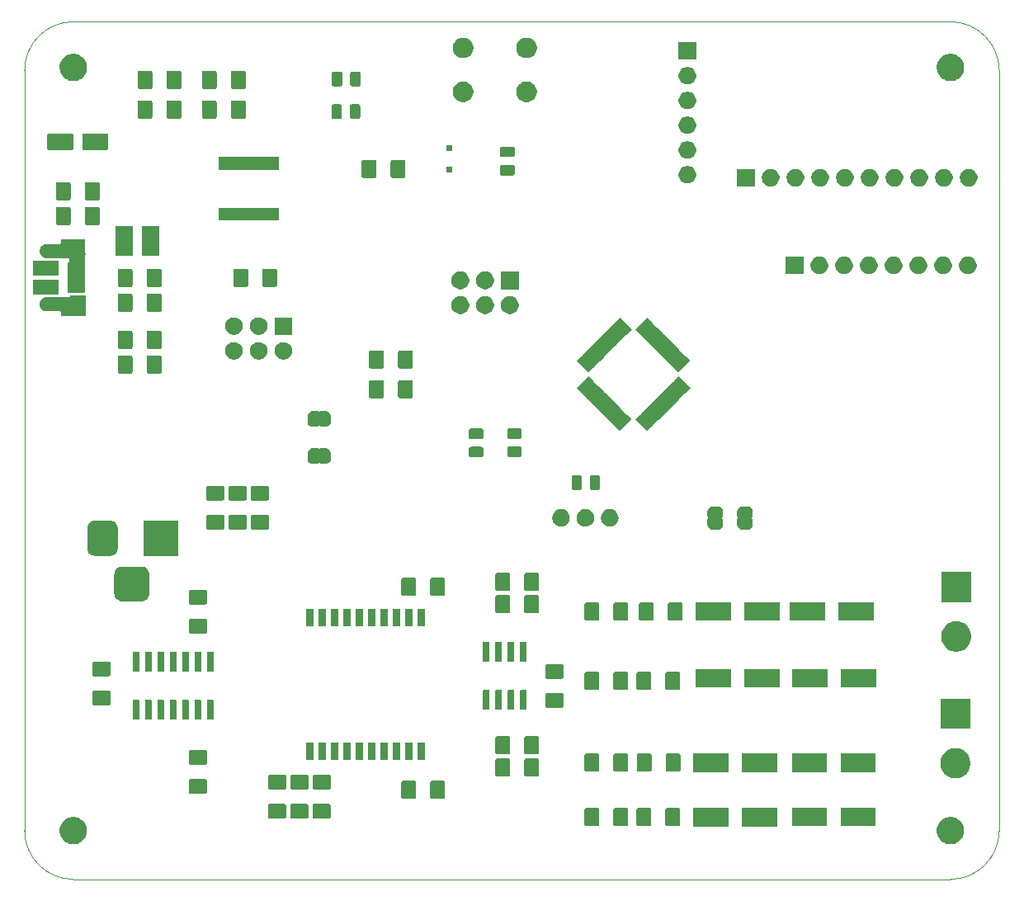
<source format=gbr>
G04 #@! TF.GenerationSoftware,KiCad,Pcbnew,5.1.5-52549c5~86~ubuntu19.10.1*
G04 #@! TF.CreationDate,2020-04-28T12:48:20+02:00*
G04 #@! TF.ProjectId,ArduinoDCC++,41726475-696e-46f4-9443-432b2b2e6b69,v.0.0.1c*
G04 #@! TF.SameCoordinates,Original*
G04 #@! TF.FileFunction,Soldermask,Top*
G04 #@! TF.FilePolarity,Negative*
%FSLAX46Y46*%
G04 Gerber Fmt 4.6, Leading zero omitted, Abs format (unit mm)*
G04 Created by KiCad (PCBNEW 5.1.5-52549c5~86~ubuntu19.10.1) date 2020-04-28 12:48:20*
%MOMM*%
%LPD*%
G04 APERTURE LIST*
%ADD10C,0.050000*%
%ADD11C,0.100000*%
G04 APERTURE END LIST*
D10*
X55000000Y-150000000D02*
X145000000Y-150000000D01*
X50000000Y-67000000D02*
X50000000Y-145000000D01*
X145000000Y-62000000D02*
X55000000Y-62000000D01*
X150000000Y-145000000D02*
X150000000Y-67000000D01*
X150000000Y-145000000D02*
G75*
G02X145000000Y-150000000I-5000000J0D01*
G01*
X145000000Y-62000000D02*
G75*
G02X150000000Y-67000000I0J-5000000D01*
G01*
X50000000Y-67000000D02*
G75*
G02X55000000Y-62000000I5000000J0D01*
G01*
X55000000Y-150000000D02*
G75*
G02X50000000Y-145000000I0J5000000D01*
G01*
D11*
G36*
X145314257Y-143634062D02*
G01*
X145408657Y-143652839D01*
X145514267Y-143696585D01*
X145663621Y-143758449D01*
X145702609Y-143784500D01*
X145893086Y-143911772D01*
X146088228Y-144106914D01*
X146190586Y-144260105D01*
X146241551Y-144336379D01*
X146271606Y-144408939D01*
X146344534Y-144585000D01*
X146347161Y-144591344D01*
X146401000Y-144862012D01*
X146401000Y-145137988D01*
X146347161Y-145408656D01*
X146241551Y-145663621D01*
X146241550Y-145663622D01*
X146088228Y-145893086D01*
X145893086Y-146088228D01*
X145739763Y-146190675D01*
X145663621Y-146241551D01*
X145514267Y-146303415D01*
X145408657Y-146347161D01*
X145318433Y-146365107D01*
X145137988Y-146401000D01*
X144862012Y-146401000D01*
X144681567Y-146365107D01*
X144591343Y-146347161D01*
X144485733Y-146303415D01*
X144336379Y-146241551D01*
X144260237Y-146190675D01*
X144106914Y-146088228D01*
X143911772Y-145893086D01*
X143758450Y-145663622D01*
X143758449Y-145663621D01*
X143652839Y-145408656D01*
X143599000Y-145137988D01*
X143599000Y-144862012D01*
X143652839Y-144591344D01*
X143655467Y-144585000D01*
X143728394Y-144408939D01*
X143758449Y-144336379D01*
X143809414Y-144260105D01*
X143911772Y-144106914D01*
X144106914Y-143911772D01*
X144297391Y-143784500D01*
X144336379Y-143758449D01*
X144485733Y-143696585D01*
X144591343Y-143652839D01*
X144685743Y-143634062D01*
X144862012Y-143599000D01*
X145137988Y-143599000D01*
X145314257Y-143634062D01*
G37*
G36*
X55314257Y-143634062D02*
G01*
X55408657Y-143652839D01*
X55514267Y-143696585D01*
X55663621Y-143758449D01*
X55702609Y-143784500D01*
X55893086Y-143911772D01*
X56088228Y-144106914D01*
X56190586Y-144260105D01*
X56241551Y-144336379D01*
X56271606Y-144408939D01*
X56344534Y-144585000D01*
X56347161Y-144591344D01*
X56401000Y-144862012D01*
X56401000Y-145137988D01*
X56347161Y-145408656D01*
X56241551Y-145663621D01*
X56241550Y-145663622D01*
X56088228Y-145893086D01*
X55893086Y-146088228D01*
X55739763Y-146190675D01*
X55663621Y-146241551D01*
X55514267Y-146303415D01*
X55408657Y-146347161D01*
X55318433Y-146365107D01*
X55137988Y-146401000D01*
X54862012Y-146401000D01*
X54681567Y-146365107D01*
X54591343Y-146347161D01*
X54485733Y-146303415D01*
X54336379Y-146241551D01*
X54260237Y-146190675D01*
X54106914Y-146088228D01*
X53911772Y-145893086D01*
X53758450Y-145663622D01*
X53758449Y-145663621D01*
X53652839Y-145408656D01*
X53599000Y-145137988D01*
X53599000Y-144862012D01*
X53652839Y-144591344D01*
X53655467Y-144585000D01*
X53728394Y-144408939D01*
X53758449Y-144336379D01*
X53809414Y-144260105D01*
X53911772Y-144106914D01*
X54106914Y-143911772D01*
X54297391Y-143784500D01*
X54336379Y-143758449D01*
X54485733Y-143696585D01*
X54591343Y-143652839D01*
X54685743Y-143634062D01*
X54862012Y-143599000D01*
X55137988Y-143599000D01*
X55314257Y-143634062D01*
G37*
G36*
X127199000Y-144585000D02*
G01*
X123597000Y-144585000D01*
X123597000Y-142683000D01*
X127199000Y-142683000D01*
X127199000Y-144585000D01*
G37*
G36*
X122199000Y-144585000D02*
G01*
X118597000Y-144585000D01*
X118597000Y-142683000D01*
X122199000Y-142683000D01*
X122199000Y-144585000D01*
G37*
G36*
X132319000Y-144553000D02*
G01*
X128717000Y-144553000D01*
X128717000Y-142651000D01*
X132319000Y-142651000D01*
X132319000Y-144553000D01*
G37*
G36*
X137319000Y-144553000D02*
G01*
X133717000Y-144553000D01*
X133717000Y-142651000D01*
X137319000Y-142651000D01*
X137319000Y-144553000D01*
G37*
G36*
X117124562Y-142680181D02*
G01*
X117159481Y-142690774D01*
X117191663Y-142707976D01*
X117219873Y-142731127D01*
X117243024Y-142759337D01*
X117260226Y-142791519D01*
X117270819Y-142826438D01*
X117275000Y-142868895D01*
X117275000Y-144335105D01*
X117270819Y-144377562D01*
X117260226Y-144412481D01*
X117243024Y-144444663D01*
X117219873Y-144472873D01*
X117191663Y-144496024D01*
X117159481Y-144513226D01*
X117124562Y-144523819D01*
X117082105Y-144528000D01*
X115940895Y-144528000D01*
X115898438Y-144523819D01*
X115863519Y-144513226D01*
X115831337Y-144496024D01*
X115803127Y-144472873D01*
X115779976Y-144444663D01*
X115762774Y-144412481D01*
X115752181Y-144377562D01*
X115748000Y-144335105D01*
X115748000Y-142868895D01*
X115752181Y-142826438D01*
X115762774Y-142791519D01*
X115779976Y-142759337D01*
X115803127Y-142731127D01*
X115831337Y-142707976D01*
X115863519Y-142690774D01*
X115898438Y-142680181D01*
X115940895Y-142676000D01*
X117082105Y-142676000D01*
X117124562Y-142680181D01*
G37*
G36*
X114149562Y-142680181D02*
G01*
X114184481Y-142690774D01*
X114216663Y-142707976D01*
X114244873Y-142731127D01*
X114268024Y-142759337D01*
X114285226Y-142791519D01*
X114295819Y-142826438D01*
X114300000Y-142868895D01*
X114300000Y-144335105D01*
X114295819Y-144377562D01*
X114285226Y-144412481D01*
X114268024Y-144444663D01*
X114244873Y-144472873D01*
X114216663Y-144496024D01*
X114184481Y-144513226D01*
X114149562Y-144523819D01*
X114107105Y-144528000D01*
X112965895Y-144528000D01*
X112923438Y-144523819D01*
X112888519Y-144513226D01*
X112856337Y-144496024D01*
X112828127Y-144472873D01*
X112804976Y-144444663D01*
X112787774Y-144412481D01*
X112777181Y-144377562D01*
X112773000Y-144335105D01*
X112773000Y-142868895D01*
X112777181Y-142826438D01*
X112787774Y-142791519D01*
X112804976Y-142759337D01*
X112828127Y-142731127D01*
X112856337Y-142707976D01*
X112888519Y-142690774D01*
X112923438Y-142680181D01*
X112965895Y-142676000D01*
X114107105Y-142676000D01*
X114149562Y-142680181D01*
G37*
G36*
X111790562Y-142680181D02*
G01*
X111825481Y-142690774D01*
X111857663Y-142707976D01*
X111885873Y-142731127D01*
X111909024Y-142759337D01*
X111926226Y-142791519D01*
X111936819Y-142826438D01*
X111941000Y-142868895D01*
X111941000Y-144335105D01*
X111936819Y-144377562D01*
X111926226Y-144412481D01*
X111909024Y-144444663D01*
X111885873Y-144472873D01*
X111857663Y-144496024D01*
X111825481Y-144513226D01*
X111790562Y-144523819D01*
X111748105Y-144528000D01*
X110606895Y-144528000D01*
X110564438Y-144523819D01*
X110529519Y-144513226D01*
X110497337Y-144496024D01*
X110469127Y-144472873D01*
X110445976Y-144444663D01*
X110428774Y-144412481D01*
X110418181Y-144377562D01*
X110414000Y-144335105D01*
X110414000Y-142868895D01*
X110418181Y-142826438D01*
X110428774Y-142791519D01*
X110445976Y-142759337D01*
X110469127Y-142731127D01*
X110497337Y-142707976D01*
X110529519Y-142690774D01*
X110564438Y-142680181D01*
X110606895Y-142676000D01*
X111748105Y-142676000D01*
X111790562Y-142680181D01*
G37*
G36*
X108815562Y-142680181D02*
G01*
X108850481Y-142690774D01*
X108882663Y-142707976D01*
X108910873Y-142731127D01*
X108934024Y-142759337D01*
X108951226Y-142791519D01*
X108961819Y-142826438D01*
X108966000Y-142868895D01*
X108966000Y-144335105D01*
X108961819Y-144377562D01*
X108951226Y-144412481D01*
X108934024Y-144444663D01*
X108910873Y-144472873D01*
X108882663Y-144496024D01*
X108850481Y-144513226D01*
X108815562Y-144523819D01*
X108773105Y-144528000D01*
X107631895Y-144528000D01*
X107589438Y-144523819D01*
X107554519Y-144513226D01*
X107522337Y-144496024D01*
X107494127Y-144472873D01*
X107470976Y-144444663D01*
X107453774Y-144412481D01*
X107443181Y-144377562D01*
X107439000Y-144335105D01*
X107439000Y-142868895D01*
X107443181Y-142826438D01*
X107453774Y-142791519D01*
X107470976Y-142759337D01*
X107494127Y-142731127D01*
X107522337Y-142707976D01*
X107554519Y-142690774D01*
X107589438Y-142680181D01*
X107631895Y-142676000D01*
X108773105Y-142676000D01*
X108815562Y-142680181D01*
G37*
G36*
X78969562Y-142261681D02*
G01*
X79004481Y-142272274D01*
X79036663Y-142289476D01*
X79064873Y-142312627D01*
X79088024Y-142340837D01*
X79105226Y-142373019D01*
X79115819Y-142407938D01*
X79120000Y-142450395D01*
X79120000Y-143591605D01*
X79115819Y-143634062D01*
X79105226Y-143668981D01*
X79088024Y-143701163D01*
X79064873Y-143729373D01*
X79036663Y-143752524D01*
X79004481Y-143769726D01*
X78969562Y-143780319D01*
X78927105Y-143784500D01*
X77460895Y-143784500D01*
X77418438Y-143780319D01*
X77383519Y-143769726D01*
X77351337Y-143752524D01*
X77323127Y-143729373D01*
X77299976Y-143701163D01*
X77282774Y-143668981D01*
X77272181Y-143634062D01*
X77268000Y-143591605D01*
X77268000Y-142450395D01*
X77272181Y-142407938D01*
X77282774Y-142373019D01*
X77299976Y-142340837D01*
X77323127Y-142312627D01*
X77351337Y-142289476D01*
X77383519Y-142272274D01*
X77418438Y-142261681D01*
X77460895Y-142257500D01*
X78927105Y-142257500D01*
X78969562Y-142261681D01*
G37*
G36*
X81255562Y-142261681D02*
G01*
X81290481Y-142272274D01*
X81322663Y-142289476D01*
X81350873Y-142312627D01*
X81374024Y-142340837D01*
X81391226Y-142373019D01*
X81401819Y-142407938D01*
X81406000Y-142450395D01*
X81406000Y-143591605D01*
X81401819Y-143634062D01*
X81391226Y-143668981D01*
X81374024Y-143701163D01*
X81350873Y-143729373D01*
X81322663Y-143752524D01*
X81290481Y-143769726D01*
X81255562Y-143780319D01*
X81213105Y-143784500D01*
X79746895Y-143784500D01*
X79704438Y-143780319D01*
X79669519Y-143769726D01*
X79637337Y-143752524D01*
X79609127Y-143729373D01*
X79585976Y-143701163D01*
X79568774Y-143668981D01*
X79558181Y-143634062D01*
X79554000Y-143591605D01*
X79554000Y-142450395D01*
X79558181Y-142407938D01*
X79568774Y-142373019D01*
X79585976Y-142340837D01*
X79609127Y-142312627D01*
X79637337Y-142289476D01*
X79669519Y-142272274D01*
X79704438Y-142261681D01*
X79746895Y-142257500D01*
X81213105Y-142257500D01*
X81255562Y-142261681D01*
G37*
G36*
X76683562Y-142261681D02*
G01*
X76718481Y-142272274D01*
X76750663Y-142289476D01*
X76778873Y-142312627D01*
X76802024Y-142340837D01*
X76819226Y-142373019D01*
X76829819Y-142407938D01*
X76834000Y-142450395D01*
X76834000Y-143591605D01*
X76829819Y-143634062D01*
X76819226Y-143668981D01*
X76802024Y-143701163D01*
X76778873Y-143729373D01*
X76750663Y-143752524D01*
X76718481Y-143769726D01*
X76683562Y-143780319D01*
X76641105Y-143784500D01*
X75174895Y-143784500D01*
X75132438Y-143780319D01*
X75097519Y-143769726D01*
X75065337Y-143752524D01*
X75037127Y-143729373D01*
X75013976Y-143701163D01*
X74996774Y-143668981D01*
X74986181Y-143634062D01*
X74982000Y-143591605D01*
X74982000Y-142450395D01*
X74986181Y-142407938D01*
X74996774Y-142373019D01*
X75013976Y-142340837D01*
X75037127Y-142312627D01*
X75065337Y-142289476D01*
X75097519Y-142272274D01*
X75132438Y-142261681D01*
X75174895Y-142257500D01*
X76641105Y-142257500D01*
X76683562Y-142261681D01*
G37*
G36*
X92994562Y-139886181D02*
G01*
X93029481Y-139896774D01*
X93061663Y-139913976D01*
X93089873Y-139937127D01*
X93113024Y-139965337D01*
X93130226Y-139997519D01*
X93140819Y-140032438D01*
X93145000Y-140074895D01*
X93145000Y-141541105D01*
X93140819Y-141583562D01*
X93130226Y-141618481D01*
X93113024Y-141650663D01*
X93089873Y-141678873D01*
X93061663Y-141702024D01*
X93029481Y-141719226D01*
X92994562Y-141729819D01*
X92952105Y-141734000D01*
X91810895Y-141734000D01*
X91768438Y-141729819D01*
X91733519Y-141719226D01*
X91701337Y-141702024D01*
X91673127Y-141678873D01*
X91649976Y-141650663D01*
X91632774Y-141618481D01*
X91622181Y-141583562D01*
X91618000Y-141541105D01*
X91618000Y-140074895D01*
X91622181Y-140032438D01*
X91632774Y-139997519D01*
X91649976Y-139965337D01*
X91673127Y-139937127D01*
X91701337Y-139913976D01*
X91733519Y-139896774D01*
X91768438Y-139886181D01*
X91810895Y-139882000D01*
X92952105Y-139882000D01*
X92994562Y-139886181D01*
G37*
G36*
X90019562Y-139886181D02*
G01*
X90054481Y-139896774D01*
X90086663Y-139913976D01*
X90114873Y-139937127D01*
X90138024Y-139965337D01*
X90155226Y-139997519D01*
X90165819Y-140032438D01*
X90170000Y-140074895D01*
X90170000Y-141541105D01*
X90165819Y-141583562D01*
X90155226Y-141618481D01*
X90138024Y-141650663D01*
X90114873Y-141678873D01*
X90086663Y-141702024D01*
X90054481Y-141719226D01*
X90019562Y-141729819D01*
X89977105Y-141734000D01*
X88835895Y-141734000D01*
X88793438Y-141729819D01*
X88758519Y-141719226D01*
X88726337Y-141702024D01*
X88698127Y-141678873D01*
X88674976Y-141650663D01*
X88657774Y-141618481D01*
X88647181Y-141583562D01*
X88643000Y-141541105D01*
X88643000Y-140074895D01*
X88647181Y-140032438D01*
X88657774Y-139997519D01*
X88674976Y-139965337D01*
X88698127Y-139937127D01*
X88726337Y-139913976D01*
X88758519Y-139896774D01*
X88793438Y-139886181D01*
X88835895Y-139882000D01*
X89977105Y-139882000D01*
X90019562Y-139886181D01*
G37*
G36*
X68555562Y-139721681D02*
G01*
X68590481Y-139732274D01*
X68622663Y-139749476D01*
X68650873Y-139772627D01*
X68674024Y-139800837D01*
X68691226Y-139833019D01*
X68701819Y-139867938D01*
X68706000Y-139910395D01*
X68706000Y-141051605D01*
X68701819Y-141094062D01*
X68691226Y-141128981D01*
X68674024Y-141161163D01*
X68650873Y-141189373D01*
X68622663Y-141212524D01*
X68590481Y-141229726D01*
X68555562Y-141240319D01*
X68513105Y-141244500D01*
X67046895Y-141244500D01*
X67004438Y-141240319D01*
X66969519Y-141229726D01*
X66937337Y-141212524D01*
X66909127Y-141189373D01*
X66885976Y-141161163D01*
X66868774Y-141128981D01*
X66858181Y-141094062D01*
X66854000Y-141051605D01*
X66854000Y-139910395D01*
X66858181Y-139867938D01*
X66868774Y-139833019D01*
X66885976Y-139800837D01*
X66909127Y-139772627D01*
X66937337Y-139749476D01*
X66969519Y-139732274D01*
X67004438Y-139721681D01*
X67046895Y-139717500D01*
X68513105Y-139717500D01*
X68555562Y-139721681D01*
G37*
G36*
X76683562Y-139286681D02*
G01*
X76718481Y-139297274D01*
X76750663Y-139314476D01*
X76778873Y-139337627D01*
X76802024Y-139365837D01*
X76819226Y-139398019D01*
X76829819Y-139432938D01*
X76834000Y-139475395D01*
X76834000Y-140616605D01*
X76829819Y-140659062D01*
X76819226Y-140693981D01*
X76802024Y-140726163D01*
X76778873Y-140754373D01*
X76750663Y-140777524D01*
X76718481Y-140794726D01*
X76683562Y-140805319D01*
X76641105Y-140809500D01*
X75174895Y-140809500D01*
X75132438Y-140805319D01*
X75097519Y-140794726D01*
X75065337Y-140777524D01*
X75037127Y-140754373D01*
X75013976Y-140726163D01*
X74996774Y-140693981D01*
X74986181Y-140659062D01*
X74982000Y-140616605D01*
X74982000Y-139475395D01*
X74986181Y-139432938D01*
X74996774Y-139398019D01*
X75013976Y-139365837D01*
X75037127Y-139337627D01*
X75065337Y-139314476D01*
X75097519Y-139297274D01*
X75132438Y-139286681D01*
X75174895Y-139282500D01*
X76641105Y-139282500D01*
X76683562Y-139286681D01*
G37*
G36*
X78969562Y-139286681D02*
G01*
X79004481Y-139297274D01*
X79036663Y-139314476D01*
X79064873Y-139337627D01*
X79088024Y-139365837D01*
X79105226Y-139398019D01*
X79115819Y-139432938D01*
X79120000Y-139475395D01*
X79120000Y-140616605D01*
X79115819Y-140659062D01*
X79105226Y-140693981D01*
X79088024Y-140726163D01*
X79064873Y-140754373D01*
X79036663Y-140777524D01*
X79004481Y-140794726D01*
X78969562Y-140805319D01*
X78927105Y-140809500D01*
X77460895Y-140809500D01*
X77418438Y-140805319D01*
X77383519Y-140794726D01*
X77351337Y-140777524D01*
X77323127Y-140754373D01*
X77299976Y-140726163D01*
X77282774Y-140693981D01*
X77272181Y-140659062D01*
X77268000Y-140616605D01*
X77268000Y-139475395D01*
X77272181Y-139432938D01*
X77282774Y-139398019D01*
X77299976Y-139365837D01*
X77323127Y-139337627D01*
X77351337Y-139314476D01*
X77383519Y-139297274D01*
X77418438Y-139286681D01*
X77460895Y-139282500D01*
X78927105Y-139282500D01*
X78969562Y-139286681D01*
G37*
G36*
X81255562Y-139286681D02*
G01*
X81290481Y-139297274D01*
X81322663Y-139314476D01*
X81350873Y-139337627D01*
X81374024Y-139365837D01*
X81391226Y-139398019D01*
X81401819Y-139432938D01*
X81406000Y-139475395D01*
X81406000Y-140616605D01*
X81401819Y-140659062D01*
X81391226Y-140693981D01*
X81374024Y-140726163D01*
X81350873Y-140754373D01*
X81322663Y-140777524D01*
X81290481Y-140794726D01*
X81255562Y-140805319D01*
X81213105Y-140809500D01*
X79746895Y-140809500D01*
X79704438Y-140805319D01*
X79669519Y-140794726D01*
X79637337Y-140777524D01*
X79609127Y-140754373D01*
X79585976Y-140726163D01*
X79568774Y-140693981D01*
X79558181Y-140659062D01*
X79554000Y-140616605D01*
X79554000Y-139475395D01*
X79558181Y-139432938D01*
X79568774Y-139398019D01*
X79585976Y-139365837D01*
X79609127Y-139337627D01*
X79637337Y-139314476D01*
X79669519Y-139297274D01*
X79704438Y-139286681D01*
X79746895Y-139282500D01*
X81213105Y-139282500D01*
X81255562Y-139286681D01*
G37*
G36*
X145806585Y-136558802D02*
G01*
X145956410Y-136588604D01*
X146238674Y-136705521D01*
X146492705Y-136875259D01*
X146708741Y-137091295D01*
X146878479Y-137345326D01*
X146995396Y-137627590D01*
X146995396Y-137627591D01*
X147055000Y-137927239D01*
X147055000Y-138232761D01*
X147051748Y-138249108D01*
X146995396Y-138532410D01*
X146878479Y-138814674D01*
X146708741Y-139068705D01*
X146492705Y-139284741D01*
X146238674Y-139454479D01*
X145956410Y-139571396D01*
X145806585Y-139601198D01*
X145656761Y-139631000D01*
X145351239Y-139631000D01*
X145201415Y-139601198D01*
X145051590Y-139571396D01*
X144769326Y-139454479D01*
X144515295Y-139284741D01*
X144299259Y-139068705D01*
X144129521Y-138814674D01*
X144012604Y-138532410D01*
X143956252Y-138249108D01*
X143953000Y-138232761D01*
X143953000Y-137927239D01*
X144012604Y-137627591D01*
X144012604Y-137627590D01*
X144129521Y-137345326D01*
X144299259Y-137091295D01*
X144515295Y-136875259D01*
X144769326Y-136705521D01*
X145051590Y-136588604D01*
X145201415Y-136558802D01*
X145351239Y-136529000D01*
X145656761Y-136529000D01*
X145806585Y-136558802D01*
G37*
G36*
X99671562Y-137600181D02*
G01*
X99706481Y-137610774D01*
X99738663Y-137627976D01*
X99766873Y-137651127D01*
X99790024Y-137679337D01*
X99807226Y-137711519D01*
X99817819Y-137746438D01*
X99822000Y-137788895D01*
X99822000Y-139255105D01*
X99817819Y-139297562D01*
X99807226Y-139332481D01*
X99790024Y-139364663D01*
X99766873Y-139392873D01*
X99738663Y-139416024D01*
X99706481Y-139433226D01*
X99671562Y-139443819D01*
X99629105Y-139448000D01*
X98487895Y-139448000D01*
X98445438Y-139443819D01*
X98410519Y-139433226D01*
X98378337Y-139416024D01*
X98350127Y-139392873D01*
X98326976Y-139364663D01*
X98309774Y-139332481D01*
X98299181Y-139297562D01*
X98295000Y-139255105D01*
X98295000Y-137788895D01*
X98299181Y-137746438D01*
X98309774Y-137711519D01*
X98326976Y-137679337D01*
X98350127Y-137651127D01*
X98378337Y-137627976D01*
X98410519Y-137610774D01*
X98445438Y-137600181D01*
X98487895Y-137596000D01*
X99629105Y-137596000D01*
X99671562Y-137600181D01*
G37*
G36*
X102646562Y-137600181D02*
G01*
X102681481Y-137610774D01*
X102713663Y-137627976D01*
X102741873Y-137651127D01*
X102765024Y-137679337D01*
X102782226Y-137711519D01*
X102792819Y-137746438D01*
X102797000Y-137788895D01*
X102797000Y-139255105D01*
X102792819Y-139297562D01*
X102782226Y-139332481D01*
X102765024Y-139364663D01*
X102741873Y-139392873D01*
X102713663Y-139416024D01*
X102681481Y-139433226D01*
X102646562Y-139443819D01*
X102604105Y-139448000D01*
X101462895Y-139448000D01*
X101420438Y-139443819D01*
X101385519Y-139433226D01*
X101353337Y-139416024D01*
X101325127Y-139392873D01*
X101301976Y-139364663D01*
X101284774Y-139332481D01*
X101274181Y-139297562D01*
X101270000Y-139255105D01*
X101270000Y-137788895D01*
X101274181Y-137746438D01*
X101284774Y-137711519D01*
X101301976Y-137679337D01*
X101325127Y-137651127D01*
X101353337Y-137627976D01*
X101385519Y-137610774D01*
X101420438Y-137600181D01*
X101462895Y-137596000D01*
X102604105Y-137596000D01*
X102646562Y-137600181D01*
G37*
G36*
X127199000Y-138997000D02*
G01*
X123597000Y-138997000D01*
X123597000Y-137095000D01*
X127199000Y-137095000D01*
X127199000Y-138997000D01*
G37*
G36*
X137319000Y-138997000D02*
G01*
X133717000Y-138997000D01*
X133717000Y-137095000D01*
X137319000Y-137095000D01*
X137319000Y-138997000D01*
G37*
G36*
X132319000Y-138997000D02*
G01*
X128717000Y-138997000D01*
X128717000Y-137095000D01*
X132319000Y-137095000D01*
X132319000Y-138997000D01*
G37*
G36*
X122199000Y-138997000D02*
G01*
X118597000Y-138997000D01*
X118597000Y-137095000D01*
X122199000Y-137095000D01*
X122199000Y-138997000D01*
G37*
G36*
X114186062Y-137092181D02*
G01*
X114220981Y-137102774D01*
X114253163Y-137119976D01*
X114281373Y-137143127D01*
X114304524Y-137171337D01*
X114321726Y-137203519D01*
X114332319Y-137238438D01*
X114336500Y-137280895D01*
X114336500Y-138747105D01*
X114332319Y-138789562D01*
X114321726Y-138824481D01*
X114304524Y-138856663D01*
X114281373Y-138884873D01*
X114253163Y-138908024D01*
X114220981Y-138925226D01*
X114186062Y-138935819D01*
X114143605Y-138940000D01*
X113002395Y-138940000D01*
X112959938Y-138935819D01*
X112925019Y-138925226D01*
X112892837Y-138908024D01*
X112864627Y-138884873D01*
X112841476Y-138856663D01*
X112824274Y-138824481D01*
X112813681Y-138789562D01*
X112809500Y-138747105D01*
X112809500Y-137280895D01*
X112813681Y-137238438D01*
X112824274Y-137203519D01*
X112841476Y-137171337D01*
X112864627Y-137143127D01*
X112892837Y-137119976D01*
X112925019Y-137102774D01*
X112959938Y-137092181D01*
X113002395Y-137088000D01*
X114143605Y-137088000D01*
X114186062Y-137092181D01*
G37*
G36*
X111790562Y-137092181D02*
G01*
X111825481Y-137102774D01*
X111857663Y-137119976D01*
X111885873Y-137143127D01*
X111909024Y-137171337D01*
X111926226Y-137203519D01*
X111936819Y-137238438D01*
X111941000Y-137280895D01*
X111941000Y-138747105D01*
X111936819Y-138789562D01*
X111926226Y-138824481D01*
X111909024Y-138856663D01*
X111885873Y-138884873D01*
X111857663Y-138908024D01*
X111825481Y-138925226D01*
X111790562Y-138935819D01*
X111748105Y-138940000D01*
X110606895Y-138940000D01*
X110564438Y-138935819D01*
X110529519Y-138925226D01*
X110497337Y-138908024D01*
X110469127Y-138884873D01*
X110445976Y-138856663D01*
X110428774Y-138824481D01*
X110418181Y-138789562D01*
X110414000Y-138747105D01*
X110414000Y-137280895D01*
X110418181Y-137238438D01*
X110428774Y-137203519D01*
X110445976Y-137171337D01*
X110469127Y-137143127D01*
X110497337Y-137119976D01*
X110529519Y-137102774D01*
X110564438Y-137092181D01*
X110606895Y-137088000D01*
X111748105Y-137088000D01*
X111790562Y-137092181D01*
G37*
G36*
X108815562Y-137092181D02*
G01*
X108850481Y-137102774D01*
X108882663Y-137119976D01*
X108910873Y-137143127D01*
X108934024Y-137171337D01*
X108951226Y-137203519D01*
X108961819Y-137238438D01*
X108966000Y-137280895D01*
X108966000Y-138747105D01*
X108961819Y-138789562D01*
X108951226Y-138824481D01*
X108934024Y-138856663D01*
X108910873Y-138884873D01*
X108882663Y-138908024D01*
X108850481Y-138925226D01*
X108815562Y-138935819D01*
X108773105Y-138940000D01*
X107631895Y-138940000D01*
X107589438Y-138935819D01*
X107554519Y-138925226D01*
X107522337Y-138908024D01*
X107494127Y-138884873D01*
X107470976Y-138856663D01*
X107453774Y-138824481D01*
X107443181Y-138789562D01*
X107439000Y-138747105D01*
X107439000Y-137280895D01*
X107443181Y-137238438D01*
X107453774Y-137203519D01*
X107470976Y-137171337D01*
X107494127Y-137143127D01*
X107522337Y-137119976D01*
X107554519Y-137102774D01*
X107589438Y-137092181D01*
X107631895Y-137088000D01*
X108773105Y-137088000D01*
X108815562Y-137092181D01*
G37*
G36*
X117161062Y-137092181D02*
G01*
X117195981Y-137102774D01*
X117228163Y-137119976D01*
X117256373Y-137143127D01*
X117279524Y-137171337D01*
X117296726Y-137203519D01*
X117307319Y-137238438D01*
X117311500Y-137280895D01*
X117311500Y-138747105D01*
X117307319Y-138789562D01*
X117296726Y-138824481D01*
X117279524Y-138856663D01*
X117256373Y-138884873D01*
X117228163Y-138908024D01*
X117195981Y-138925226D01*
X117161062Y-138935819D01*
X117118605Y-138940000D01*
X115977395Y-138940000D01*
X115934938Y-138935819D01*
X115900019Y-138925226D01*
X115867837Y-138908024D01*
X115839627Y-138884873D01*
X115816476Y-138856663D01*
X115799274Y-138824481D01*
X115788681Y-138789562D01*
X115784500Y-138747105D01*
X115784500Y-137280895D01*
X115788681Y-137238438D01*
X115799274Y-137203519D01*
X115816476Y-137171337D01*
X115839627Y-137143127D01*
X115867837Y-137119976D01*
X115900019Y-137102774D01*
X115934938Y-137092181D01*
X115977395Y-137088000D01*
X117118605Y-137088000D01*
X117161062Y-137092181D01*
G37*
G36*
X68555562Y-136746681D02*
G01*
X68590481Y-136757274D01*
X68622663Y-136774476D01*
X68650873Y-136797627D01*
X68674024Y-136825837D01*
X68691226Y-136858019D01*
X68701819Y-136892938D01*
X68706000Y-136935395D01*
X68706000Y-138076605D01*
X68701819Y-138119062D01*
X68691226Y-138153981D01*
X68674024Y-138186163D01*
X68650873Y-138214373D01*
X68622663Y-138237524D01*
X68590481Y-138254726D01*
X68555562Y-138265319D01*
X68513105Y-138269500D01*
X67046895Y-138269500D01*
X67004438Y-138265319D01*
X66969519Y-138254726D01*
X66937337Y-138237524D01*
X66909127Y-138214373D01*
X66885976Y-138186163D01*
X66868774Y-138153981D01*
X66858181Y-138119062D01*
X66854000Y-138076605D01*
X66854000Y-136935395D01*
X66858181Y-136892938D01*
X66868774Y-136858019D01*
X66885976Y-136825837D01*
X66909127Y-136797627D01*
X66937337Y-136774476D01*
X66969519Y-136757274D01*
X67004438Y-136746681D01*
X67046895Y-136742500D01*
X68513105Y-136742500D01*
X68555562Y-136746681D01*
G37*
G36*
X87306000Y-137751000D02*
G01*
X86504000Y-137751000D01*
X86504000Y-135949000D01*
X87306000Y-135949000D01*
X87306000Y-137751000D01*
G37*
G36*
X88576000Y-137751000D02*
G01*
X87774000Y-137751000D01*
X87774000Y-135949000D01*
X88576000Y-135949000D01*
X88576000Y-137751000D01*
G37*
G36*
X89846000Y-137751000D02*
G01*
X89044000Y-137751000D01*
X89044000Y-135949000D01*
X89846000Y-135949000D01*
X89846000Y-137751000D01*
G37*
G36*
X91116000Y-137751000D02*
G01*
X90314000Y-137751000D01*
X90314000Y-135949000D01*
X91116000Y-135949000D01*
X91116000Y-137751000D01*
G37*
G36*
X84766000Y-137751000D02*
G01*
X83964000Y-137751000D01*
X83964000Y-135949000D01*
X84766000Y-135949000D01*
X84766000Y-137751000D01*
G37*
G36*
X83496000Y-137751000D02*
G01*
X82694000Y-137751000D01*
X82694000Y-135949000D01*
X83496000Y-135949000D01*
X83496000Y-137751000D01*
G37*
G36*
X82226000Y-137751000D02*
G01*
X81424000Y-137751000D01*
X81424000Y-135949000D01*
X82226000Y-135949000D01*
X82226000Y-137751000D01*
G37*
G36*
X80956000Y-137751000D02*
G01*
X80154000Y-137751000D01*
X80154000Y-135949000D01*
X80956000Y-135949000D01*
X80956000Y-137751000D01*
G37*
G36*
X79686000Y-137751000D02*
G01*
X78884000Y-137751000D01*
X78884000Y-135949000D01*
X79686000Y-135949000D01*
X79686000Y-137751000D01*
G37*
G36*
X86036000Y-137751000D02*
G01*
X85234000Y-137751000D01*
X85234000Y-135949000D01*
X86036000Y-135949000D01*
X86036000Y-137751000D01*
G37*
G36*
X102646562Y-135314181D02*
G01*
X102681481Y-135324774D01*
X102713663Y-135341976D01*
X102741873Y-135365127D01*
X102765024Y-135393337D01*
X102782226Y-135425519D01*
X102792819Y-135460438D01*
X102797000Y-135502895D01*
X102797000Y-136969105D01*
X102792819Y-137011562D01*
X102782226Y-137046481D01*
X102765024Y-137078663D01*
X102741873Y-137106873D01*
X102713663Y-137130024D01*
X102681481Y-137147226D01*
X102646562Y-137157819D01*
X102604105Y-137162000D01*
X101462895Y-137162000D01*
X101420438Y-137157819D01*
X101385519Y-137147226D01*
X101353337Y-137130024D01*
X101325127Y-137106873D01*
X101301976Y-137078663D01*
X101284774Y-137046481D01*
X101274181Y-137011562D01*
X101270000Y-136969105D01*
X101270000Y-135502895D01*
X101274181Y-135460438D01*
X101284774Y-135425519D01*
X101301976Y-135393337D01*
X101325127Y-135365127D01*
X101353337Y-135341976D01*
X101385519Y-135324774D01*
X101420438Y-135314181D01*
X101462895Y-135310000D01*
X102604105Y-135310000D01*
X102646562Y-135314181D01*
G37*
G36*
X99671562Y-135314181D02*
G01*
X99706481Y-135324774D01*
X99738663Y-135341976D01*
X99766873Y-135365127D01*
X99790024Y-135393337D01*
X99807226Y-135425519D01*
X99817819Y-135460438D01*
X99822000Y-135502895D01*
X99822000Y-136969105D01*
X99817819Y-137011562D01*
X99807226Y-137046481D01*
X99790024Y-137078663D01*
X99766873Y-137106873D01*
X99738663Y-137130024D01*
X99706481Y-137147226D01*
X99671562Y-137157819D01*
X99629105Y-137162000D01*
X98487895Y-137162000D01*
X98445438Y-137157819D01*
X98410519Y-137147226D01*
X98378337Y-137130024D01*
X98350127Y-137106873D01*
X98326976Y-137078663D01*
X98309774Y-137046481D01*
X98299181Y-137011562D01*
X98295000Y-136969105D01*
X98295000Y-135502895D01*
X98299181Y-135460438D01*
X98309774Y-135425519D01*
X98326976Y-135393337D01*
X98350127Y-135365127D01*
X98378337Y-135341976D01*
X98410519Y-135324774D01*
X98445438Y-135314181D01*
X98487895Y-135310000D01*
X99629105Y-135310000D01*
X99671562Y-135314181D01*
G37*
G36*
X147055000Y-134551000D02*
G01*
X143953000Y-134551000D01*
X143953000Y-131449000D01*
X147055000Y-131449000D01*
X147055000Y-134551000D01*
G37*
G36*
X62959928Y-131591764D02*
G01*
X62981009Y-131598160D01*
X63000445Y-131608548D01*
X63017476Y-131622524D01*
X63031452Y-131639555D01*
X63041840Y-131658991D01*
X63048236Y-131680072D01*
X63051000Y-131708140D01*
X63051000Y-133521860D01*
X63048236Y-133549928D01*
X63041840Y-133571009D01*
X63031452Y-133590445D01*
X63017476Y-133607476D01*
X63000445Y-133621452D01*
X62981009Y-133631840D01*
X62959928Y-133638236D01*
X62931860Y-133641000D01*
X62468140Y-133641000D01*
X62440072Y-133638236D01*
X62418991Y-133631840D01*
X62399555Y-133621452D01*
X62382524Y-133607476D01*
X62368548Y-133590445D01*
X62358160Y-133571009D01*
X62351764Y-133549928D01*
X62349000Y-133521860D01*
X62349000Y-131708140D01*
X62351764Y-131680072D01*
X62358160Y-131658991D01*
X62368548Y-131639555D01*
X62382524Y-131622524D01*
X62399555Y-131608548D01*
X62418991Y-131598160D01*
X62440072Y-131591764D01*
X62468140Y-131589000D01*
X62931860Y-131589000D01*
X62959928Y-131591764D01*
G37*
G36*
X69309928Y-131591764D02*
G01*
X69331009Y-131598160D01*
X69350445Y-131608548D01*
X69367476Y-131622524D01*
X69381452Y-131639555D01*
X69391840Y-131658991D01*
X69398236Y-131680072D01*
X69401000Y-131708140D01*
X69401000Y-133521860D01*
X69398236Y-133549928D01*
X69391840Y-133571009D01*
X69381452Y-133590445D01*
X69367476Y-133607476D01*
X69350445Y-133621452D01*
X69331009Y-133631840D01*
X69309928Y-133638236D01*
X69281860Y-133641000D01*
X68818140Y-133641000D01*
X68790072Y-133638236D01*
X68768991Y-133631840D01*
X68749555Y-133621452D01*
X68732524Y-133607476D01*
X68718548Y-133590445D01*
X68708160Y-133571009D01*
X68701764Y-133549928D01*
X68699000Y-133521860D01*
X68699000Y-131708140D01*
X68701764Y-131680072D01*
X68708160Y-131658991D01*
X68718548Y-131639555D01*
X68732524Y-131622524D01*
X68749555Y-131608548D01*
X68768991Y-131598160D01*
X68790072Y-131591764D01*
X68818140Y-131589000D01*
X69281860Y-131589000D01*
X69309928Y-131591764D01*
G37*
G36*
X64229928Y-131591764D02*
G01*
X64251009Y-131598160D01*
X64270445Y-131608548D01*
X64287476Y-131622524D01*
X64301452Y-131639555D01*
X64311840Y-131658991D01*
X64318236Y-131680072D01*
X64321000Y-131708140D01*
X64321000Y-133521860D01*
X64318236Y-133549928D01*
X64311840Y-133571009D01*
X64301452Y-133590445D01*
X64287476Y-133607476D01*
X64270445Y-133621452D01*
X64251009Y-133631840D01*
X64229928Y-133638236D01*
X64201860Y-133641000D01*
X63738140Y-133641000D01*
X63710072Y-133638236D01*
X63688991Y-133631840D01*
X63669555Y-133621452D01*
X63652524Y-133607476D01*
X63638548Y-133590445D01*
X63628160Y-133571009D01*
X63621764Y-133549928D01*
X63619000Y-133521860D01*
X63619000Y-131708140D01*
X63621764Y-131680072D01*
X63628160Y-131658991D01*
X63638548Y-131639555D01*
X63652524Y-131622524D01*
X63669555Y-131608548D01*
X63688991Y-131598160D01*
X63710072Y-131591764D01*
X63738140Y-131589000D01*
X64201860Y-131589000D01*
X64229928Y-131591764D01*
G37*
G36*
X68039928Y-131591764D02*
G01*
X68061009Y-131598160D01*
X68080445Y-131608548D01*
X68097476Y-131622524D01*
X68111452Y-131639555D01*
X68121840Y-131658991D01*
X68128236Y-131680072D01*
X68131000Y-131708140D01*
X68131000Y-133521860D01*
X68128236Y-133549928D01*
X68121840Y-133571009D01*
X68111452Y-133590445D01*
X68097476Y-133607476D01*
X68080445Y-133621452D01*
X68061009Y-133631840D01*
X68039928Y-133638236D01*
X68011860Y-133641000D01*
X67548140Y-133641000D01*
X67520072Y-133638236D01*
X67498991Y-133631840D01*
X67479555Y-133621452D01*
X67462524Y-133607476D01*
X67448548Y-133590445D01*
X67438160Y-133571009D01*
X67431764Y-133549928D01*
X67429000Y-133521860D01*
X67429000Y-131708140D01*
X67431764Y-131680072D01*
X67438160Y-131658991D01*
X67448548Y-131639555D01*
X67462524Y-131622524D01*
X67479555Y-131608548D01*
X67498991Y-131598160D01*
X67520072Y-131591764D01*
X67548140Y-131589000D01*
X68011860Y-131589000D01*
X68039928Y-131591764D01*
G37*
G36*
X66769928Y-131591764D02*
G01*
X66791009Y-131598160D01*
X66810445Y-131608548D01*
X66827476Y-131622524D01*
X66841452Y-131639555D01*
X66851840Y-131658991D01*
X66858236Y-131680072D01*
X66861000Y-131708140D01*
X66861000Y-133521860D01*
X66858236Y-133549928D01*
X66851840Y-133571009D01*
X66841452Y-133590445D01*
X66827476Y-133607476D01*
X66810445Y-133621452D01*
X66791009Y-133631840D01*
X66769928Y-133638236D01*
X66741860Y-133641000D01*
X66278140Y-133641000D01*
X66250072Y-133638236D01*
X66228991Y-133631840D01*
X66209555Y-133621452D01*
X66192524Y-133607476D01*
X66178548Y-133590445D01*
X66168160Y-133571009D01*
X66161764Y-133549928D01*
X66159000Y-133521860D01*
X66159000Y-131708140D01*
X66161764Y-131680072D01*
X66168160Y-131658991D01*
X66178548Y-131639555D01*
X66192524Y-131622524D01*
X66209555Y-131608548D01*
X66228991Y-131598160D01*
X66250072Y-131591764D01*
X66278140Y-131589000D01*
X66741860Y-131589000D01*
X66769928Y-131591764D01*
G37*
G36*
X65499928Y-131591764D02*
G01*
X65521009Y-131598160D01*
X65540445Y-131608548D01*
X65557476Y-131622524D01*
X65571452Y-131639555D01*
X65581840Y-131658991D01*
X65588236Y-131680072D01*
X65591000Y-131708140D01*
X65591000Y-133521860D01*
X65588236Y-133549928D01*
X65581840Y-133571009D01*
X65571452Y-133590445D01*
X65557476Y-133607476D01*
X65540445Y-133621452D01*
X65521009Y-133631840D01*
X65499928Y-133638236D01*
X65471860Y-133641000D01*
X65008140Y-133641000D01*
X64980072Y-133638236D01*
X64958991Y-133631840D01*
X64939555Y-133621452D01*
X64922524Y-133607476D01*
X64908548Y-133590445D01*
X64898160Y-133571009D01*
X64891764Y-133549928D01*
X64889000Y-133521860D01*
X64889000Y-131708140D01*
X64891764Y-131680072D01*
X64898160Y-131658991D01*
X64908548Y-131639555D01*
X64922524Y-131622524D01*
X64939555Y-131608548D01*
X64958991Y-131598160D01*
X64980072Y-131591764D01*
X65008140Y-131589000D01*
X65471860Y-131589000D01*
X65499928Y-131591764D01*
G37*
G36*
X61689928Y-131591764D02*
G01*
X61711009Y-131598160D01*
X61730445Y-131608548D01*
X61747476Y-131622524D01*
X61761452Y-131639555D01*
X61771840Y-131658991D01*
X61778236Y-131680072D01*
X61781000Y-131708140D01*
X61781000Y-133521860D01*
X61778236Y-133549928D01*
X61771840Y-133571009D01*
X61761452Y-133590445D01*
X61747476Y-133607476D01*
X61730445Y-133621452D01*
X61711009Y-133631840D01*
X61689928Y-133638236D01*
X61661860Y-133641000D01*
X61198140Y-133641000D01*
X61170072Y-133638236D01*
X61148991Y-133631840D01*
X61129555Y-133621452D01*
X61112524Y-133607476D01*
X61098548Y-133590445D01*
X61088160Y-133571009D01*
X61081764Y-133549928D01*
X61079000Y-133521860D01*
X61079000Y-131708140D01*
X61081764Y-131680072D01*
X61088160Y-131658991D01*
X61098548Y-131639555D01*
X61112524Y-131622524D01*
X61129555Y-131608548D01*
X61148991Y-131598160D01*
X61170072Y-131591764D01*
X61198140Y-131589000D01*
X61661860Y-131589000D01*
X61689928Y-131591764D01*
G37*
G36*
X97630928Y-130575764D02*
G01*
X97652009Y-130582160D01*
X97671445Y-130592548D01*
X97688476Y-130606524D01*
X97702452Y-130623555D01*
X97712840Y-130642991D01*
X97719236Y-130664072D01*
X97722000Y-130692140D01*
X97722000Y-132505860D01*
X97719236Y-132533928D01*
X97712840Y-132555009D01*
X97702452Y-132574445D01*
X97688476Y-132591476D01*
X97671445Y-132605452D01*
X97652009Y-132615840D01*
X97630928Y-132622236D01*
X97602860Y-132625000D01*
X97139140Y-132625000D01*
X97111072Y-132622236D01*
X97089991Y-132615840D01*
X97070555Y-132605452D01*
X97053524Y-132591476D01*
X97039548Y-132574445D01*
X97029160Y-132555009D01*
X97022764Y-132533928D01*
X97020000Y-132505860D01*
X97020000Y-130692140D01*
X97022764Y-130664072D01*
X97029160Y-130642991D01*
X97039548Y-130623555D01*
X97053524Y-130606524D01*
X97070555Y-130592548D01*
X97089991Y-130582160D01*
X97111072Y-130575764D01*
X97139140Y-130573000D01*
X97602860Y-130573000D01*
X97630928Y-130575764D01*
G37*
G36*
X101440928Y-130575764D02*
G01*
X101462009Y-130582160D01*
X101481445Y-130592548D01*
X101498476Y-130606524D01*
X101512452Y-130623555D01*
X101522840Y-130642991D01*
X101529236Y-130664072D01*
X101532000Y-130692140D01*
X101532000Y-132505860D01*
X101529236Y-132533928D01*
X101522840Y-132555009D01*
X101512452Y-132574445D01*
X101498476Y-132591476D01*
X101481445Y-132605452D01*
X101462009Y-132615840D01*
X101440928Y-132622236D01*
X101412860Y-132625000D01*
X100949140Y-132625000D01*
X100921072Y-132622236D01*
X100899991Y-132615840D01*
X100880555Y-132605452D01*
X100863524Y-132591476D01*
X100849548Y-132574445D01*
X100839160Y-132555009D01*
X100832764Y-132533928D01*
X100830000Y-132505860D01*
X100830000Y-130692140D01*
X100832764Y-130664072D01*
X100839160Y-130642991D01*
X100849548Y-130623555D01*
X100863524Y-130606524D01*
X100880555Y-130592548D01*
X100899991Y-130582160D01*
X100921072Y-130575764D01*
X100949140Y-130573000D01*
X101412860Y-130573000D01*
X101440928Y-130575764D01*
G37*
G36*
X100170928Y-130575764D02*
G01*
X100192009Y-130582160D01*
X100211445Y-130592548D01*
X100228476Y-130606524D01*
X100242452Y-130623555D01*
X100252840Y-130642991D01*
X100259236Y-130664072D01*
X100262000Y-130692140D01*
X100262000Y-132505860D01*
X100259236Y-132533928D01*
X100252840Y-132555009D01*
X100242452Y-132574445D01*
X100228476Y-132591476D01*
X100211445Y-132605452D01*
X100192009Y-132615840D01*
X100170928Y-132622236D01*
X100142860Y-132625000D01*
X99679140Y-132625000D01*
X99651072Y-132622236D01*
X99629991Y-132615840D01*
X99610555Y-132605452D01*
X99593524Y-132591476D01*
X99579548Y-132574445D01*
X99569160Y-132555009D01*
X99562764Y-132533928D01*
X99560000Y-132505860D01*
X99560000Y-130692140D01*
X99562764Y-130664072D01*
X99569160Y-130642991D01*
X99579548Y-130623555D01*
X99593524Y-130606524D01*
X99610555Y-130592548D01*
X99629991Y-130582160D01*
X99651072Y-130575764D01*
X99679140Y-130573000D01*
X100142860Y-130573000D01*
X100170928Y-130575764D01*
G37*
G36*
X98900928Y-130575764D02*
G01*
X98922009Y-130582160D01*
X98941445Y-130592548D01*
X98958476Y-130606524D01*
X98972452Y-130623555D01*
X98982840Y-130642991D01*
X98989236Y-130664072D01*
X98992000Y-130692140D01*
X98992000Y-132505860D01*
X98989236Y-132533928D01*
X98982840Y-132555009D01*
X98972452Y-132574445D01*
X98958476Y-132591476D01*
X98941445Y-132605452D01*
X98922009Y-132615840D01*
X98900928Y-132622236D01*
X98872860Y-132625000D01*
X98409140Y-132625000D01*
X98381072Y-132622236D01*
X98359991Y-132615840D01*
X98340555Y-132605452D01*
X98323524Y-132591476D01*
X98309548Y-132574445D01*
X98299160Y-132555009D01*
X98292764Y-132533928D01*
X98290000Y-132505860D01*
X98290000Y-130692140D01*
X98292764Y-130664072D01*
X98299160Y-130642991D01*
X98309548Y-130623555D01*
X98323524Y-130606524D01*
X98340555Y-130592548D01*
X98359991Y-130582160D01*
X98381072Y-130575764D01*
X98409140Y-130573000D01*
X98872860Y-130573000D01*
X98900928Y-130575764D01*
G37*
G36*
X105131562Y-130868181D02*
G01*
X105166481Y-130878774D01*
X105198663Y-130895976D01*
X105226873Y-130919127D01*
X105250024Y-130947337D01*
X105267226Y-130979519D01*
X105277819Y-131014438D01*
X105282000Y-131056895D01*
X105282000Y-132198105D01*
X105277819Y-132240562D01*
X105267226Y-132275481D01*
X105250024Y-132307663D01*
X105226873Y-132335873D01*
X105198663Y-132359024D01*
X105166481Y-132376226D01*
X105131562Y-132386819D01*
X105089105Y-132391000D01*
X103622895Y-132391000D01*
X103580438Y-132386819D01*
X103545519Y-132376226D01*
X103513337Y-132359024D01*
X103485127Y-132335873D01*
X103461976Y-132307663D01*
X103444774Y-132275481D01*
X103434181Y-132240562D01*
X103430000Y-132198105D01*
X103430000Y-131056895D01*
X103434181Y-131014438D01*
X103444774Y-130979519D01*
X103461976Y-130947337D01*
X103485127Y-130919127D01*
X103513337Y-130895976D01*
X103545519Y-130878774D01*
X103580438Y-130868181D01*
X103622895Y-130864000D01*
X105089105Y-130864000D01*
X105131562Y-130868181D01*
G37*
G36*
X58649562Y-130614181D02*
G01*
X58684481Y-130624774D01*
X58716663Y-130641976D01*
X58744873Y-130665127D01*
X58768024Y-130693337D01*
X58785226Y-130725519D01*
X58795819Y-130760438D01*
X58800000Y-130802895D01*
X58800000Y-131944105D01*
X58795819Y-131986562D01*
X58785226Y-132021481D01*
X58768024Y-132053663D01*
X58744873Y-132081873D01*
X58716663Y-132105024D01*
X58684481Y-132122226D01*
X58649562Y-132132819D01*
X58607105Y-132137000D01*
X57140895Y-132137000D01*
X57098438Y-132132819D01*
X57063519Y-132122226D01*
X57031337Y-132105024D01*
X57003127Y-132081873D01*
X56979976Y-132053663D01*
X56962774Y-132021481D01*
X56952181Y-131986562D01*
X56948000Y-131944105D01*
X56948000Y-130802895D01*
X56952181Y-130760438D01*
X56962774Y-130725519D01*
X56979976Y-130693337D01*
X57003127Y-130665127D01*
X57031337Y-130641976D01*
X57063519Y-130624774D01*
X57098438Y-130614181D01*
X57140895Y-130610000D01*
X58607105Y-130610000D01*
X58649562Y-130614181D01*
G37*
G36*
X117124562Y-128710181D02*
G01*
X117159481Y-128720774D01*
X117191663Y-128737976D01*
X117219873Y-128761127D01*
X117243024Y-128789337D01*
X117260226Y-128821519D01*
X117270819Y-128856438D01*
X117275000Y-128898895D01*
X117275000Y-130365105D01*
X117270819Y-130407562D01*
X117260226Y-130442481D01*
X117243024Y-130474663D01*
X117219873Y-130502873D01*
X117191663Y-130526024D01*
X117159481Y-130543226D01*
X117124562Y-130553819D01*
X117082105Y-130558000D01*
X115940895Y-130558000D01*
X115898438Y-130553819D01*
X115863519Y-130543226D01*
X115831337Y-130526024D01*
X115803127Y-130502873D01*
X115779976Y-130474663D01*
X115762774Y-130442481D01*
X115752181Y-130407562D01*
X115748000Y-130365105D01*
X115748000Y-128898895D01*
X115752181Y-128856438D01*
X115762774Y-128821519D01*
X115779976Y-128789337D01*
X115803127Y-128761127D01*
X115831337Y-128737976D01*
X115863519Y-128720774D01*
X115898438Y-128710181D01*
X115940895Y-128706000D01*
X117082105Y-128706000D01*
X117124562Y-128710181D01*
G37*
G36*
X114149562Y-128710181D02*
G01*
X114184481Y-128720774D01*
X114216663Y-128737976D01*
X114244873Y-128761127D01*
X114268024Y-128789337D01*
X114285226Y-128821519D01*
X114295819Y-128856438D01*
X114300000Y-128898895D01*
X114300000Y-130365105D01*
X114295819Y-130407562D01*
X114285226Y-130442481D01*
X114268024Y-130474663D01*
X114244873Y-130502873D01*
X114216663Y-130526024D01*
X114184481Y-130543226D01*
X114149562Y-130553819D01*
X114107105Y-130558000D01*
X112965895Y-130558000D01*
X112923438Y-130553819D01*
X112888519Y-130543226D01*
X112856337Y-130526024D01*
X112828127Y-130502873D01*
X112804976Y-130474663D01*
X112787774Y-130442481D01*
X112777181Y-130407562D01*
X112773000Y-130365105D01*
X112773000Y-128898895D01*
X112777181Y-128856438D01*
X112787774Y-128821519D01*
X112804976Y-128789337D01*
X112828127Y-128761127D01*
X112856337Y-128737976D01*
X112888519Y-128720774D01*
X112923438Y-128710181D01*
X112965895Y-128706000D01*
X114107105Y-128706000D01*
X114149562Y-128710181D01*
G37*
G36*
X111790562Y-128710181D02*
G01*
X111825481Y-128720774D01*
X111857663Y-128737976D01*
X111885873Y-128761127D01*
X111909024Y-128789337D01*
X111926226Y-128821519D01*
X111936819Y-128856438D01*
X111941000Y-128898895D01*
X111941000Y-130365105D01*
X111936819Y-130407562D01*
X111926226Y-130442481D01*
X111909024Y-130474663D01*
X111885873Y-130502873D01*
X111857663Y-130526024D01*
X111825481Y-130543226D01*
X111790562Y-130553819D01*
X111748105Y-130558000D01*
X110606895Y-130558000D01*
X110564438Y-130553819D01*
X110529519Y-130543226D01*
X110497337Y-130526024D01*
X110469127Y-130502873D01*
X110445976Y-130474663D01*
X110428774Y-130442481D01*
X110418181Y-130407562D01*
X110414000Y-130365105D01*
X110414000Y-128898895D01*
X110418181Y-128856438D01*
X110428774Y-128821519D01*
X110445976Y-128789337D01*
X110469127Y-128761127D01*
X110497337Y-128737976D01*
X110529519Y-128720774D01*
X110564438Y-128710181D01*
X110606895Y-128706000D01*
X111748105Y-128706000D01*
X111790562Y-128710181D01*
G37*
G36*
X108815562Y-128710181D02*
G01*
X108850481Y-128720774D01*
X108882663Y-128737976D01*
X108910873Y-128761127D01*
X108934024Y-128789337D01*
X108951226Y-128821519D01*
X108961819Y-128856438D01*
X108966000Y-128898895D01*
X108966000Y-130365105D01*
X108961819Y-130407562D01*
X108951226Y-130442481D01*
X108934024Y-130474663D01*
X108910873Y-130502873D01*
X108882663Y-130526024D01*
X108850481Y-130543226D01*
X108815562Y-130553819D01*
X108773105Y-130558000D01*
X107631895Y-130558000D01*
X107589438Y-130553819D01*
X107554519Y-130543226D01*
X107522337Y-130526024D01*
X107494127Y-130502873D01*
X107470976Y-130474663D01*
X107453774Y-130442481D01*
X107443181Y-130407562D01*
X107439000Y-130365105D01*
X107439000Y-128898895D01*
X107443181Y-128856438D01*
X107453774Y-128821519D01*
X107470976Y-128789337D01*
X107494127Y-128761127D01*
X107522337Y-128737976D01*
X107554519Y-128720774D01*
X107589438Y-128710181D01*
X107631895Y-128706000D01*
X108773105Y-128706000D01*
X108815562Y-128710181D01*
G37*
G36*
X132359000Y-130329000D02*
G01*
X128757000Y-130329000D01*
X128757000Y-128427000D01*
X132359000Y-128427000D01*
X132359000Y-130329000D01*
G37*
G36*
X122453000Y-130329000D02*
G01*
X118851000Y-130329000D01*
X118851000Y-128427000D01*
X122453000Y-128427000D01*
X122453000Y-130329000D01*
G37*
G36*
X137359000Y-130329000D02*
G01*
X133757000Y-130329000D01*
X133757000Y-128427000D01*
X137359000Y-128427000D01*
X137359000Y-130329000D01*
G37*
G36*
X127453000Y-130329000D02*
G01*
X123851000Y-130329000D01*
X123851000Y-128427000D01*
X127453000Y-128427000D01*
X127453000Y-130329000D01*
G37*
G36*
X105131562Y-127893181D02*
G01*
X105166481Y-127903774D01*
X105198663Y-127920976D01*
X105226873Y-127944127D01*
X105250024Y-127972337D01*
X105267226Y-128004519D01*
X105277819Y-128039438D01*
X105282000Y-128081895D01*
X105282000Y-129223105D01*
X105277819Y-129265562D01*
X105267226Y-129300481D01*
X105250024Y-129332663D01*
X105226873Y-129360873D01*
X105198663Y-129384024D01*
X105166481Y-129401226D01*
X105131562Y-129411819D01*
X105089105Y-129416000D01*
X103622895Y-129416000D01*
X103580438Y-129411819D01*
X103545519Y-129401226D01*
X103513337Y-129384024D01*
X103485127Y-129360873D01*
X103461976Y-129332663D01*
X103444774Y-129300481D01*
X103434181Y-129265562D01*
X103430000Y-129223105D01*
X103430000Y-128081895D01*
X103434181Y-128039438D01*
X103444774Y-128004519D01*
X103461976Y-127972337D01*
X103485127Y-127944127D01*
X103513337Y-127920976D01*
X103545519Y-127903774D01*
X103580438Y-127893181D01*
X103622895Y-127889000D01*
X105089105Y-127889000D01*
X105131562Y-127893181D01*
G37*
G36*
X58649562Y-127639181D02*
G01*
X58684481Y-127649774D01*
X58716663Y-127666976D01*
X58744873Y-127690127D01*
X58768024Y-127718337D01*
X58785226Y-127750519D01*
X58795819Y-127785438D01*
X58800000Y-127827895D01*
X58800000Y-128969105D01*
X58795819Y-129011562D01*
X58785226Y-129046481D01*
X58768024Y-129078663D01*
X58744873Y-129106873D01*
X58716663Y-129130024D01*
X58684481Y-129147226D01*
X58649562Y-129157819D01*
X58607105Y-129162000D01*
X57140895Y-129162000D01*
X57098438Y-129157819D01*
X57063519Y-129147226D01*
X57031337Y-129130024D01*
X57003127Y-129106873D01*
X56979976Y-129078663D01*
X56962774Y-129046481D01*
X56952181Y-129011562D01*
X56948000Y-128969105D01*
X56948000Y-127827895D01*
X56952181Y-127785438D01*
X56962774Y-127750519D01*
X56979976Y-127718337D01*
X57003127Y-127690127D01*
X57031337Y-127666976D01*
X57063519Y-127649774D01*
X57098438Y-127639181D01*
X57140895Y-127635000D01*
X58607105Y-127635000D01*
X58649562Y-127639181D01*
G37*
G36*
X65499928Y-126641764D02*
G01*
X65521009Y-126648160D01*
X65540445Y-126658548D01*
X65557476Y-126672524D01*
X65571452Y-126689555D01*
X65581840Y-126708991D01*
X65588236Y-126730072D01*
X65591000Y-126758140D01*
X65591000Y-128571860D01*
X65588236Y-128599928D01*
X65581840Y-128621009D01*
X65571452Y-128640445D01*
X65557476Y-128657476D01*
X65540445Y-128671452D01*
X65521009Y-128681840D01*
X65499928Y-128688236D01*
X65471860Y-128691000D01*
X65008140Y-128691000D01*
X64980072Y-128688236D01*
X64958991Y-128681840D01*
X64939555Y-128671452D01*
X64922524Y-128657476D01*
X64908548Y-128640445D01*
X64898160Y-128621009D01*
X64891764Y-128599928D01*
X64889000Y-128571860D01*
X64889000Y-126758140D01*
X64891764Y-126730072D01*
X64898160Y-126708991D01*
X64908548Y-126689555D01*
X64922524Y-126672524D01*
X64939555Y-126658548D01*
X64958991Y-126648160D01*
X64980072Y-126641764D01*
X65008140Y-126639000D01*
X65471860Y-126639000D01*
X65499928Y-126641764D01*
G37*
G36*
X69309928Y-126641764D02*
G01*
X69331009Y-126648160D01*
X69350445Y-126658548D01*
X69367476Y-126672524D01*
X69381452Y-126689555D01*
X69391840Y-126708991D01*
X69398236Y-126730072D01*
X69401000Y-126758140D01*
X69401000Y-128571860D01*
X69398236Y-128599928D01*
X69391840Y-128621009D01*
X69381452Y-128640445D01*
X69367476Y-128657476D01*
X69350445Y-128671452D01*
X69331009Y-128681840D01*
X69309928Y-128688236D01*
X69281860Y-128691000D01*
X68818140Y-128691000D01*
X68790072Y-128688236D01*
X68768991Y-128681840D01*
X68749555Y-128671452D01*
X68732524Y-128657476D01*
X68718548Y-128640445D01*
X68708160Y-128621009D01*
X68701764Y-128599928D01*
X68699000Y-128571860D01*
X68699000Y-126758140D01*
X68701764Y-126730072D01*
X68708160Y-126708991D01*
X68718548Y-126689555D01*
X68732524Y-126672524D01*
X68749555Y-126658548D01*
X68768991Y-126648160D01*
X68790072Y-126641764D01*
X68818140Y-126639000D01*
X69281860Y-126639000D01*
X69309928Y-126641764D01*
G37*
G36*
X68039928Y-126641764D02*
G01*
X68061009Y-126648160D01*
X68080445Y-126658548D01*
X68097476Y-126672524D01*
X68111452Y-126689555D01*
X68121840Y-126708991D01*
X68128236Y-126730072D01*
X68131000Y-126758140D01*
X68131000Y-128571860D01*
X68128236Y-128599928D01*
X68121840Y-128621009D01*
X68111452Y-128640445D01*
X68097476Y-128657476D01*
X68080445Y-128671452D01*
X68061009Y-128681840D01*
X68039928Y-128688236D01*
X68011860Y-128691000D01*
X67548140Y-128691000D01*
X67520072Y-128688236D01*
X67498991Y-128681840D01*
X67479555Y-128671452D01*
X67462524Y-128657476D01*
X67448548Y-128640445D01*
X67438160Y-128621009D01*
X67431764Y-128599928D01*
X67429000Y-128571860D01*
X67429000Y-126758140D01*
X67431764Y-126730072D01*
X67438160Y-126708991D01*
X67448548Y-126689555D01*
X67462524Y-126672524D01*
X67479555Y-126658548D01*
X67498991Y-126648160D01*
X67520072Y-126641764D01*
X67548140Y-126639000D01*
X68011860Y-126639000D01*
X68039928Y-126641764D01*
G37*
G36*
X66769928Y-126641764D02*
G01*
X66791009Y-126648160D01*
X66810445Y-126658548D01*
X66827476Y-126672524D01*
X66841452Y-126689555D01*
X66851840Y-126708991D01*
X66858236Y-126730072D01*
X66861000Y-126758140D01*
X66861000Y-128571860D01*
X66858236Y-128599928D01*
X66851840Y-128621009D01*
X66841452Y-128640445D01*
X66827476Y-128657476D01*
X66810445Y-128671452D01*
X66791009Y-128681840D01*
X66769928Y-128688236D01*
X66741860Y-128691000D01*
X66278140Y-128691000D01*
X66250072Y-128688236D01*
X66228991Y-128681840D01*
X66209555Y-128671452D01*
X66192524Y-128657476D01*
X66178548Y-128640445D01*
X66168160Y-128621009D01*
X66161764Y-128599928D01*
X66159000Y-128571860D01*
X66159000Y-126758140D01*
X66161764Y-126730072D01*
X66168160Y-126708991D01*
X66178548Y-126689555D01*
X66192524Y-126672524D01*
X66209555Y-126658548D01*
X66228991Y-126648160D01*
X66250072Y-126641764D01*
X66278140Y-126639000D01*
X66741860Y-126639000D01*
X66769928Y-126641764D01*
G37*
G36*
X64229928Y-126641764D02*
G01*
X64251009Y-126648160D01*
X64270445Y-126658548D01*
X64287476Y-126672524D01*
X64301452Y-126689555D01*
X64311840Y-126708991D01*
X64318236Y-126730072D01*
X64321000Y-126758140D01*
X64321000Y-128571860D01*
X64318236Y-128599928D01*
X64311840Y-128621009D01*
X64301452Y-128640445D01*
X64287476Y-128657476D01*
X64270445Y-128671452D01*
X64251009Y-128681840D01*
X64229928Y-128688236D01*
X64201860Y-128691000D01*
X63738140Y-128691000D01*
X63710072Y-128688236D01*
X63688991Y-128681840D01*
X63669555Y-128671452D01*
X63652524Y-128657476D01*
X63638548Y-128640445D01*
X63628160Y-128621009D01*
X63621764Y-128599928D01*
X63619000Y-128571860D01*
X63619000Y-126758140D01*
X63621764Y-126730072D01*
X63628160Y-126708991D01*
X63638548Y-126689555D01*
X63652524Y-126672524D01*
X63669555Y-126658548D01*
X63688991Y-126648160D01*
X63710072Y-126641764D01*
X63738140Y-126639000D01*
X64201860Y-126639000D01*
X64229928Y-126641764D01*
G37*
G36*
X62959928Y-126641764D02*
G01*
X62981009Y-126648160D01*
X63000445Y-126658548D01*
X63017476Y-126672524D01*
X63031452Y-126689555D01*
X63041840Y-126708991D01*
X63048236Y-126730072D01*
X63051000Y-126758140D01*
X63051000Y-128571860D01*
X63048236Y-128599928D01*
X63041840Y-128621009D01*
X63031452Y-128640445D01*
X63017476Y-128657476D01*
X63000445Y-128671452D01*
X62981009Y-128681840D01*
X62959928Y-128688236D01*
X62931860Y-128691000D01*
X62468140Y-128691000D01*
X62440072Y-128688236D01*
X62418991Y-128681840D01*
X62399555Y-128671452D01*
X62382524Y-128657476D01*
X62368548Y-128640445D01*
X62358160Y-128621009D01*
X62351764Y-128599928D01*
X62349000Y-128571860D01*
X62349000Y-126758140D01*
X62351764Y-126730072D01*
X62358160Y-126708991D01*
X62368548Y-126689555D01*
X62382524Y-126672524D01*
X62399555Y-126658548D01*
X62418991Y-126648160D01*
X62440072Y-126641764D01*
X62468140Y-126639000D01*
X62931860Y-126639000D01*
X62959928Y-126641764D01*
G37*
G36*
X61689928Y-126641764D02*
G01*
X61711009Y-126648160D01*
X61730445Y-126658548D01*
X61747476Y-126672524D01*
X61761452Y-126689555D01*
X61771840Y-126708991D01*
X61778236Y-126730072D01*
X61781000Y-126758140D01*
X61781000Y-128571860D01*
X61778236Y-128599928D01*
X61771840Y-128621009D01*
X61761452Y-128640445D01*
X61747476Y-128657476D01*
X61730445Y-128671452D01*
X61711009Y-128681840D01*
X61689928Y-128688236D01*
X61661860Y-128691000D01*
X61198140Y-128691000D01*
X61170072Y-128688236D01*
X61148991Y-128681840D01*
X61129555Y-128671452D01*
X61112524Y-128657476D01*
X61098548Y-128640445D01*
X61088160Y-128621009D01*
X61081764Y-128599928D01*
X61079000Y-128571860D01*
X61079000Y-126758140D01*
X61081764Y-126730072D01*
X61088160Y-126708991D01*
X61098548Y-126689555D01*
X61112524Y-126672524D01*
X61129555Y-126658548D01*
X61148991Y-126648160D01*
X61170072Y-126641764D01*
X61198140Y-126639000D01*
X61661860Y-126639000D01*
X61689928Y-126641764D01*
G37*
G36*
X98900928Y-125625764D02*
G01*
X98922009Y-125632160D01*
X98941445Y-125642548D01*
X98958476Y-125656524D01*
X98972452Y-125673555D01*
X98982840Y-125692991D01*
X98989236Y-125714072D01*
X98992000Y-125742140D01*
X98992000Y-127555860D01*
X98989236Y-127583928D01*
X98982840Y-127605009D01*
X98972452Y-127624445D01*
X98958476Y-127641476D01*
X98941445Y-127655452D01*
X98922009Y-127665840D01*
X98900928Y-127672236D01*
X98872860Y-127675000D01*
X98409140Y-127675000D01*
X98381072Y-127672236D01*
X98359991Y-127665840D01*
X98340555Y-127655452D01*
X98323524Y-127641476D01*
X98309548Y-127624445D01*
X98299160Y-127605009D01*
X98292764Y-127583928D01*
X98290000Y-127555860D01*
X98290000Y-125742140D01*
X98292764Y-125714072D01*
X98299160Y-125692991D01*
X98309548Y-125673555D01*
X98323524Y-125656524D01*
X98340555Y-125642548D01*
X98359991Y-125632160D01*
X98381072Y-125625764D01*
X98409140Y-125623000D01*
X98872860Y-125623000D01*
X98900928Y-125625764D01*
G37*
G36*
X101440928Y-125625764D02*
G01*
X101462009Y-125632160D01*
X101481445Y-125642548D01*
X101498476Y-125656524D01*
X101512452Y-125673555D01*
X101522840Y-125692991D01*
X101529236Y-125714072D01*
X101532000Y-125742140D01*
X101532000Y-127555860D01*
X101529236Y-127583928D01*
X101522840Y-127605009D01*
X101512452Y-127624445D01*
X101498476Y-127641476D01*
X101481445Y-127655452D01*
X101462009Y-127665840D01*
X101440928Y-127672236D01*
X101412860Y-127675000D01*
X100949140Y-127675000D01*
X100921072Y-127672236D01*
X100899991Y-127665840D01*
X100880555Y-127655452D01*
X100863524Y-127641476D01*
X100849548Y-127624445D01*
X100839160Y-127605009D01*
X100832764Y-127583928D01*
X100830000Y-127555860D01*
X100830000Y-125742140D01*
X100832764Y-125714072D01*
X100839160Y-125692991D01*
X100849548Y-125673555D01*
X100863524Y-125656524D01*
X100880555Y-125642548D01*
X100899991Y-125632160D01*
X100921072Y-125625764D01*
X100949140Y-125623000D01*
X101412860Y-125623000D01*
X101440928Y-125625764D01*
G37*
G36*
X100170928Y-125625764D02*
G01*
X100192009Y-125632160D01*
X100211445Y-125642548D01*
X100228476Y-125656524D01*
X100242452Y-125673555D01*
X100252840Y-125692991D01*
X100259236Y-125714072D01*
X100262000Y-125742140D01*
X100262000Y-127555860D01*
X100259236Y-127583928D01*
X100252840Y-127605009D01*
X100242452Y-127624445D01*
X100228476Y-127641476D01*
X100211445Y-127655452D01*
X100192009Y-127665840D01*
X100170928Y-127672236D01*
X100142860Y-127675000D01*
X99679140Y-127675000D01*
X99651072Y-127672236D01*
X99629991Y-127665840D01*
X99610555Y-127655452D01*
X99593524Y-127641476D01*
X99579548Y-127624445D01*
X99569160Y-127605009D01*
X99562764Y-127583928D01*
X99560000Y-127555860D01*
X99560000Y-125742140D01*
X99562764Y-125714072D01*
X99569160Y-125692991D01*
X99579548Y-125673555D01*
X99593524Y-125656524D01*
X99610555Y-125642548D01*
X99629991Y-125632160D01*
X99651072Y-125625764D01*
X99679140Y-125623000D01*
X100142860Y-125623000D01*
X100170928Y-125625764D01*
G37*
G36*
X97630928Y-125625764D02*
G01*
X97652009Y-125632160D01*
X97671445Y-125642548D01*
X97688476Y-125656524D01*
X97702452Y-125673555D01*
X97712840Y-125692991D01*
X97719236Y-125714072D01*
X97722000Y-125742140D01*
X97722000Y-127555860D01*
X97719236Y-127583928D01*
X97712840Y-127605009D01*
X97702452Y-127624445D01*
X97688476Y-127641476D01*
X97671445Y-127655452D01*
X97652009Y-127665840D01*
X97630928Y-127672236D01*
X97602860Y-127675000D01*
X97139140Y-127675000D01*
X97111072Y-127672236D01*
X97089991Y-127665840D01*
X97070555Y-127655452D01*
X97053524Y-127641476D01*
X97039548Y-127624445D01*
X97029160Y-127605009D01*
X97022764Y-127583928D01*
X97020000Y-127555860D01*
X97020000Y-125742140D01*
X97022764Y-125714072D01*
X97029160Y-125692991D01*
X97039548Y-125673555D01*
X97053524Y-125656524D01*
X97070555Y-125642548D01*
X97089991Y-125632160D01*
X97111072Y-125625764D01*
X97139140Y-125623000D01*
X97602860Y-125623000D01*
X97630928Y-125625764D01*
G37*
G36*
X145890585Y-123558802D02*
G01*
X146040410Y-123588604D01*
X146322674Y-123705521D01*
X146576705Y-123875259D01*
X146792741Y-124091295D01*
X146962479Y-124345326D01*
X147079396Y-124627590D01*
X147139000Y-124927240D01*
X147139000Y-125232760D01*
X147079396Y-125532410D01*
X146962479Y-125814674D01*
X146792741Y-126068705D01*
X146576705Y-126284741D01*
X146322674Y-126454479D01*
X146040410Y-126571396D01*
X145890585Y-126601198D01*
X145740761Y-126631000D01*
X145435239Y-126631000D01*
X145285415Y-126601198D01*
X145135590Y-126571396D01*
X144853326Y-126454479D01*
X144599295Y-126284741D01*
X144383259Y-126068705D01*
X144213521Y-125814674D01*
X144096604Y-125532410D01*
X144037000Y-125232760D01*
X144037000Y-124927240D01*
X144096604Y-124627590D01*
X144213521Y-124345326D01*
X144383259Y-124091295D01*
X144599295Y-123875259D01*
X144853326Y-123705521D01*
X145135590Y-123588604D01*
X145285415Y-123558802D01*
X145435239Y-123529000D01*
X145740761Y-123529000D01*
X145890585Y-123558802D01*
G37*
G36*
X68555562Y-123248181D02*
G01*
X68590481Y-123258774D01*
X68622663Y-123275976D01*
X68650873Y-123299127D01*
X68674024Y-123327337D01*
X68691226Y-123359519D01*
X68701819Y-123394438D01*
X68706000Y-123436895D01*
X68706000Y-124578105D01*
X68701819Y-124620562D01*
X68691226Y-124655481D01*
X68674024Y-124687663D01*
X68650873Y-124715873D01*
X68622663Y-124739024D01*
X68590481Y-124756226D01*
X68555562Y-124766819D01*
X68513105Y-124771000D01*
X67046895Y-124771000D01*
X67004438Y-124766819D01*
X66969519Y-124756226D01*
X66937337Y-124739024D01*
X66909127Y-124715873D01*
X66885976Y-124687663D01*
X66868774Y-124655481D01*
X66858181Y-124620562D01*
X66854000Y-124578105D01*
X66854000Y-123436895D01*
X66858181Y-123394438D01*
X66868774Y-123359519D01*
X66885976Y-123327337D01*
X66909127Y-123299127D01*
X66937337Y-123275976D01*
X66969519Y-123258774D01*
X67004438Y-123248181D01*
X67046895Y-123244000D01*
X68513105Y-123244000D01*
X68555562Y-123248181D01*
G37*
G36*
X80956000Y-124051000D02*
G01*
X80154000Y-124051000D01*
X80154000Y-122249000D01*
X80956000Y-122249000D01*
X80956000Y-124051000D01*
G37*
G36*
X82226000Y-124051000D02*
G01*
X81424000Y-124051000D01*
X81424000Y-122249000D01*
X82226000Y-122249000D01*
X82226000Y-124051000D01*
G37*
G36*
X91116000Y-124051000D02*
G01*
X90314000Y-124051000D01*
X90314000Y-122249000D01*
X91116000Y-122249000D01*
X91116000Y-124051000D01*
G37*
G36*
X89846000Y-124051000D02*
G01*
X89044000Y-124051000D01*
X89044000Y-122249000D01*
X89846000Y-122249000D01*
X89846000Y-124051000D01*
G37*
G36*
X88576000Y-124051000D02*
G01*
X87774000Y-124051000D01*
X87774000Y-122249000D01*
X88576000Y-122249000D01*
X88576000Y-124051000D01*
G37*
G36*
X87306000Y-124051000D02*
G01*
X86504000Y-124051000D01*
X86504000Y-122249000D01*
X87306000Y-122249000D01*
X87306000Y-124051000D01*
G37*
G36*
X86036000Y-124051000D02*
G01*
X85234000Y-124051000D01*
X85234000Y-122249000D01*
X86036000Y-122249000D01*
X86036000Y-124051000D01*
G37*
G36*
X84766000Y-124051000D02*
G01*
X83964000Y-124051000D01*
X83964000Y-122249000D01*
X84766000Y-122249000D01*
X84766000Y-124051000D01*
G37*
G36*
X83496000Y-124051000D02*
G01*
X82694000Y-124051000D01*
X82694000Y-122249000D01*
X83496000Y-122249000D01*
X83496000Y-124051000D01*
G37*
G36*
X79686000Y-124051000D02*
G01*
X78884000Y-124051000D01*
X78884000Y-122249000D01*
X79686000Y-122249000D01*
X79686000Y-124051000D01*
G37*
G36*
X122453000Y-123471000D02*
G01*
X118851000Y-123471000D01*
X118851000Y-121569000D01*
X122453000Y-121569000D01*
X122453000Y-123471000D01*
G37*
G36*
X127453000Y-123471000D02*
G01*
X123851000Y-123471000D01*
X123851000Y-121569000D01*
X127453000Y-121569000D01*
X127453000Y-123471000D01*
G37*
G36*
X132105000Y-123471000D02*
G01*
X128503000Y-123471000D01*
X128503000Y-121569000D01*
X132105000Y-121569000D01*
X132105000Y-123471000D01*
G37*
G36*
X137105000Y-123471000D02*
G01*
X133503000Y-123471000D01*
X133503000Y-121569000D01*
X137105000Y-121569000D01*
X137105000Y-123471000D01*
G37*
G36*
X108815562Y-121598181D02*
G01*
X108850481Y-121608774D01*
X108882663Y-121625976D01*
X108910873Y-121649127D01*
X108934024Y-121677337D01*
X108951226Y-121709519D01*
X108961819Y-121744438D01*
X108966000Y-121786895D01*
X108966000Y-123253105D01*
X108961819Y-123295562D01*
X108951226Y-123330481D01*
X108934024Y-123362663D01*
X108910873Y-123390873D01*
X108882663Y-123414024D01*
X108850481Y-123431226D01*
X108815562Y-123441819D01*
X108773105Y-123446000D01*
X107631895Y-123446000D01*
X107589438Y-123441819D01*
X107554519Y-123431226D01*
X107522337Y-123414024D01*
X107494127Y-123390873D01*
X107470976Y-123362663D01*
X107453774Y-123330481D01*
X107443181Y-123295562D01*
X107439000Y-123253105D01*
X107439000Y-121786895D01*
X107443181Y-121744438D01*
X107453774Y-121709519D01*
X107470976Y-121677337D01*
X107494127Y-121649127D01*
X107522337Y-121625976D01*
X107554519Y-121608774D01*
X107589438Y-121598181D01*
X107631895Y-121594000D01*
X108773105Y-121594000D01*
X108815562Y-121598181D01*
G37*
G36*
X117378562Y-121598181D02*
G01*
X117413481Y-121608774D01*
X117445663Y-121625976D01*
X117473873Y-121649127D01*
X117497024Y-121677337D01*
X117514226Y-121709519D01*
X117524819Y-121744438D01*
X117529000Y-121786895D01*
X117529000Y-123253105D01*
X117524819Y-123295562D01*
X117514226Y-123330481D01*
X117497024Y-123362663D01*
X117473873Y-123390873D01*
X117445663Y-123414024D01*
X117413481Y-123431226D01*
X117378562Y-123441819D01*
X117336105Y-123446000D01*
X116194895Y-123446000D01*
X116152438Y-123441819D01*
X116117519Y-123431226D01*
X116085337Y-123414024D01*
X116057127Y-123390873D01*
X116033976Y-123362663D01*
X116016774Y-123330481D01*
X116006181Y-123295562D01*
X116002000Y-123253105D01*
X116002000Y-121786895D01*
X116006181Y-121744438D01*
X116016774Y-121709519D01*
X116033976Y-121677337D01*
X116057127Y-121649127D01*
X116085337Y-121625976D01*
X116117519Y-121608774D01*
X116152438Y-121598181D01*
X116194895Y-121594000D01*
X117336105Y-121594000D01*
X117378562Y-121598181D01*
G37*
G36*
X111790562Y-121598181D02*
G01*
X111825481Y-121608774D01*
X111857663Y-121625976D01*
X111885873Y-121649127D01*
X111909024Y-121677337D01*
X111926226Y-121709519D01*
X111936819Y-121744438D01*
X111941000Y-121786895D01*
X111941000Y-123253105D01*
X111936819Y-123295562D01*
X111926226Y-123330481D01*
X111909024Y-123362663D01*
X111885873Y-123390873D01*
X111857663Y-123414024D01*
X111825481Y-123431226D01*
X111790562Y-123441819D01*
X111748105Y-123446000D01*
X110606895Y-123446000D01*
X110564438Y-123441819D01*
X110529519Y-123431226D01*
X110497337Y-123414024D01*
X110469127Y-123390873D01*
X110445976Y-123362663D01*
X110428774Y-123330481D01*
X110418181Y-123295562D01*
X110414000Y-123253105D01*
X110414000Y-121786895D01*
X110418181Y-121744438D01*
X110428774Y-121709519D01*
X110445976Y-121677337D01*
X110469127Y-121649127D01*
X110497337Y-121625976D01*
X110529519Y-121608774D01*
X110564438Y-121598181D01*
X110606895Y-121594000D01*
X111748105Y-121594000D01*
X111790562Y-121598181D01*
G37*
G36*
X114403562Y-121598181D02*
G01*
X114438481Y-121608774D01*
X114470663Y-121625976D01*
X114498873Y-121649127D01*
X114522024Y-121677337D01*
X114539226Y-121709519D01*
X114549819Y-121744438D01*
X114554000Y-121786895D01*
X114554000Y-123253105D01*
X114549819Y-123295562D01*
X114539226Y-123330481D01*
X114522024Y-123362663D01*
X114498873Y-123390873D01*
X114470663Y-123414024D01*
X114438481Y-123431226D01*
X114403562Y-123441819D01*
X114361105Y-123446000D01*
X113219895Y-123446000D01*
X113177438Y-123441819D01*
X113142519Y-123431226D01*
X113110337Y-123414024D01*
X113082127Y-123390873D01*
X113058976Y-123362663D01*
X113041774Y-123330481D01*
X113031181Y-123295562D01*
X113027000Y-123253105D01*
X113027000Y-121786895D01*
X113031181Y-121744438D01*
X113041774Y-121709519D01*
X113058976Y-121677337D01*
X113082127Y-121649127D01*
X113110337Y-121625976D01*
X113142519Y-121608774D01*
X113177438Y-121598181D01*
X113219895Y-121594000D01*
X114361105Y-121594000D01*
X114403562Y-121598181D01*
G37*
G36*
X102646562Y-120836181D02*
G01*
X102681481Y-120846774D01*
X102713663Y-120863976D01*
X102741873Y-120887127D01*
X102765024Y-120915337D01*
X102782226Y-120947519D01*
X102792819Y-120982438D01*
X102797000Y-121024895D01*
X102797000Y-122491105D01*
X102792819Y-122533562D01*
X102782226Y-122568481D01*
X102765024Y-122600663D01*
X102741873Y-122628873D01*
X102713663Y-122652024D01*
X102681481Y-122669226D01*
X102646562Y-122679819D01*
X102604105Y-122684000D01*
X101462895Y-122684000D01*
X101420438Y-122679819D01*
X101385519Y-122669226D01*
X101353337Y-122652024D01*
X101325127Y-122628873D01*
X101301976Y-122600663D01*
X101284774Y-122568481D01*
X101274181Y-122533562D01*
X101270000Y-122491105D01*
X101270000Y-121024895D01*
X101274181Y-120982438D01*
X101284774Y-120947519D01*
X101301976Y-120915337D01*
X101325127Y-120887127D01*
X101353337Y-120863976D01*
X101385519Y-120846774D01*
X101420438Y-120836181D01*
X101462895Y-120832000D01*
X102604105Y-120832000D01*
X102646562Y-120836181D01*
G37*
G36*
X99671562Y-120836181D02*
G01*
X99706481Y-120846774D01*
X99738663Y-120863976D01*
X99766873Y-120887127D01*
X99790024Y-120915337D01*
X99807226Y-120947519D01*
X99817819Y-120982438D01*
X99822000Y-121024895D01*
X99822000Y-122491105D01*
X99817819Y-122533562D01*
X99807226Y-122568481D01*
X99790024Y-122600663D01*
X99766873Y-122628873D01*
X99738663Y-122652024D01*
X99706481Y-122669226D01*
X99671562Y-122679819D01*
X99629105Y-122684000D01*
X98487895Y-122684000D01*
X98445438Y-122679819D01*
X98410519Y-122669226D01*
X98378337Y-122652024D01*
X98350127Y-122628873D01*
X98326976Y-122600663D01*
X98309774Y-122568481D01*
X98299181Y-122533562D01*
X98295000Y-122491105D01*
X98295000Y-121024895D01*
X98299181Y-120982438D01*
X98309774Y-120947519D01*
X98326976Y-120915337D01*
X98350127Y-120887127D01*
X98378337Y-120863976D01*
X98410519Y-120846774D01*
X98445438Y-120836181D01*
X98487895Y-120832000D01*
X99629105Y-120832000D01*
X99671562Y-120836181D01*
G37*
G36*
X68555562Y-120273181D02*
G01*
X68590481Y-120283774D01*
X68622663Y-120300976D01*
X68650873Y-120324127D01*
X68674024Y-120352337D01*
X68691226Y-120384519D01*
X68701819Y-120419438D01*
X68706000Y-120461895D01*
X68706000Y-121603105D01*
X68701819Y-121645562D01*
X68691226Y-121680481D01*
X68674024Y-121712663D01*
X68650873Y-121740873D01*
X68622663Y-121764024D01*
X68590481Y-121781226D01*
X68555562Y-121791819D01*
X68513105Y-121796000D01*
X67046895Y-121796000D01*
X67004438Y-121791819D01*
X66969519Y-121781226D01*
X66937337Y-121764024D01*
X66909127Y-121740873D01*
X66885976Y-121712663D01*
X66868774Y-121680481D01*
X66858181Y-121645562D01*
X66854000Y-121603105D01*
X66854000Y-120461895D01*
X66858181Y-120419438D01*
X66868774Y-120384519D01*
X66885976Y-120352337D01*
X66909127Y-120324127D01*
X66937337Y-120300976D01*
X66969519Y-120283774D01*
X67004438Y-120273181D01*
X67046895Y-120269000D01*
X68513105Y-120269000D01*
X68555562Y-120273181D01*
G37*
G36*
X147139000Y-121551000D02*
G01*
X144037000Y-121551000D01*
X144037000Y-118449000D01*
X147139000Y-118449000D01*
X147139000Y-121551000D01*
G37*
G36*
X62126366Y-117915695D02*
G01*
X62283460Y-117963349D01*
X62428231Y-118040731D01*
X62555128Y-118144872D01*
X62659269Y-118271769D01*
X62736651Y-118416540D01*
X62784305Y-118573634D01*
X62801000Y-118743140D01*
X62801000Y-120656860D01*
X62784305Y-120826366D01*
X62736651Y-120983460D01*
X62659269Y-121128231D01*
X62555128Y-121255128D01*
X62428231Y-121359269D01*
X62283460Y-121436651D01*
X62126366Y-121484305D01*
X61956860Y-121501000D01*
X60043140Y-121501000D01*
X59873634Y-121484305D01*
X59716540Y-121436651D01*
X59571769Y-121359269D01*
X59444872Y-121255128D01*
X59340731Y-121128231D01*
X59263349Y-120983460D01*
X59215695Y-120826366D01*
X59199000Y-120656860D01*
X59199000Y-118743140D01*
X59215695Y-118573634D01*
X59263349Y-118416540D01*
X59340731Y-118271769D01*
X59444872Y-118144872D01*
X59571769Y-118040731D01*
X59716540Y-117963349D01*
X59873634Y-117915695D01*
X60043140Y-117899000D01*
X61956860Y-117899000D01*
X62126366Y-117915695D01*
G37*
G36*
X92994562Y-119058181D02*
G01*
X93029481Y-119068774D01*
X93061663Y-119085976D01*
X93089873Y-119109127D01*
X93113024Y-119137337D01*
X93130226Y-119169519D01*
X93140819Y-119204438D01*
X93145000Y-119246895D01*
X93145000Y-120713105D01*
X93140819Y-120755562D01*
X93130226Y-120790481D01*
X93113024Y-120822663D01*
X93089873Y-120850873D01*
X93061663Y-120874024D01*
X93029481Y-120891226D01*
X92994562Y-120901819D01*
X92952105Y-120906000D01*
X91810895Y-120906000D01*
X91768438Y-120901819D01*
X91733519Y-120891226D01*
X91701337Y-120874024D01*
X91673127Y-120850873D01*
X91649976Y-120822663D01*
X91632774Y-120790481D01*
X91622181Y-120755562D01*
X91618000Y-120713105D01*
X91618000Y-119246895D01*
X91622181Y-119204438D01*
X91632774Y-119169519D01*
X91649976Y-119137337D01*
X91673127Y-119109127D01*
X91701337Y-119085976D01*
X91733519Y-119068774D01*
X91768438Y-119058181D01*
X91810895Y-119054000D01*
X92952105Y-119054000D01*
X92994562Y-119058181D01*
G37*
G36*
X90019562Y-119058181D02*
G01*
X90054481Y-119068774D01*
X90086663Y-119085976D01*
X90114873Y-119109127D01*
X90138024Y-119137337D01*
X90155226Y-119169519D01*
X90165819Y-119204438D01*
X90170000Y-119246895D01*
X90170000Y-120713105D01*
X90165819Y-120755562D01*
X90155226Y-120790481D01*
X90138024Y-120822663D01*
X90114873Y-120850873D01*
X90086663Y-120874024D01*
X90054481Y-120891226D01*
X90019562Y-120901819D01*
X89977105Y-120906000D01*
X88835895Y-120906000D01*
X88793438Y-120901819D01*
X88758519Y-120891226D01*
X88726337Y-120874024D01*
X88698127Y-120850873D01*
X88674976Y-120822663D01*
X88657774Y-120790481D01*
X88647181Y-120755562D01*
X88643000Y-120713105D01*
X88643000Y-119246895D01*
X88647181Y-119204438D01*
X88657774Y-119169519D01*
X88674976Y-119137337D01*
X88698127Y-119109127D01*
X88726337Y-119085976D01*
X88758519Y-119068774D01*
X88793438Y-119058181D01*
X88835895Y-119054000D01*
X89977105Y-119054000D01*
X90019562Y-119058181D01*
G37*
G36*
X102646562Y-118550181D02*
G01*
X102681481Y-118560774D01*
X102713663Y-118577976D01*
X102741873Y-118601127D01*
X102765024Y-118629337D01*
X102782226Y-118661519D01*
X102792819Y-118696438D01*
X102797000Y-118738895D01*
X102797000Y-120205105D01*
X102792819Y-120247562D01*
X102782226Y-120282481D01*
X102765024Y-120314663D01*
X102741873Y-120342873D01*
X102713663Y-120366024D01*
X102681481Y-120383226D01*
X102646562Y-120393819D01*
X102604105Y-120398000D01*
X101462895Y-120398000D01*
X101420438Y-120393819D01*
X101385519Y-120383226D01*
X101353337Y-120366024D01*
X101325127Y-120342873D01*
X101301976Y-120314663D01*
X101284774Y-120282481D01*
X101274181Y-120247562D01*
X101270000Y-120205105D01*
X101270000Y-118738895D01*
X101274181Y-118696438D01*
X101284774Y-118661519D01*
X101301976Y-118629337D01*
X101325127Y-118601127D01*
X101353337Y-118577976D01*
X101385519Y-118560774D01*
X101420438Y-118550181D01*
X101462895Y-118546000D01*
X102604105Y-118546000D01*
X102646562Y-118550181D01*
G37*
G36*
X99671562Y-118550181D02*
G01*
X99706481Y-118560774D01*
X99738663Y-118577976D01*
X99766873Y-118601127D01*
X99790024Y-118629337D01*
X99807226Y-118661519D01*
X99817819Y-118696438D01*
X99822000Y-118738895D01*
X99822000Y-120205105D01*
X99817819Y-120247562D01*
X99807226Y-120282481D01*
X99790024Y-120314663D01*
X99766873Y-120342873D01*
X99738663Y-120366024D01*
X99706481Y-120383226D01*
X99671562Y-120393819D01*
X99629105Y-120398000D01*
X98487895Y-120398000D01*
X98445438Y-120393819D01*
X98410519Y-120383226D01*
X98378337Y-120366024D01*
X98350127Y-120342873D01*
X98326976Y-120314663D01*
X98309774Y-120282481D01*
X98299181Y-120247562D01*
X98295000Y-120205105D01*
X98295000Y-118738895D01*
X98299181Y-118696438D01*
X98309774Y-118661519D01*
X98326976Y-118629337D01*
X98350127Y-118601127D01*
X98378337Y-118577976D01*
X98410519Y-118560774D01*
X98445438Y-118550181D01*
X98487895Y-118546000D01*
X99629105Y-118546000D01*
X99671562Y-118550181D01*
G37*
G36*
X65801000Y-116801000D02*
G01*
X62199000Y-116801000D01*
X62199000Y-113199000D01*
X65801000Y-113199000D01*
X65801000Y-116801000D01*
G37*
G36*
X58976979Y-113213293D02*
G01*
X59110625Y-113253834D01*
X59233784Y-113319664D01*
X59341740Y-113408260D01*
X59430336Y-113516216D01*
X59496166Y-113639375D01*
X59536707Y-113773021D01*
X59551000Y-113918140D01*
X59551000Y-116081860D01*
X59536707Y-116226979D01*
X59496166Y-116360625D01*
X59430336Y-116483784D01*
X59341740Y-116591740D01*
X59233784Y-116680336D01*
X59110625Y-116746166D01*
X58976979Y-116786707D01*
X58831860Y-116801000D01*
X57168140Y-116801000D01*
X57023021Y-116786707D01*
X56889375Y-116746166D01*
X56766216Y-116680336D01*
X56658260Y-116591740D01*
X56569664Y-116483784D01*
X56503834Y-116360625D01*
X56463293Y-116226979D01*
X56449000Y-116081860D01*
X56449000Y-113918140D01*
X56463293Y-113773021D01*
X56503834Y-113639375D01*
X56569664Y-113516216D01*
X56658260Y-113408260D01*
X56766216Y-113319664D01*
X56889375Y-113253834D01*
X57023021Y-113213293D01*
X57168140Y-113199000D01*
X58831860Y-113199000D01*
X58976979Y-113213293D01*
G37*
G36*
X124176199Y-111715954D02*
G01*
X124188450Y-111716556D01*
X124206869Y-111716556D01*
X124229149Y-111718750D01*
X124313233Y-111735476D01*
X124334660Y-111741976D01*
X124413858Y-111774780D01*
X124419303Y-111777691D01*
X124419309Y-111777693D01*
X124428169Y-111782429D01*
X124428173Y-111782432D01*
X124433614Y-111785340D01*
X124504899Y-111832971D01*
X124522204Y-111847172D01*
X124582828Y-111907796D01*
X124597029Y-111925101D01*
X124644660Y-111996386D01*
X124647568Y-112001827D01*
X124647571Y-112001831D01*
X124652307Y-112010691D01*
X124652309Y-112010697D01*
X124655220Y-112016142D01*
X124688024Y-112095340D01*
X124694524Y-112116767D01*
X124711250Y-112200851D01*
X124713444Y-112223131D01*
X124713444Y-112241550D01*
X124714046Y-112253801D01*
X124715852Y-112272139D01*
X124715852Y-112759860D01*
X124714263Y-112775999D01*
X124711348Y-112785608D01*
X124706610Y-112794472D01*
X124700237Y-112802237D01*
X124687794Y-112812448D01*
X124677425Y-112819378D01*
X124660098Y-112836705D01*
X124646485Y-112857080D01*
X124637109Y-112879720D01*
X124632329Y-112903753D01*
X124632330Y-112928257D01*
X124637112Y-112952290D01*
X124646490Y-112974929D01*
X124660105Y-112995302D01*
X124677432Y-113012629D01*
X124687802Y-113019558D01*
X124700237Y-113029763D01*
X124706610Y-113037528D01*
X124711348Y-113046392D01*
X124714263Y-113056001D01*
X124715852Y-113072140D01*
X124715852Y-113559862D01*
X124714046Y-113578199D01*
X124713444Y-113590450D01*
X124713444Y-113608869D01*
X124711250Y-113631149D01*
X124694524Y-113715233D01*
X124688024Y-113736660D01*
X124655220Y-113815858D01*
X124652309Y-113821303D01*
X124652307Y-113821309D01*
X124647571Y-113830169D01*
X124647568Y-113830173D01*
X124644660Y-113835614D01*
X124597029Y-113906899D01*
X124582828Y-113924204D01*
X124522204Y-113984828D01*
X124504899Y-113999029D01*
X124433614Y-114046660D01*
X124428173Y-114049568D01*
X124428169Y-114049571D01*
X124419309Y-114054307D01*
X124419303Y-114054309D01*
X124413858Y-114057220D01*
X124334660Y-114090024D01*
X124313233Y-114096524D01*
X124229149Y-114113250D01*
X124206869Y-114115444D01*
X124188450Y-114115444D01*
X124176199Y-114116046D01*
X124157862Y-114117852D01*
X123670138Y-114117852D01*
X123651801Y-114116046D01*
X123639550Y-114115444D01*
X123621131Y-114115444D01*
X123598851Y-114113250D01*
X123514767Y-114096524D01*
X123493340Y-114090024D01*
X123414142Y-114057220D01*
X123408697Y-114054309D01*
X123408691Y-114054307D01*
X123399831Y-114049571D01*
X123399827Y-114049568D01*
X123394386Y-114046660D01*
X123323101Y-113999029D01*
X123305796Y-113984828D01*
X123245172Y-113924204D01*
X123230971Y-113906899D01*
X123183340Y-113835614D01*
X123180432Y-113830173D01*
X123180429Y-113830169D01*
X123175693Y-113821309D01*
X123175691Y-113821303D01*
X123172780Y-113815858D01*
X123139976Y-113736660D01*
X123133476Y-113715233D01*
X123116750Y-113631149D01*
X123114556Y-113608869D01*
X123114556Y-113590450D01*
X123113954Y-113578199D01*
X123112148Y-113559862D01*
X123112148Y-113072140D01*
X123113737Y-113056001D01*
X123116652Y-113046392D01*
X123121390Y-113037528D01*
X123127763Y-113029763D01*
X123140206Y-113019552D01*
X123150575Y-113012622D01*
X123167902Y-112995295D01*
X123181515Y-112974920D01*
X123190891Y-112952280D01*
X123195671Y-112928247D01*
X123195670Y-112903743D01*
X123190888Y-112879710D01*
X123181510Y-112857071D01*
X123167895Y-112836698D01*
X123150568Y-112819371D01*
X123140198Y-112812442D01*
X123127763Y-112802237D01*
X123121390Y-112794472D01*
X123116652Y-112785608D01*
X123113737Y-112775999D01*
X123112148Y-112759860D01*
X123112148Y-112272139D01*
X123113954Y-112253801D01*
X123114556Y-112241550D01*
X123114556Y-112223131D01*
X123116750Y-112200851D01*
X123133476Y-112116767D01*
X123139976Y-112095340D01*
X123172780Y-112016142D01*
X123175691Y-112010697D01*
X123175693Y-112010691D01*
X123180429Y-112001831D01*
X123180432Y-112001827D01*
X123183340Y-111996386D01*
X123230971Y-111925101D01*
X123245172Y-111907796D01*
X123305796Y-111847172D01*
X123323101Y-111832971D01*
X123394386Y-111785340D01*
X123399827Y-111782432D01*
X123399831Y-111782429D01*
X123408691Y-111777693D01*
X123408697Y-111777691D01*
X123414142Y-111774780D01*
X123493340Y-111741976D01*
X123514767Y-111735476D01*
X123598851Y-111718750D01*
X123621131Y-111716556D01*
X123639550Y-111716556D01*
X123651801Y-111715954D01*
X123670139Y-111714148D01*
X124157861Y-111714148D01*
X124176199Y-111715954D01*
G37*
G36*
X121128199Y-111715954D02*
G01*
X121140450Y-111716556D01*
X121158869Y-111716556D01*
X121181149Y-111718750D01*
X121265233Y-111735476D01*
X121286660Y-111741976D01*
X121365858Y-111774780D01*
X121371303Y-111777691D01*
X121371309Y-111777693D01*
X121380169Y-111782429D01*
X121380173Y-111782432D01*
X121385614Y-111785340D01*
X121456899Y-111832971D01*
X121474204Y-111847172D01*
X121534828Y-111907796D01*
X121549029Y-111925101D01*
X121596660Y-111996386D01*
X121599568Y-112001827D01*
X121599571Y-112001831D01*
X121604307Y-112010691D01*
X121604309Y-112010697D01*
X121607220Y-112016142D01*
X121640024Y-112095340D01*
X121646524Y-112116767D01*
X121663250Y-112200851D01*
X121665444Y-112223131D01*
X121665444Y-112241550D01*
X121666046Y-112253801D01*
X121667852Y-112272139D01*
X121667852Y-112759860D01*
X121666263Y-112775999D01*
X121663348Y-112785608D01*
X121658610Y-112794472D01*
X121652237Y-112802237D01*
X121639794Y-112812448D01*
X121629425Y-112819378D01*
X121612098Y-112836705D01*
X121598485Y-112857080D01*
X121589109Y-112879720D01*
X121584329Y-112903753D01*
X121584330Y-112928257D01*
X121589112Y-112952290D01*
X121598490Y-112974929D01*
X121612105Y-112995302D01*
X121629432Y-113012629D01*
X121639802Y-113019558D01*
X121652237Y-113029763D01*
X121658610Y-113037528D01*
X121663348Y-113046392D01*
X121666263Y-113056001D01*
X121667852Y-113072140D01*
X121667852Y-113559862D01*
X121666046Y-113578199D01*
X121665444Y-113590450D01*
X121665444Y-113608869D01*
X121663250Y-113631149D01*
X121646524Y-113715233D01*
X121640024Y-113736660D01*
X121607220Y-113815858D01*
X121604309Y-113821303D01*
X121604307Y-113821309D01*
X121599571Y-113830169D01*
X121599568Y-113830173D01*
X121596660Y-113835614D01*
X121549029Y-113906899D01*
X121534828Y-113924204D01*
X121474204Y-113984828D01*
X121456899Y-113999029D01*
X121385614Y-114046660D01*
X121380173Y-114049568D01*
X121380169Y-114049571D01*
X121371309Y-114054307D01*
X121371303Y-114054309D01*
X121365858Y-114057220D01*
X121286660Y-114090024D01*
X121265233Y-114096524D01*
X121181149Y-114113250D01*
X121158869Y-114115444D01*
X121140450Y-114115444D01*
X121128199Y-114116046D01*
X121109862Y-114117852D01*
X120622138Y-114117852D01*
X120603801Y-114116046D01*
X120591550Y-114115444D01*
X120573131Y-114115444D01*
X120550851Y-114113250D01*
X120466767Y-114096524D01*
X120445340Y-114090024D01*
X120366142Y-114057220D01*
X120360697Y-114054309D01*
X120360691Y-114054307D01*
X120351831Y-114049571D01*
X120351827Y-114049568D01*
X120346386Y-114046660D01*
X120275101Y-113999029D01*
X120257796Y-113984828D01*
X120197172Y-113924204D01*
X120182971Y-113906899D01*
X120135340Y-113835614D01*
X120132432Y-113830173D01*
X120132429Y-113830169D01*
X120127693Y-113821309D01*
X120127691Y-113821303D01*
X120124780Y-113815858D01*
X120091976Y-113736660D01*
X120085476Y-113715233D01*
X120068750Y-113631149D01*
X120066556Y-113608869D01*
X120066556Y-113590450D01*
X120065954Y-113578199D01*
X120064148Y-113559862D01*
X120064148Y-113072140D01*
X120065737Y-113056001D01*
X120068652Y-113046392D01*
X120073390Y-113037528D01*
X120079763Y-113029763D01*
X120092206Y-113019552D01*
X120102575Y-113012622D01*
X120119902Y-112995295D01*
X120133515Y-112974920D01*
X120142891Y-112952280D01*
X120147671Y-112928247D01*
X120147670Y-112903743D01*
X120142888Y-112879710D01*
X120133510Y-112857071D01*
X120119895Y-112836698D01*
X120102568Y-112819371D01*
X120092198Y-112812442D01*
X120079763Y-112802237D01*
X120073390Y-112794472D01*
X120068652Y-112785608D01*
X120065737Y-112775999D01*
X120064148Y-112759860D01*
X120064148Y-112272139D01*
X120065954Y-112253801D01*
X120066556Y-112241550D01*
X120066556Y-112223131D01*
X120068750Y-112200851D01*
X120085476Y-112116767D01*
X120091976Y-112095340D01*
X120124780Y-112016142D01*
X120127691Y-112010697D01*
X120127693Y-112010691D01*
X120132429Y-112001831D01*
X120132432Y-112001827D01*
X120135340Y-111996386D01*
X120182971Y-111925101D01*
X120197172Y-111907796D01*
X120257796Y-111847172D01*
X120275101Y-111832971D01*
X120346386Y-111785340D01*
X120351827Y-111782432D01*
X120351831Y-111782429D01*
X120360691Y-111777693D01*
X120360697Y-111777691D01*
X120366142Y-111774780D01*
X120445340Y-111741976D01*
X120466767Y-111735476D01*
X120550851Y-111718750D01*
X120573131Y-111716556D01*
X120591550Y-111716556D01*
X120603801Y-111715954D01*
X120622139Y-111714148D01*
X121109861Y-111714148D01*
X121128199Y-111715954D01*
G37*
G36*
X70333562Y-112580181D02*
G01*
X70368481Y-112590774D01*
X70400663Y-112607976D01*
X70428873Y-112631127D01*
X70452024Y-112659337D01*
X70469226Y-112691519D01*
X70479819Y-112726438D01*
X70484000Y-112768895D01*
X70484000Y-113910105D01*
X70479819Y-113952562D01*
X70469226Y-113987481D01*
X70452024Y-114019663D01*
X70428873Y-114047873D01*
X70400663Y-114071024D01*
X70368481Y-114088226D01*
X70333562Y-114098819D01*
X70291105Y-114103000D01*
X68824895Y-114103000D01*
X68782438Y-114098819D01*
X68747519Y-114088226D01*
X68715337Y-114071024D01*
X68687127Y-114047873D01*
X68663976Y-114019663D01*
X68646774Y-113987481D01*
X68636181Y-113952562D01*
X68632000Y-113910105D01*
X68632000Y-112768895D01*
X68636181Y-112726438D01*
X68646774Y-112691519D01*
X68663976Y-112659337D01*
X68687127Y-112631127D01*
X68715337Y-112607976D01*
X68747519Y-112590774D01*
X68782438Y-112580181D01*
X68824895Y-112576000D01*
X70291105Y-112576000D01*
X70333562Y-112580181D01*
G37*
G36*
X74905562Y-112580181D02*
G01*
X74940481Y-112590774D01*
X74972663Y-112607976D01*
X75000873Y-112631127D01*
X75024024Y-112659337D01*
X75041226Y-112691519D01*
X75051819Y-112726438D01*
X75056000Y-112768895D01*
X75056000Y-113910105D01*
X75051819Y-113952562D01*
X75041226Y-113987481D01*
X75024024Y-114019663D01*
X75000873Y-114047873D01*
X74972663Y-114071024D01*
X74940481Y-114088226D01*
X74905562Y-114098819D01*
X74863105Y-114103000D01*
X73396895Y-114103000D01*
X73354438Y-114098819D01*
X73319519Y-114088226D01*
X73287337Y-114071024D01*
X73259127Y-114047873D01*
X73235976Y-114019663D01*
X73218774Y-113987481D01*
X73208181Y-113952562D01*
X73204000Y-113910105D01*
X73204000Y-112768895D01*
X73208181Y-112726438D01*
X73218774Y-112691519D01*
X73235976Y-112659337D01*
X73259127Y-112631127D01*
X73287337Y-112607976D01*
X73319519Y-112590774D01*
X73354438Y-112580181D01*
X73396895Y-112576000D01*
X74863105Y-112576000D01*
X74905562Y-112580181D01*
G37*
G36*
X72619562Y-112580181D02*
G01*
X72654481Y-112590774D01*
X72686663Y-112607976D01*
X72714873Y-112631127D01*
X72738024Y-112659337D01*
X72755226Y-112691519D01*
X72765819Y-112726438D01*
X72770000Y-112768895D01*
X72770000Y-113910105D01*
X72765819Y-113952562D01*
X72755226Y-113987481D01*
X72738024Y-114019663D01*
X72714873Y-114047873D01*
X72686663Y-114071024D01*
X72654481Y-114088226D01*
X72619562Y-114098819D01*
X72577105Y-114103000D01*
X71110895Y-114103000D01*
X71068438Y-114098819D01*
X71033519Y-114088226D01*
X71001337Y-114071024D01*
X70973127Y-114047873D01*
X70949976Y-114019663D01*
X70932774Y-113987481D01*
X70922181Y-113952562D01*
X70918000Y-113910105D01*
X70918000Y-112768895D01*
X70922181Y-112726438D01*
X70932774Y-112691519D01*
X70949976Y-112659337D01*
X70973127Y-112631127D01*
X71001337Y-112607976D01*
X71033519Y-112590774D01*
X71068438Y-112580181D01*
X71110895Y-112576000D01*
X72577105Y-112576000D01*
X72619562Y-112580181D01*
G37*
G36*
X110144512Y-112019927D02*
G01*
X110293812Y-112049624D01*
X110457784Y-112117544D01*
X110605354Y-112216147D01*
X110730853Y-112341646D01*
X110829456Y-112489216D01*
X110897376Y-112653188D01*
X110914917Y-112741376D01*
X110932000Y-112827258D01*
X110932000Y-113004742D01*
X110930431Y-113012629D01*
X110897376Y-113178812D01*
X110829456Y-113342784D01*
X110730853Y-113490354D01*
X110605354Y-113615853D01*
X110457784Y-113714456D01*
X110293812Y-113782376D01*
X110144512Y-113812073D01*
X110119742Y-113817000D01*
X109942258Y-113817000D01*
X109917488Y-113812073D01*
X109768188Y-113782376D01*
X109604216Y-113714456D01*
X109456646Y-113615853D01*
X109331147Y-113490354D01*
X109232544Y-113342784D01*
X109164624Y-113178812D01*
X109131569Y-113012629D01*
X109130000Y-113004742D01*
X109130000Y-112827258D01*
X109147083Y-112741376D01*
X109164624Y-112653188D01*
X109232544Y-112489216D01*
X109331147Y-112341646D01*
X109456646Y-112216147D01*
X109604216Y-112117544D01*
X109768188Y-112049624D01*
X109917488Y-112019927D01*
X109942258Y-112015000D01*
X110119742Y-112015000D01*
X110144512Y-112019927D01*
G37*
G36*
X107644512Y-112019927D02*
G01*
X107793812Y-112049624D01*
X107957784Y-112117544D01*
X108105354Y-112216147D01*
X108230853Y-112341646D01*
X108329456Y-112489216D01*
X108397376Y-112653188D01*
X108414917Y-112741376D01*
X108432000Y-112827258D01*
X108432000Y-113004742D01*
X108430431Y-113012629D01*
X108397376Y-113178812D01*
X108329456Y-113342784D01*
X108230853Y-113490354D01*
X108105354Y-113615853D01*
X107957784Y-113714456D01*
X107793812Y-113782376D01*
X107644512Y-113812073D01*
X107619742Y-113817000D01*
X107442258Y-113817000D01*
X107417488Y-113812073D01*
X107268188Y-113782376D01*
X107104216Y-113714456D01*
X106956646Y-113615853D01*
X106831147Y-113490354D01*
X106732544Y-113342784D01*
X106664624Y-113178812D01*
X106631569Y-113012629D01*
X106630000Y-113004742D01*
X106630000Y-112827258D01*
X106647083Y-112741376D01*
X106664624Y-112653188D01*
X106732544Y-112489216D01*
X106831147Y-112341646D01*
X106956646Y-112216147D01*
X107104216Y-112117544D01*
X107268188Y-112049624D01*
X107417488Y-112019927D01*
X107442258Y-112015000D01*
X107619742Y-112015000D01*
X107644512Y-112019927D01*
G37*
G36*
X105144512Y-112019927D02*
G01*
X105293812Y-112049624D01*
X105457784Y-112117544D01*
X105605354Y-112216147D01*
X105730853Y-112341646D01*
X105829456Y-112489216D01*
X105897376Y-112653188D01*
X105914917Y-112741376D01*
X105932000Y-112827258D01*
X105932000Y-113004742D01*
X105930431Y-113012629D01*
X105897376Y-113178812D01*
X105829456Y-113342784D01*
X105730853Y-113490354D01*
X105605354Y-113615853D01*
X105457784Y-113714456D01*
X105293812Y-113782376D01*
X105144512Y-113812073D01*
X105119742Y-113817000D01*
X104942258Y-113817000D01*
X104917488Y-113812073D01*
X104768188Y-113782376D01*
X104604216Y-113714456D01*
X104456646Y-113615853D01*
X104331147Y-113490354D01*
X104232544Y-113342784D01*
X104164624Y-113178812D01*
X104131569Y-113012629D01*
X104130000Y-113004742D01*
X104130000Y-112827258D01*
X104147083Y-112741376D01*
X104164624Y-112653188D01*
X104232544Y-112489216D01*
X104331147Y-112341646D01*
X104456646Y-112216147D01*
X104604216Y-112117544D01*
X104768188Y-112049624D01*
X104917488Y-112019927D01*
X104942258Y-112015000D01*
X105119742Y-112015000D01*
X105144512Y-112019927D01*
G37*
G36*
X72619562Y-109605181D02*
G01*
X72654481Y-109615774D01*
X72686663Y-109632976D01*
X72714873Y-109656127D01*
X72738024Y-109684337D01*
X72755226Y-109716519D01*
X72765819Y-109751438D01*
X72770000Y-109793895D01*
X72770000Y-110935105D01*
X72765819Y-110977562D01*
X72755226Y-111012481D01*
X72738024Y-111044663D01*
X72714873Y-111072873D01*
X72686663Y-111096024D01*
X72654481Y-111113226D01*
X72619562Y-111123819D01*
X72577105Y-111128000D01*
X71110895Y-111128000D01*
X71068438Y-111123819D01*
X71033519Y-111113226D01*
X71001337Y-111096024D01*
X70973127Y-111072873D01*
X70949976Y-111044663D01*
X70932774Y-111012481D01*
X70922181Y-110977562D01*
X70918000Y-110935105D01*
X70918000Y-109793895D01*
X70922181Y-109751438D01*
X70932774Y-109716519D01*
X70949976Y-109684337D01*
X70973127Y-109656127D01*
X71001337Y-109632976D01*
X71033519Y-109615774D01*
X71068438Y-109605181D01*
X71110895Y-109601000D01*
X72577105Y-109601000D01*
X72619562Y-109605181D01*
G37*
G36*
X70333562Y-109605181D02*
G01*
X70368481Y-109615774D01*
X70400663Y-109632976D01*
X70428873Y-109656127D01*
X70452024Y-109684337D01*
X70469226Y-109716519D01*
X70479819Y-109751438D01*
X70484000Y-109793895D01*
X70484000Y-110935105D01*
X70479819Y-110977562D01*
X70469226Y-111012481D01*
X70452024Y-111044663D01*
X70428873Y-111072873D01*
X70400663Y-111096024D01*
X70368481Y-111113226D01*
X70333562Y-111123819D01*
X70291105Y-111128000D01*
X68824895Y-111128000D01*
X68782438Y-111123819D01*
X68747519Y-111113226D01*
X68715337Y-111096024D01*
X68687127Y-111072873D01*
X68663976Y-111044663D01*
X68646774Y-111012481D01*
X68636181Y-110977562D01*
X68632000Y-110935105D01*
X68632000Y-109793895D01*
X68636181Y-109751438D01*
X68646774Y-109716519D01*
X68663976Y-109684337D01*
X68687127Y-109656127D01*
X68715337Y-109632976D01*
X68747519Y-109615774D01*
X68782438Y-109605181D01*
X68824895Y-109601000D01*
X70291105Y-109601000D01*
X70333562Y-109605181D01*
G37*
G36*
X74905562Y-109605181D02*
G01*
X74940481Y-109615774D01*
X74972663Y-109632976D01*
X75000873Y-109656127D01*
X75024024Y-109684337D01*
X75041226Y-109716519D01*
X75051819Y-109751438D01*
X75056000Y-109793895D01*
X75056000Y-110935105D01*
X75051819Y-110977562D01*
X75041226Y-111012481D01*
X75024024Y-111044663D01*
X75000873Y-111072873D01*
X74972663Y-111096024D01*
X74940481Y-111113226D01*
X74905562Y-111123819D01*
X74863105Y-111128000D01*
X73396895Y-111128000D01*
X73354438Y-111123819D01*
X73319519Y-111113226D01*
X73287337Y-111096024D01*
X73259127Y-111072873D01*
X73235976Y-111044663D01*
X73218774Y-111012481D01*
X73208181Y-110977562D01*
X73204000Y-110935105D01*
X73204000Y-109793895D01*
X73208181Y-109751438D01*
X73218774Y-109716519D01*
X73235976Y-109684337D01*
X73259127Y-109656127D01*
X73287337Y-109632976D01*
X73319519Y-109615774D01*
X73354438Y-109605181D01*
X73396895Y-109601000D01*
X74863105Y-109601000D01*
X74905562Y-109605181D01*
G37*
G36*
X108891468Y-108533565D02*
G01*
X108930138Y-108545296D01*
X108965777Y-108564346D01*
X108997017Y-108589983D01*
X109022654Y-108621223D01*
X109041704Y-108656862D01*
X109053435Y-108695532D01*
X109058000Y-108741888D01*
X109058000Y-109818112D01*
X109053435Y-109864468D01*
X109041704Y-109903138D01*
X109022654Y-109938777D01*
X108997017Y-109970017D01*
X108965777Y-109995654D01*
X108930138Y-110014704D01*
X108891468Y-110026435D01*
X108845112Y-110031000D01*
X108193888Y-110031000D01*
X108147532Y-110026435D01*
X108108862Y-110014704D01*
X108073223Y-109995654D01*
X108041983Y-109970017D01*
X108016346Y-109938777D01*
X107997296Y-109903138D01*
X107985565Y-109864468D01*
X107981000Y-109818112D01*
X107981000Y-108741888D01*
X107985565Y-108695532D01*
X107997296Y-108656862D01*
X108016346Y-108621223D01*
X108041983Y-108589983D01*
X108073223Y-108564346D01*
X108108862Y-108545296D01*
X108147532Y-108533565D01*
X108193888Y-108529000D01*
X108845112Y-108529000D01*
X108891468Y-108533565D01*
G37*
G36*
X107016468Y-108533565D02*
G01*
X107055138Y-108545296D01*
X107090777Y-108564346D01*
X107122017Y-108589983D01*
X107147654Y-108621223D01*
X107166704Y-108656862D01*
X107178435Y-108695532D01*
X107183000Y-108741888D01*
X107183000Y-109818112D01*
X107178435Y-109864468D01*
X107166704Y-109903138D01*
X107147654Y-109938777D01*
X107122017Y-109970017D01*
X107090777Y-109995654D01*
X107055138Y-110014704D01*
X107016468Y-110026435D01*
X106970112Y-110031000D01*
X106318888Y-110031000D01*
X106272532Y-110026435D01*
X106233862Y-110014704D01*
X106198223Y-109995654D01*
X106166983Y-109970017D01*
X106141346Y-109938777D01*
X106122296Y-109903138D01*
X106110565Y-109864468D01*
X106106000Y-109818112D01*
X106106000Y-108741888D01*
X106110565Y-108695532D01*
X106122296Y-108656862D01*
X106141346Y-108621223D01*
X106166983Y-108589983D01*
X106198223Y-108564346D01*
X106233862Y-108545296D01*
X106272532Y-108533565D01*
X106318888Y-108529000D01*
X106970112Y-108529000D01*
X107016468Y-108533565D01*
G37*
G36*
X80085999Y-105765737D02*
G01*
X80095608Y-105768652D01*
X80104472Y-105773390D01*
X80112237Y-105779763D01*
X80122448Y-105792206D01*
X80129378Y-105802575D01*
X80146705Y-105819902D01*
X80167080Y-105833515D01*
X80189720Y-105842891D01*
X80213753Y-105847671D01*
X80238257Y-105847670D01*
X80262290Y-105842888D01*
X80284929Y-105833510D01*
X80305302Y-105819895D01*
X80322629Y-105802568D01*
X80329558Y-105792198D01*
X80339763Y-105779763D01*
X80347528Y-105773390D01*
X80356392Y-105768652D01*
X80366001Y-105765737D01*
X80382140Y-105764148D01*
X80869861Y-105764148D01*
X80888199Y-105765954D01*
X80900450Y-105766556D01*
X80918869Y-105766556D01*
X80941149Y-105768750D01*
X81025233Y-105785476D01*
X81046660Y-105791976D01*
X81125858Y-105824780D01*
X81131303Y-105827691D01*
X81131309Y-105827693D01*
X81140169Y-105832429D01*
X81140173Y-105832432D01*
X81145614Y-105835340D01*
X81216899Y-105882971D01*
X81234204Y-105897172D01*
X81294828Y-105957796D01*
X81309029Y-105975101D01*
X81356660Y-106046386D01*
X81359568Y-106051827D01*
X81359571Y-106051831D01*
X81364307Y-106060691D01*
X81364309Y-106060697D01*
X81367220Y-106066142D01*
X81400024Y-106145340D01*
X81406524Y-106166767D01*
X81423250Y-106250851D01*
X81425444Y-106273131D01*
X81425444Y-106291550D01*
X81426046Y-106303801D01*
X81427852Y-106322139D01*
X81427852Y-106809862D01*
X81426046Y-106828199D01*
X81425444Y-106840450D01*
X81425444Y-106858869D01*
X81423250Y-106881149D01*
X81406524Y-106965233D01*
X81400024Y-106986660D01*
X81367220Y-107065858D01*
X81364309Y-107071303D01*
X81364307Y-107071309D01*
X81359571Y-107080169D01*
X81359568Y-107080173D01*
X81356660Y-107085614D01*
X81309029Y-107156899D01*
X81294828Y-107174204D01*
X81234204Y-107234828D01*
X81216899Y-107249029D01*
X81145614Y-107296660D01*
X81140173Y-107299568D01*
X81140169Y-107299571D01*
X81131309Y-107304307D01*
X81131303Y-107304309D01*
X81125858Y-107307220D01*
X81046660Y-107340024D01*
X81025233Y-107346524D01*
X80941149Y-107363250D01*
X80918869Y-107365444D01*
X80900450Y-107365444D01*
X80888199Y-107366046D01*
X80869862Y-107367852D01*
X80382140Y-107367852D01*
X80366001Y-107366263D01*
X80356392Y-107363348D01*
X80347528Y-107358610D01*
X80339763Y-107352237D01*
X80329552Y-107339794D01*
X80322622Y-107329425D01*
X80305295Y-107312098D01*
X80284920Y-107298485D01*
X80262280Y-107289109D01*
X80238247Y-107284329D01*
X80213743Y-107284330D01*
X80189710Y-107289112D01*
X80167071Y-107298490D01*
X80146698Y-107312105D01*
X80129371Y-107329432D01*
X80122442Y-107339802D01*
X80112237Y-107352237D01*
X80104472Y-107358610D01*
X80095608Y-107363348D01*
X80085999Y-107366263D01*
X80069860Y-107367852D01*
X79582138Y-107367852D01*
X79563801Y-107366046D01*
X79551550Y-107365444D01*
X79533131Y-107365444D01*
X79510851Y-107363250D01*
X79426767Y-107346524D01*
X79405340Y-107340024D01*
X79326142Y-107307220D01*
X79320697Y-107304309D01*
X79320691Y-107304307D01*
X79311831Y-107299571D01*
X79311827Y-107299568D01*
X79306386Y-107296660D01*
X79235101Y-107249029D01*
X79217796Y-107234828D01*
X79157172Y-107174204D01*
X79142971Y-107156899D01*
X79095340Y-107085614D01*
X79092432Y-107080173D01*
X79092429Y-107080169D01*
X79087693Y-107071309D01*
X79087691Y-107071303D01*
X79084780Y-107065858D01*
X79051976Y-106986660D01*
X79045476Y-106965233D01*
X79028750Y-106881149D01*
X79026556Y-106858869D01*
X79026556Y-106840450D01*
X79025954Y-106828199D01*
X79024148Y-106809862D01*
X79024148Y-106322139D01*
X79025954Y-106303801D01*
X79026556Y-106291550D01*
X79026556Y-106273131D01*
X79028750Y-106250851D01*
X79045476Y-106166767D01*
X79051976Y-106145340D01*
X79084780Y-106066142D01*
X79087691Y-106060697D01*
X79087693Y-106060691D01*
X79092429Y-106051831D01*
X79092432Y-106051827D01*
X79095340Y-106046386D01*
X79142971Y-105975101D01*
X79157172Y-105957796D01*
X79217796Y-105897172D01*
X79235101Y-105882971D01*
X79306386Y-105835340D01*
X79311827Y-105832432D01*
X79311831Y-105832429D01*
X79320691Y-105827693D01*
X79320697Y-105827691D01*
X79326142Y-105824780D01*
X79405340Y-105791976D01*
X79426767Y-105785476D01*
X79510851Y-105768750D01*
X79533131Y-105766556D01*
X79551550Y-105766556D01*
X79563801Y-105765954D01*
X79582139Y-105764148D01*
X80069860Y-105764148D01*
X80085999Y-105765737D01*
G37*
G36*
X96914068Y-105621065D02*
G01*
X96952738Y-105632796D01*
X96988377Y-105651846D01*
X97019617Y-105677483D01*
X97045254Y-105708723D01*
X97064304Y-105744362D01*
X97076035Y-105783032D01*
X97080600Y-105829388D01*
X97080600Y-106480612D01*
X97076035Y-106526968D01*
X97064304Y-106565638D01*
X97045254Y-106601277D01*
X97019617Y-106632517D01*
X96988377Y-106658154D01*
X96952738Y-106677204D01*
X96914068Y-106688935D01*
X96867712Y-106693500D01*
X95791488Y-106693500D01*
X95745132Y-106688935D01*
X95706462Y-106677204D01*
X95670823Y-106658154D01*
X95639583Y-106632517D01*
X95613946Y-106601277D01*
X95594896Y-106565638D01*
X95583165Y-106526968D01*
X95578600Y-106480612D01*
X95578600Y-105829388D01*
X95583165Y-105783032D01*
X95594896Y-105744362D01*
X95613946Y-105708723D01*
X95639583Y-105677483D01*
X95670823Y-105651846D01*
X95706462Y-105632796D01*
X95745132Y-105621065D01*
X95791488Y-105616500D01*
X96867712Y-105616500D01*
X96914068Y-105621065D01*
G37*
G36*
X100851068Y-105595665D02*
G01*
X100889738Y-105607396D01*
X100925377Y-105626446D01*
X100956617Y-105652083D01*
X100982254Y-105683323D01*
X101001304Y-105718962D01*
X101013035Y-105757632D01*
X101017600Y-105803988D01*
X101017600Y-106455212D01*
X101013035Y-106501568D01*
X101001304Y-106540238D01*
X100982254Y-106575877D01*
X100956617Y-106607117D01*
X100925377Y-106632754D01*
X100889738Y-106651804D01*
X100851068Y-106663535D01*
X100804712Y-106668100D01*
X99728488Y-106668100D01*
X99682132Y-106663535D01*
X99643462Y-106651804D01*
X99607823Y-106632754D01*
X99576583Y-106607117D01*
X99550946Y-106575877D01*
X99531896Y-106540238D01*
X99520165Y-106501568D01*
X99515600Y-106455212D01*
X99515600Y-105803988D01*
X99520165Y-105757632D01*
X99531896Y-105718962D01*
X99550946Y-105683323D01*
X99576583Y-105652083D01*
X99607823Y-105626446D01*
X99643462Y-105607396D01*
X99682132Y-105595665D01*
X99728488Y-105591100D01*
X100804712Y-105591100D01*
X100851068Y-105595665D01*
G37*
G36*
X96914068Y-103746065D02*
G01*
X96952738Y-103757796D01*
X96988377Y-103776846D01*
X97019617Y-103802483D01*
X97045254Y-103833723D01*
X97064304Y-103869362D01*
X97076035Y-103908032D01*
X97080600Y-103954388D01*
X97080600Y-104605612D01*
X97076035Y-104651968D01*
X97064304Y-104690638D01*
X97045254Y-104726277D01*
X97019617Y-104757517D01*
X96988377Y-104783154D01*
X96952738Y-104802204D01*
X96914068Y-104813935D01*
X96867712Y-104818500D01*
X95791488Y-104818500D01*
X95745132Y-104813935D01*
X95706462Y-104802204D01*
X95670823Y-104783154D01*
X95639583Y-104757517D01*
X95613946Y-104726277D01*
X95594896Y-104690638D01*
X95583165Y-104651968D01*
X95578600Y-104605612D01*
X95578600Y-103954388D01*
X95583165Y-103908032D01*
X95594896Y-103869362D01*
X95613946Y-103833723D01*
X95639583Y-103802483D01*
X95670823Y-103776846D01*
X95706462Y-103757796D01*
X95745132Y-103746065D01*
X95791488Y-103741500D01*
X96867712Y-103741500D01*
X96914068Y-103746065D01*
G37*
G36*
X100851068Y-103720665D02*
G01*
X100889738Y-103732396D01*
X100925377Y-103751446D01*
X100956617Y-103777083D01*
X100982254Y-103808323D01*
X101001304Y-103843962D01*
X101013035Y-103882632D01*
X101017600Y-103928988D01*
X101017600Y-104580212D01*
X101013035Y-104626568D01*
X101001304Y-104665238D01*
X100982254Y-104700877D01*
X100956617Y-104732117D01*
X100925377Y-104757754D01*
X100889738Y-104776804D01*
X100851068Y-104788535D01*
X100804712Y-104793100D01*
X99728488Y-104793100D01*
X99682132Y-104788535D01*
X99643462Y-104776804D01*
X99607823Y-104757754D01*
X99576583Y-104732117D01*
X99550946Y-104700877D01*
X99531896Y-104665238D01*
X99520165Y-104626568D01*
X99515600Y-104580212D01*
X99515600Y-103928988D01*
X99520165Y-103882632D01*
X99531896Y-103843962D01*
X99550946Y-103808323D01*
X99576583Y-103777083D01*
X99607823Y-103751446D01*
X99643462Y-103732396D01*
X99682132Y-103720665D01*
X99728488Y-103716100D01*
X100804712Y-103716100D01*
X100851068Y-103720665D01*
G37*
G36*
X118301368Y-99580536D02*
G01*
X117840334Y-100041570D01*
X117735682Y-100146221D01*
X117274648Y-100607255D01*
X117169997Y-100711907D01*
X115011907Y-102869997D01*
X114907255Y-102974648D01*
X114446221Y-103435682D01*
X114341570Y-103540334D01*
X113880536Y-104001368D01*
X112677040Y-102797872D01*
X113138074Y-102336838D01*
X113138075Y-102336839D01*
X113154339Y-102320575D01*
X113154348Y-102320564D01*
X113242726Y-102232187D01*
X113242725Y-102232186D01*
X113703759Y-101771152D01*
X113703760Y-101771153D01*
X113792137Y-101682775D01*
X113792148Y-101682766D01*
X113808412Y-101666502D01*
X113808411Y-101666501D01*
X114269445Y-101205467D01*
X114269446Y-101205468D01*
X114357833Y-101117080D01*
X114374097Y-101100817D01*
X114374096Y-101100816D01*
X114835130Y-100639782D01*
X114835131Y-100639783D01*
X114939783Y-100535131D01*
X114939782Y-100535130D01*
X115400816Y-100074096D01*
X115400817Y-100074097D01*
X115489204Y-99985709D01*
X115505468Y-99969446D01*
X115505467Y-99969445D01*
X115966501Y-99508411D01*
X115966502Y-99508412D01*
X115982766Y-99492148D01*
X115982775Y-99492137D01*
X116071153Y-99403760D01*
X116071152Y-99403759D01*
X116532186Y-98942725D01*
X116532187Y-98942726D01*
X116620564Y-98854348D01*
X116620575Y-98854339D01*
X116636839Y-98838075D01*
X116636838Y-98838074D01*
X117097872Y-98377040D01*
X118301368Y-99580536D01*
G37*
G36*
X108331162Y-98838074D02*
G01*
X108331162Y-98838075D01*
X108347426Y-98854339D01*
X108347432Y-98854344D01*
X108435814Y-98942726D01*
X108435814Y-98942725D01*
X108896848Y-99403759D01*
X108896848Y-99403760D01*
X108985230Y-99492142D01*
X108985235Y-99492148D01*
X109001499Y-99508412D01*
X109001499Y-99508411D01*
X109462533Y-99969445D01*
X109462533Y-99969446D01*
X109567184Y-100074097D01*
X109567184Y-100074096D01*
X110028218Y-100535130D01*
X110028218Y-100535131D01*
X110132870Y-100639783D01*
X110132870Y-100639782D01*
X110593904Y-101100816D01*
X110593904Y-101100817D01*
X110698555Y-101205468D01*
X110698555Y-101205467D01*
X111159589Y-101666501D01*
X111159589Y-101666502D01*
X111175853Y-101682766D01*
X111175859Y-101682771D01*
X111264241Y-101771153D01*
X111264241Y-101771152D01*
X111725275Y-102232186D01*
X111725275Y-102232187D01*
X111813657Y-102320569D01*
X111813662Y-102320575D01*
X111829926Y-102336839D01*
X111829926Y-102336838D01*
X112290960Y-102797872D01*
X111087464Y-104001368D01*
X110626430Y-103540334D01*
X110626431Y-103540334D01*
X110538049Y-103451952D01*
X110538044Y-103451946D01*
X110521780Y-103435682D01*
X110521779Y-103435682D01*
X110060745Y-102974648D01*
X110060746Y-102974648D01*
X110044482Y-102958384D01*
X110044476Y-102958379D01*
X109956094Y-102869997D01*
X109956093Y-102869997D01*
X109495059Y-102408963D01*
X109495060Y-102408963D01*
X109390409Y-102304312D01*
X109390408Y-102304312D01*
X108929374Y-101843278D01*
X108929375Y-101843278D01*
X108824723Y-101738626D01*
X108824722Y-101738626D01*
X108363688Y-101277592D01*
X108363689Y-101277592D01*
X108259038Y-101172941D01*
X108259037Y-101172941D01*
X107798003Y-100711907D01*
X107798004Y-100711907D01*
X107709622Y-100623525D01*
X107709617Y-100623519D01*
X107693353Y-100607255D01*
X107693352Y-100607255D01*
X107232318Y-100146221D01*
X107232319Y-100146221D01*
X107216055Y-100129957D01*
X107216049Y-100129952D01*
X107127667Y-100041570D01*
X107127666Y-100041570D01*
X106666632Y-99580536D01*
X107870128Y-98377040D01*
X108331162Y-98838074D01*
G37*
G36*
X80085999Y-101955737D02*
G01*
X80095608Y-101958652D01*
X80104472Y-101963390D01*
X80112237Y-101969763D01*
X80122448Y-101982206D01*
X80129378Y-101992575D01*
X80146705Y-102009902D01*
X80167080Y-102023515D01*
X80189720Y-102032891D01*
X80213753Y-102037671D01*
X80238257Y-102037670D01*
X80262290Y-102032888D01*
X80284929Y-102023510D01*
X80305302Y-102009895D01*
X80322629Y-101992568D01*
X80329558Y-101982198D01*
X80339763Y-101969763D01*
X80347528Y-101963390D01*
X80356392Y-101958652D01*
X80366001Y-101955737D01*
X80382140Y-101954148D01*
X80869861Y-101954148D01*
X80888199Y-101955954D01*
X80900450Y-101956556D01*
X80918869Y-101956556D01*
X80941149Y-101958750D01*
X81025233Y-101975476D01*
X81046660Y-101981976D01*
X81125858Y-102014780D01*
X81131303Y-102017691D01*
X81131309Y-102017693D01*
X81140169Y-102022429D01*
X81140173Y-102022432D01*
X81145614Y-102025340D01*
X81216899Y-102072971D01*
X81234204Y-102087172D01*
X81294828Y-102147796D01*
X81309029Y-102165101D01*
X81356660Y-102236386D01*
X81359568Y-102241827D01*
X81359571Y-102241831D01*
X81364307Y-102250691D01*
X81364309Y-102250697D01*
X81367220Y-102256142D01*
X81400024Y-102335340D01*
X81406524Y-102356767D01*
X81423250Y-102440851D01*
X81425444Y-102463131D01*
X81425444Y-102481550D01*
X81426046Y-102493801D01*
X81427852Y-102512139D01*
X81427852Y-102999862D01*
X81426046Y-103018199D01*
X81425444Y-103030450D01*
X81425444Y-103048869D01*
X81423250Y-103071149D01*
X81406524Y-103155233D01*
X81400024Y-103176660D01*
X81367220Y-103255858D01*
X81364309Y-103261303D01*
X81364307Y-103261309D01*
X81359571Y-103270169D01*
X81359568Y-103270173D01*
X81356660Y-103275614D01*
X81309029Y-103346899D01*
X81294828Y-103364204D01*
X81234204Y-103424828D01*
X81216899Y-103439029D01*
X81145614Y-103486660D01*
X81140173Y-103489568D01*
X81140169Y-103489571D01*
X81131309Y-103494307D01*
X81131303Y-103494309D01*
X81125858Y-103497220D01*
X81046660Y-103530024D01*
X81025233Y-103536524D01*
X80941149Y-103553250D01*
X80918869Y-103555444D01*
X80900450Y-103555444D01*
X80888199Y-103556046D01*
X80869862Y-103557852D01*
X80382140Y-103557852D01*
X80366001Y-103556263D01*
X80356392Y-103553348D01*
X80347528Y-103548610D01*
X80339763Y-103542237D01*
X80329552Y-103529794D01*
X80322622Y-103519425D01*
X80305295Y-103502098D01*
X80284920Y-103488485D01*
X80262280Y-103479109D01*
X80238247Y-103474329D01*
X80213743Y-103474330D01*
X80189710Y-103479112D01*
X80167071Y-103488490D01*
X80146698Y-103502105D01*
X80129371Y-103519432D01*
X80122442Y-103529802D01*
X80112237Y-103542237D01*
X80104472Y-103548610D01*
X80095608Y-103553348D01*
X80085999Y-103556263D01*
X80069860Y-103557852D01*
X79582138Y-103557852D01*
X79563801Y-103556046D01*
X79551550Y-103555444D01*
X79533131Y-103555444D01*
X79510851Y-103553250D01*
X79426767Y-103536524D01*
X79405340Y-103530024D01*
X79326142Y-103497220D01*
X79320697Y-103494309D01*
X79320691Y-103494307D01*
X79311831Y-103489571D01*
X79311827Y-103489568D01*
X79306386Y-103486660D01*
X79235101Y-103439029D01*
X79217796Y-103424828D01*
X79157172Y-103364204D01*
X79142971Y-103346899D01*
X79095340Y-103275614D01*
X79092432Y-103270173D01*
X79092429Y-103270169D01*
X79087693Y-103261309D01*
X79087691Y-103261303D01*
X79084780Y-103255858D01*
X79051976Y-103176660D01*
X79045476Y-103155233D01*
X79028750Y-103071149D01*
X79026556Y-103048869D01*
X79026556Y-103030450D01*
X79025954Y-103018199D01*
X79024148Y-102999862D01*
X79024148Y-102512139D01*
X79025954Y-102493801D01*
X79026556Y-102481550D01*
X79026556Y-102463131D01*
X79028750Y-102440851D01*
X79045476Y-102356767D01*
X79051976Y-102335340D01*
X79084780Y-102256142D01*
X79087691Y-102250697D01*
X79087693Y-102250691D01*
X79092429Y-102241831D01*
X79092432Y-102241827D01*
X79095340Y-102236386D01*
X79142971Y-102165101D01*
X79157172Y-102147796D01*
X79217796Y-102087172D01*
X79235101Y-102072971D01*
X79306386Y-102025340D01*
X79311827Y-102022432D01*
X79311831Y-102022429D01*
X79320691Y-102017693D01*
X79320697Y-102017691D01*
X79326142Y-102014780D01*
X79405340Y-101981976D01*
X79426767Y-101975476D01*
X79510851Y-101958750D01*
X79533131Y-101956556D01*
X79551550Y-101956556D01*
X79563801Y-101955954D01*
X79582139Y-101954148D01*
X80069860Y-101954148D01*
X80085999Y-101955737D01*
G37*
G36*
X89692562Y-98786181D02*
G01*
X89727481Y-98796774D01*
X89759663Y-98813976D01*
X89787873Y-98837127D01*
X89811024Y-98865337D01*
X89828226Y-98897519D01*
X89838819Y-98932438D01*
X89843000Y-98974895D01*
X89843000Y-100441105D01*
X89838819Y-100483562D01*
X89828226Y-100518481D01*
X89811024Y-100550663D01*
X89787873Y-100578873D01*
X89759663Y-100602024D01*
X89727481Y-100619226D01*
X89692562Y-100629819D01*
X89650105Y-100634000D01*
X88508895Y-100634000D01*
X88466438Y-100629819D01*
X88431519Y-100619226D01*
X88399337Y-100602024D01*
X88371127Y-100578873D01*
X88347976Y-100550663D01*
X88330774Y-100518481D01*
X88320181Y-100483562D01*
X88316000Y-100441105D01*
X88316000Y-98974895D01*
X88320181Y-98932438D01*
X88330774Y-98897519D01*
X88347976Y-98865337D01*
X88371127Y-98837127D01*
X88399337Y-98813976D01*
X88431519Y-98796774D01*
X88466438Y-98786181D01*
X88508895Y-98782000D01*
X89650105Y-98782000D01*
X89692562Y-98786181D01*
G37*
G36*
X86717562Y-98786181D02*
G01*
X86752481Y-98796774D01*
X86784663Y-98813976D01*
X86812873Y-98837127D01*
X86836024Y-98865337D01*
X86853226Y-98897519D01*
X86863819Y-98932438D01*
X86868000Y-98974895D01*
X86868000Y-100441105D01*
X86863819Y-100483562D01*
X86853226Y-100518481D01*
X86836024Y-100550663D01*
X86812873Y-100578873D01*
X86784663Y-100602024D01*
X86752481Y-100619226D01*
X86717562Y-100629819D01*
X86675105Y-100634000D01*
X85533895Y-100634000D01*
X85491438Y-100629819D01*
X85456519Y-100619226D01*
X85424337Y-100602024D01*
X85396127Y-100578873D01*
X85372976Y-100550663D01*
X85355774Y-100518481D01*
X85345181Y-100483562D01*
X85341000Y-100441105D01*
X85341000Y-98974895D01*
X85345181Y-98932438D01*
X85355774Y-98897519D01*
X85372976Y-98865337D01*
X85396127Y-98837127D01*
X85424337Y-98813976D01*
X85456519Y-98796774D01*
X85491438Y-98786181D01*
X85533895Y-98782000D01*
X86675105Y-98782000D01*
X86717562Y-98786181D01*
G37*
G36*
X63900562Y-96252181D02*
G01*
X63935481Y-96262774D01*
X63967663Y-96279976D01*
X63995873Y-96303127D01*
X64019024Y-96331337D01*
X64036226Y-96363519D01*
X64046819Y-96398438D01*
X64051000Y-96440895D01*
X64051000Y-97907105D01*
X64046819Y-97949562D01*
X64036226Y-97984481D01*
X64019024Y-98016663D01*
X63995873Y-98044873D01*
X63967663Y-98068024D01*
X63935481Y-98085226D01*
X63900562Y-98095819D01*
X63858105Y-98100000D01*
X62716895Y-98100000D01*
X62674438Y-98095819D01*
X62639519Y-98085226D01*
X62607337Y-98068024D01*
X62579127Y-98044873D01*
X62555976Y-98016663D01*
X62538774Y-97984481D01*
X62528181Y-97949562D01*
X62524000Y-97907105D01*
X62524000Y-96440895D01*
X62528181Y-96398438D01*
X62538774Y-96363519D01*
X62555976Y-96331337D01*
X62579127Y-96303127D01*
X62607337Y-96279976D01*
X62639519Y-96262774D01*
X62674438Y-96252181D01*
X62716895Y-96248000D01*
X63858105Y-96248000D01*
X63900562Y-96252181D01*
G37*
G36*
X60925562Y-96252181D02*
G01*
X60960481Y-96262774D01*
X60992663Y-96279976D01*
X61020873Y-96303127D01*
X61044024Y-96331337D01*
X61061226Y-96363519D01*
X61071819Y-96398438D01*
X61076000Y-96440895D01*
X61076000Y-97907105D01*
X61071819Y-97949562D01*
X61061226Y-97984481D01*
X61044024Y-98016663D01*
X61020873Y-98044873D01*
X60992663Y-98068024D01*
X60960481Y-98085226D01*
X60925562Y-98095819D01*
X60883105Y-98100000D01*
X59741895Y-98100000D01*
X59699438Y-98095819D01*
X59664519Y-98085226D01*
X59632337Y-98068024D01*
X59604127Y-98044873D01*
X59580976Y-98016663D01*
X59563774Y-97984481D01*
X59553181Y-97949562D01*
X59549000Y-97907105D01*
X59549000Y-96440895D01*
X59553181Y-96398438D01*
X59563774Y-96363519D01*
X59580976Y-96331337D01*
X59604127Y-96303127D01*
X59632337Y-96279976D01*
X59664519Y-96262774D01*
X59699438Y-96252181D01*
X59741895Y-96248000D01*
X60883105Y-96248000D01*
X60925562Y-96252181D01*
G37*
G36*
X112290960Y-93570128D02*
G01*
X111813662Y-94047426D01*
X111725275Y-94135814D01*
X111264241Y-94596848D01*
X111175853Y-94685235D01*
X110698555Y-95162533D01*
X110610167Y-95250920D01*
X110593904Y-95267184D01*
X109567184Y-96293904D01*
X109478796Y-96382291D01*
X109462533Y-96398555D01*
X108985235Y-96875853D01*
X108896848Y-96964241D01*
X108435814Y-97425275D01*
X108347426Y-97513662D01*
X107870128Y-97990960D01*
X106666632Y-96787464D01*
X107127666Y-96326430D01*
X107127667Y-96326431D01*
X107216044Y-96238053D01*
X107216055Y-96238044D01*
X107232319Y-96221780D01*
X107232318Y-96221779D01*
X107693352Y-95760745D01*
X107693353Y-95760746D01*
X107709617Y-95744482D01*
X107709626Y-95744471D01*
X107798004Y-95656094D01*
X107798003Y-95656093D01*
X108259037Y-95195059D01*
X108259038Y-95195060D01*
X108363689Y-95090409D01*
X108363688Y-95090408D01*
X108824722Y-94629374D01*
X108824723Y-94629375D01*
X108929375Y-94524723D01*
X108929374Y-94524722D01*
X109390408Y-94063688D01*
X109390409Y-94063689D01*
X109495060Y-93959038D01*
X109495059Y-93959037D01*
X109956093Y-93498003D01*
X109956094Y-93498004D01*
X110044471Y-93409626D01*
X110044482Y-93409617D01*
X110060746Y-93393353D01*
X110060745Y-93393352D01*
X110521779Y-92932318D01*
X110521780Y-92932319D01*
X110538044Y-92916055D01*
X110538053Y-92916044D01*
X110626431Y-92827667D01*
X110626430Y-92827666D01*
X111087464Y-92366632D01*
X112290960Y-93570128D01*
G37*
G36*
X114341570Y-92827666D02*
G01*
X114341570Y-92827667D01*
X114429952Y-92916049D01*
X114429957Y-92916055D01*
X114446221Y-92932319D01*
X114446221Y-92932318D01*
X114907255Y-93393352D01*
X114907255Y-93393353D01*
X114923519Y-93409617D01*
X114923525Y-93409622D01*
X115011907Y-93498004D01*
X115011907Y-93498003D01*
X115472941Y-93959037D01*
X115472941Y-93959038D01*
X115577592Y-94063689D01*
X115577592Y-94063688D01*
X116038626Y-94524722D01*
X116038626Y-94524723D01*
X116143278Y-94629375D01*
X116143278Y-94629374D01*
X116604312Y-95090408D01*
X116604312Y-95090409D01*
X116708963Y-95195060D01*
X116708963Y-95195059D01*
X117169997Y-95656093D01*
X117169997Y-95656094D01*
X117258379Y-95744476D01*
X117258384Y-95744482D01*
X117274648Y-95760746D01*
X117274648Y-95760745D01*
X117735682Y-96221779D01*
X117735682Y-96221780D01*
X117751946Y-96238044D01*
X117751952Y-96238049D01*
X117840334Y-96326431D01*
X117840334Y-96326430D01*
X118301368Y-96787464D01*
X117097872Y-97990960D01*
X116636838Y-97529926D01*
X116636839Y-97529926D01*
X116620575Y-97513662D01*
X116620569Y-97513657D01*
X116532187Y-97425275D01*
X116532186Y-97425275D01*
X116071152Y-96964241D01*
X116071153Y-96964241D01*
X115982771Y-96875859D01*
X115982766Y-96875853D01*
X115966502Y-96859589D01*
X115966501Y-96859589D01*
X115505467Y-96398555D01*
X115505468Y-96398555D01*
X115400817Y-96293904D01*
X115400816Y-96293904D01*
X114939782Y-95832870D01*
X114939783Y-95832870D01*
X114835131Y-95728218D01*
X114835130Y-95728218D01*
X114374096Y-95267184D01*
X114374097Y-95267184D01*
X114269446Y-95162533D01*
X114269445Y-95162533D01*
X113808411Y-94701499D01*
X113808412Y-94701499D01*
X113792148Y-94685235D01*
X113792142Y-94685230D01*
X113703760Y-94596848D01*
X113703759Y-94596848D01*
X113242725Y-94135814D01*
X113242726Y-94135814D01*
X113154344Y-94047432D01*
X113154339Y-94047426D01*
X113138075Y-94031162D01*
X113138074Y-94031162D01*
X112677040Y-93570128D01*
X113880536Y-92366632D01*
X114341570Y-92827666D01*
G37*
G36*
X86717562Y-95738181D02*
G01*
X86752481Y-95748774D01*
X86784663Y-95765976D01*
X86812873Y-95789127D01*
X86836024Y-95817337D01*
X86853226Y-95849519D01*
X86863819Y-95884438D01*
X86868000Y-95926895D01*
X86868000Y-97393105D01*
X86863819Y-97435562D01*
X86853226Y-97470481D01*
X86836024Y-97502663D01*
X86812873Y-97530873D01*
X86784663Y-97554024D01*
X86752481Y-97571226D01*
X86717562Y-97581819D01*
X86675105Y-97586000D01*
X85533895Y-97586000D01*
X85491438Y-97581819D01*
X85456519Y-97571226D01*
X85424337Y-97554024D01*
X85396127Y-97530873D01*
X85372976Y-97502663D01*
X85355774Y-97470481D01*
X85345181Y-97435562D01*
X85341000Y-97393105D01*
X85341000Y-95926895D01*
X85345181Y-95884438D01*
X85355774Y-95849519D01*
X85372976Y-95817337D01*
X85396127Y-95789127D01*
X85424337Y-95765976D01*
X85456519Y-95748774D01*
X85491438Y-95738181D01*
X85533895Y-95734000D01*
X86675105Y-95734000D01*
X86717562Y-95738181D01*
G37*
G36*
X89692562Y-95738181D02*
G01*
X89727481Y-95748774D01*
X89759663Y-95765976D01*
X89787873Y-95789127D01*
X89811024Y-95817337D01*
X89828226Y-95849519D01*
X89838819Y-95884438D01*
X89843000Y-95926895D01*
X89843000Y-97393105D01*
X89838819Y-97435562D01*
X89828226Y-97470481D01*
X89811024Y-97502663D01*
X89787873Y-97530873D01*
X89759663Y-97554024D01*
X89727481Y-97571226D01*
X89692562Y-97581819D01*
X89650105Y-97586000D01*
X88508895Y-97586000D01*
X88466438Y-97581819D01*
X88431519Y-97571226D01*
X88399337Y-97554024D01*
X88371127Y-97530873D01*
X88347976Y-97502663D01*
X88330774Y-97470481D01*
X88320181Y-97435562D01*
X88316000Y-97393105D01*
X88316000Y-95926895D01*
X88320181Y-95884438D01*
X88330774Y-95849519D01*
X88347976Y-95817337D01*
X88371127Y-95789127D01*
X88399337Y-95765976D01*
X88431519Y-95748774D01*
X88466438Y-95738181D01*
X88508895Y-95734000D01*
X89650105Y-95734000D01*
X89692562Y-95738181D01*
G37*
G36*
X76656512Y-94874927D02*
G01*
X76805812Y-94904624D01*
X76969784Y-94972544D01*
X77117354Y-95071147D01*
X77242853Y-95196646D01*
X77341456Y-95344216D01*
X77409376Y-95508188D01*
X77444000Y-95682259D01*
X77444000Y-95859741D01*
X77409376Y-96033812D01*
X77341456Y-96197784D01*
X77242853Y-96345354D01*
X77117354Y-96470853D01*
X76969784Y-96569456D01*
X76805812Y-96637376D01*
X76656512Y-96667073D01*
X76631742Y-96672000D01*
X76454258Y-96672000D01*
X76429488Y-96667073D01*
X76280188Y-96637376D01*
X76116216Y-96569456D01*
X75968646Y-96470853D01*
X75843147Y-96345354D01*
X75744544Y-96197784D01*
X75676624Y-96033812D01*
X75642000Y-95859741D01*
X75642000Y-95682259D01*
X75676624Y-95508188D01*
X75744544Y-95344216D01*
X75843147Y-95196646D01*
X75968646Y-95071147D01*
X76116216Y-94972544D01*
X76280188Y-94904624D01*
X76429488Y-94874927D01*
X76454258Y-94870000D01*
X76631742Y-94870000D01*
X76656512Y-94874927D01*
G37*
G36*
X74116512Y-94874927D02*
G01*
X74265812Y-94904624D01*
X74429784Y-94972544D01*
X74577354Y-95071147D01*
X74702853Y-95196646D01*
X74801456Y-95344216D01*
X74869376Y-95508188D01*
X74904000Y-95682259D01*
X74904000Y-95859741D01*
X74869376Y-96033812D01*
X74801456Y-96197784D01*
X74702853Y-96345354D01*
X74577354Y-96470853D01*
X74429784Y-96569456D01*
X74265812Y-96637376D01*
X74116512Y-96667073D01*
X74091742Y-96672000D01*
X73914258Y-96672000D01*
X73889488Y-96667073D01*
X73740188Y-96637376D01*
X73576216Y-96569456D01*
X73428646Y-96470853D01*
X73303147Y-96345354D01*
X73204544Y-96197784D01*
X73136624Y-96033812D01*
X73102000Y-95859741D01*
X73102000Y-95682259D01*
X73136624Y-95508188D01*
X73204544Y-95344216D01*
X73303147Y-95196646D01*
X73428646Y-95071147D01*
X73576216Y-94972544D01*
X73740188Y-94904624D01*
X73889488Y-94874927D01*
X73914258Y-94870000D01*
X74091742Y-94870000D01*
X74116512Y-94874927D01*
G37*
G36*
X71576512Y-94874927D02*
G01*
X71725812Y-94904624D01*
X71889784Y-94972544D01*
X72037354Y-95071147D01*
X72162853Y-95196646D01*
X72261456Y-95344216D01*
X72329376Y-95508188D01*
X72364000Y-95682259D01*
X72364000Y-95859741D01*
X72329376Y-96033812D01*
X72261456Y-96197784D01*
X72162853Y-96345354D01*
X72037354Y-96470853D01*
X71889784Y-96569456D01*
X71725812Y-96637376D01*
X71576512Y-96667073D01*
X71551742Y-96672000D01*
X71374258Y-96672000D01*
X71349488Y-96667073D01*
X71200188Y-96637376D01*
X71036216Y-96569456D01*
X70888646Y-96470853D01*
X70763147Y-96345354D01*
X70664544Y-96197784D01*
X70596624Y-96033812D01*
X70562000Y-95859741D01*
X70562000Y-95682259D01*
X70596624Y-95508188D01*
X70664544Y-95344216D01*
X70763147Y-95196646D01*
X70888646Y-95071147D01*
X71036216Y-94972544D01*
X71200188Y-94904624D01*
X71349488Y-94874927D01*
X71374258Y-94870000D01*
X71551742Y-94870000D01*
X71576512Y-94874927D01*
G37*
G36*
X63900562Y-93712181D02*
G01*
X63935481Y-93722774D01*
X63967663Y-93739976D01*
X63995873Y-93763127D01*
X64019024Y-93791337D01*
X64036226Y-93823519D01*
X64046819Y-93858438D01*
X64051000Y-93900895D01*
X64051000Y-95367105D01*
X64046819Y-95409562D01*
X64036226Y-95444481D01*
X64019024Y-95476663D01*
X63995873Y-95504873D01*
X63967663Y-95528024D01*
X63935481Y-95545226D01*
X63900562Y-95555819D01*
X63858105Y-95560000D01*
X62716895Y-95560000D01*
X62674438Y-95555819D01*
X62639519Y-95545226D01*
X62607337Y-95528024D01*
X62579127Y-95504873D01*
X62555976Y-95476663D01*
X62538774Y-95444481D01*
X62528181Y-95409562D01*
X62524000Y-95367105D01*
X62524000Y-93900895D01*
X62528181Y-93858438D01*
X62538774Y-93823519D01*
X62555976Y-93791337D01*
X62579127Y-93763127D01*
X62607337Y-93739976D01*
X62639519Y-93722774D01*
X62674438Y-93712181D01*
X62716895Y-93708000D01*
X63858105Y-93708000D01*
X63900562Y-93712181D01*
G37*
G36*
X60925562Y-93712181D02*
G01*
X60960481Y-93722774D01*
X60992663Y-93739976D01*
X61020873Y-93763127D01*
X61044024Y-93791337D01*
X61061226Y-93823519D01*
X61071819Y-93858438D01*
X61076000Y-93900895D01*
X61076000Y-95367105D01*
X61071819Y-95409562D01*
X61061226Y-95444481D01*
X61044024Y-95476663D01*
X61020873Y-95504873D01*
X60992663Y-95528024D01*
X60960481Y-95545226D01*
X60925562Y-95555819D01*
X60883105Y-95560000D01*
X59741895Y-95560000D01*
X59699438Y-95555819D01*
X59664519Y-95545226D01*
X59632337Y-95528024D01*
X59604127Y-95504873D01*
X59580976Y-95476663D01*
X59563774Y-95444481D01*
X59553181Y-95409562D01*
X59549000Y-95367105D01*
X59549000Y-93900895D01*
X59553181Y-93858438D01*
X59563774Y-93823519D01*
X59580976Y-93791337D01*
X59604127Y-93763127D01*
X59632337Y-93739976D01*
X59664519Y-93722774D01*
X59699438Y-93712181D01*
X59741895Y-93708000D01*
X60883105Y-93708000D01*
X60925562Y-93712181D01*
G37*
G36*
X74116512Y-92334927D02*
G01*
X74265812Y-92364624D01*
X74429784Y-92432544D01*
X74577354Y-92531147D01*
X74702853Y-92656646D01*
X74801456Y-92804216D01*
X74869376Y-92968188D01*
X74904000Y-93142259D01*
X74904000Y-93319741D01*
X74869376Y-93493812D01*
X74801456Y-93657784D01*
X74702853Y-93805354D01*
X74577354Y-93930853D01*
X74429784Y-94029456D01*
X74265812Y-94097376D01*
X74116512Y-94127073D01*
X74091742Y-94132000D01*
X73914258Y-94132000D01*
X73889488Y-94127073D01*
X73740188Y-94097376D01*
X73576216Y-94029456D01*
X73428646Y-93930853D01*
X73303147Y-93805354D01*
X73204544Y-93657784D01*
X73136624Y-93493812D01*
X73102000Y-93319741D01*
X73102000Y-93142259D01*
X73136624Y-92968188D01*
X73204544Y-92804216D01*
X73303147Y-92656646D01*
X73428646Y-92531147D01*
X73576216Y-92432544D01*
X73740188Y-92364624D01*
X73889488Y-92334927D01*
X73914258Y-92330000D01*
X74091742Y-92330000D01*
X74116512Y-92334927D01*
G37*
G36*
X71576512Y-92334927D02*
G01*
X71725812Y-92364624D01*
X71889784Y-92432544D01*
X72037354Y-92531147D01*
X72162853Y-92656646D01*
X72261456Y-92804216D01*
X72329376Y-92968188D01*
X72364000Y-93142259D01*
X72364000Y-93319741D01*
X72329376Y-93493812D01*
X72261456Y-93657784D01*
X72162853Y-93805354D01*
X72037354Y-93930853D01*
X71889784Y-94029456D01*
X71725812Y-94097376D01*
X71576512Y-94127073D01*
X71551742Y-94132000D01*
X71374258Y-94132000D01*
X71349488Y-94127073D01*
X71200188Y-94097376D01*
X71036216Y-94029456D01*
X70888646Y-93930853D01*
X70763147Y-93805354D01*
X70664544Y-93657784D01*
X70596624Y-93493812D01*
X70562000Y-93319741D01*
X70562000Y-93142259D01*
X70596624Y-92968188D01*
X70664544Y-92804216D01*
X70763147Y-92656646D01*
X70888646Y-92531147D01*
X71036216Y-92432544D01*
X71200188Y-92364624D01*
X71349488Y-92334927D01*
X71374258Y-92330000D01*
X71551742Y-92330000D01*
X71576512Y-92334927D01*
G37*
G36*
X77444000Y-94132000D02*
G01*
X75642000Y-94132000D01*
X75642000Y-92330000D01*
X77444000Y-92330000D01*
X77444000Y-94132000D01*
G37*
G36*
X55758818Y-90080696D02*
G01*
X55811300Y-90096617D01*
X55835333Y-90101398D01*
X55847586Y-90102000D01*
X56242000Y-90102000D01*
X56242000Y-90637341D01*
X56242602Y-90649593D01*
X56244907Y-90673000D01*
X56242602Y-90696407D01*
X56242000Y-90708659D01*
X56242000Y-92204000D01*
X54646999Y-92204000D01*
X54622613Y-92206402D01*
X54599164Y-92213515D01*
X54593579Y-92216500D01*
X53720000Y-92216500D01*
X53720000Y-91853999D01*
X53717598Y-91829613D01*
X53710485Y-91806164D01*
X53698934Y-91784553D01*
X53683389Y-91765611D01*
X53664447Y-91750066D01*
X53642836Y-91738515D01*
X53619387Y-91731402D01*
X53595001Y-91729000D01*
X52266653Y-91729000D01*
X52264447Y-91727190D01*
X52242836Y-91715639D01*
X52219387Y-91708526D01*
X52207255Y-91706726D01*
X52123679Y-91698495D01*
X51986828Y-91656981D01*
X51986825Y-91656980D01*
X51860706Y-91589568D01*
X51750157Y-91498843D01*
X51659432Y-91388294D01*
X51592020Y-91262175D01*
X51561656Y-91162080D01*
X51550505Y-91125321D01*
X51536488Y-90983000D01*
X51550505Y-90840679D01*
X51592019Y-90703828D01*
X51592020Y-90703825D01*
X51659432Y-90577706D01*
X51750157Y-90467157D01*
X51860706Y-90376432D01*
X51986825Y-90309020D01*
X51986828Y-90309019D01*
X52123679Y-90267505D01*
X52194787Y-90260502D01*
X52230340Y-90257000D01*
X52651660Y-90257000D01*
X52758322Y-90267505D01*
X52771876Y-90271617D01*
X52795909Y-90276398D01*
X52808162Y-90277000D01*
X54515001Y-90277000D01*
X54539387Y-90274598D01*
X54562836Y-90267485D01*
X54584447Y-90255934D01*
X54603389Y-90240389D01*
X54618934Y-90221447D01*
X54630485Y-90199836D01*
X54637598Y-90176387D01*
X54640000Y-90152001D01*
X54640000Y-90102000D01*
X55034414Y-90102000D01*
X55058800Y-90099598D01*
X55070700Y-90096617D01*
X55123182Y-90080696D01*
X55211481Y-90072000D01*
X55670519Y-90072000D01*
X55758818Y-90080696D01*
G37*
G36*
X100050778Y-90192547D02*
G01*
X100217224Y-90261491D01*
X100367022Y-90361583D01*
X100494417Y-90488978D01*
X100594509Y-90638776D01*
X100663453Y-90805222D01*
X100698600Y-90981918D01*
X100698600Y-91162082D01*
X100663453Y-91338778D01*
X100594509Y-91505224D01*
X100494417Y-91655022D01*
X100367022Y-91782417D01*
X100217224Y-91882509D01*
X100050778Y-91951453D01*
X99874082Y-91986600D01*
X99693918Y-91986600D01*
X99517222Y-91951453D01*
X99350776Y-91882509D01*
X99200978Y-91782417D01*
X99073583Y-91655022D01*
X98973491Y-91505224D01*
X98904547Y-91338778D01*
X98869400Y-91162082D01*
X98869400Y-90981918D01*
X98904547Y-90805222D01*
X98973491Y-90638776D01*
X99073583Y-90488978D01*
X99200978Y-90361583D01*
X99350776Y-90261491D01*
X99517222Y-90192547D01*
X99693918Y-90157400D01*
X99874082Y-90157400D01*
X100050778Y-90192547D01*
G37*
G36*
X94970778Y-90192547D02*
G01*
X95137224Y-90261491D01*
X95287022Y-90361583D01*
X95414417Y-90488978D01*
X95514509Y-90638776D01*
X95583453Y-90805222D01*
X95618600Y-90981918D01*
X95618600Y-91162082D01*
X95583453Y-91338778D01*
X95514509Y-91505224D01*
X95414417Y-91655022D01*
X95287022Y-91782417D01*
X95137224Y-91882509D01*
X94970778Y-91951453D01*
X94794082Y-91986600D01*
X94613918Y-91986600D01*
X94437222Y-91951453D01*
X94270776Y-91882509D01*
X94120978Y-91782417D01*
X93993583Y-91655022D01*
X93893491Y-91505224D01*
X93824547Y-91338778D01*
X93789400Y-91162082D01*
X93789400Y-90981918D01*
X93824547Y-90805222D01*
X93893491Y-90638776D01*
X93993583Y-90488978D01*
X94120978Y-90361583D01*
X94270776Y-90261491D01*
X94437222Y-90192547D01*
X94613918Y-90157400D01*
X94794082Y-90157400D01*
X94970778Y-90192547D01*
G37*
G36*
X97510778Y-90192547D02*
G01*
X97677224Y-90261491D01*
X97827022Y-90361583D01*
X97954417Y-90488978D01*
X98054509Y-90638776D01*
X98123453Y-90805222D01*
X98158600Y-90981918D01*
X98158600Y-91162082D01*
X98123453Y-91338778D01*
X98054509Y-91505224D01*
X97954417Y-91655022D01*
X97827022Y-91782417D01*
X97677224Y-91882509D01*
X97510778Y-91951453D01*
X97334082Y-91986600D01*
X97153918Y-91986600D01*
X96977222Y-91951453D01*
X96810776Y-91882509D01*
X96660978Y-91782417D01*
X96533583Y-91655022D01*
X96433491Y-91505224D01*
X96364547Y-91338778D01*
X96329400Y-91162082D01*
X96329400Y-90981918D01*
X96364547Y-90805222D01*
X96433491Y-90638776D01*
X96533583Y-90488978D01*
X96660978Y-90361583D01*
X96810776Y-90261491D01*
X96977222Y-90192547D01*
X97153918Y-90157400D01*
X97334082Y-90157400D01*
X97510778Y-90192547D01*
G37*
G36*
X63900562Y-89902181D02*
G01*
X63935481Y-89912774D01*
X63967663Y-89929976D01*
X63995873Y-89953127D01*
X64019024Y-89981337D01*
X64036226Y-90013519D01*
X64046819Y-90048438D01*
X64051000Y-90090895D01*
X64051000Y-91557105D01*
X64046819Y-91599562D01*
X64036226Y-91634481D01*
X64019024Y-91666663D01*
X63995873Y-91694873D01*
X63967663Y-91718024D01*
X63935481Y-91735226D01*
X63900562Y-91745819D01*
X63858105Y-91750000D01*
X62716895Y-91750000D01*
X62674438Y-91745819D01*
X62639519Y-91735226D01*
X62607337Y-91718024D01*
X62579127Y-91694873D01*
X62555976Y-91666663D01*
X62538774Y-91634481D01*
X62528181Y-91599562D01*
X62524000Y-91557105D01*
X62524000Y-90090895D01*
X62528181Y-90048438D01*
X62538774Y-90013519D01*
X62555976Y-89981337D01*
X62579127Y-89953127D01*
X62607337Y-89929976D01*
X62639519Y-89912774D01*
X62674438Y-89902181D01*
X62716895Y-89898000D01*
X63858105Y-89898000D01*
X63900562Y-89902181D01*
G37*
G36*
X60925562Y-89902181D02*
G01*
X60960481Y-89912774D01*
X60992663Y-89929976D01*
X61020873Y-89953127D01*
X61044024Y-89981337D01*
X61061226Y-90013519D01*
X61071819Y-90048438D01*
X61076000Y-90090895D01*
X61076000Y-91557105D01*
X61071819Y-91599562D01*
X61061226Y-91634481D01*
X61044024Y-91666663D01*
X61020873Y-91694873D01*
X60992663Y-91718024D01*
X60960481Y-91735226D01*
X60925562Y-91745819D01*
X60883105Y-91750000D01*
X59741895Y-91750000D01*
X59699438Y-91745819D01*
X59664519Y-91735226D01*
X59632337Y-91718024D01*
X59604127Y-91694873D01*
X59580976Y-91666663D01*
X59563774Y-91634481D01*
X59553181Y-91599562D01*
X59549000Y-91557105D01*
X59549000Y-90090895D01*
X59553181Y-90048438D01*
X59563774Y-90013519D01*
X59580976Y-89981337D01*
X59604127Y-89953127D01*
X59632337Y-89929976D01*
X59664519Y-89912774D01*
X59699438Y-89902181D01*
X59741895Y-89898000D01*
X60883105Y-89898000D01*
X60925562Y-89902181D01*
G37*
G36*
X53472000Y-89979000D02*
G01*
X50870000Y-89979000D01*
X50870000Y-88447000D01*
X53472000Y-88447000D01*
X53472000Y-89979000D01*
G37*
G36*
X54599164Y-84342485D02*
G01*
X54622613Y-84349598D01*
X54646999Y-84352000D01*
X56222000Y-84352000D01*
X56222000Y-85659379D01*
X56224402Y-85683765D01*
X56227383Y-85695665D01*
X56233304Y-85715182D01*
X56244907Y-85833000D01*
X56233304Y-85950818D01*
X56227383Y-85970335D01*
X56222602Y-85994368D01*
X56222000Y-86006621D01*
X56222000Y-86504759D01*
X56218066Y-86509553D01*
X56206515Y-86531164D01*
X56199402Y-86554613D01*
X56197000Y-86578999D01*
X56197000Y-89804000D01*
X54445000Y-89804000D01*
X54445000Y-86702000D01*
X54495001Y-86702000D01*
X54519387Y-86699598D01*
X54542836Y-86692485D01*
X54564447Y-86680934D01*
X54583389Y-86665389D01*
X54598934Y-86646447D01*
X54610485Y-86624836D01*
X54617598Y-86601387D01*
X54620000Y-86577001D01*
X54620000Y-86391499D01*
X54617598Y-86367113D01*
X54610485Y-86343664D01*
X54598934Y-86322053D01*
X54583389Y-86303111D01*
X54564447Y-86287566D01*
X54542836Y-86276015D01*
X54519387Y-86268902D01*
X54495001Y-86266500D01*
X53657775Y-86266500D01*
X53642836Y-86258515D01*
X53619387Y-86251402D01*
X53595001Y-86249000D01*
X52220950Y-86249000D01*
X52219387Y-86248526D01*
X52207255Y-86246726D01*
X52123679Y-86238495D01*
X51986828Y-86196981D01*
X51986825Y-86196980D01*
X51860706Y-86129568D01*
X51750157Y-86038843D01*
X51659432Y-85928294D01*
X51592020Y-85802175D01*
X51565631Y-85715184D01*
X51550505Y-85665321D01*
X51536488Y-85523000D01*
X51550505Y-85380679D01*
X51592019Y-85243828D01*
X51592020Y-85243825D01*
X51659432Y-85117706D01*
X51750157Y-85007157D01*
X51860706Y-84916432D01*
X51986825Y-84849020D01*
X51986828Y-84849019D01*
X52123679Y-84807505D01*
X52207254Y-84799274D01*
X52218686Y-84797000D01*
X53595001Y-84797000D01*
X53619387Y-84794598D01*
X53642836Y-84787485D01*
X53664447Y-84775934D01*
X53683389Y-84760389D01*
X53698934Y-84741447D01*
X53710485Y-84719836D01*
X53717598Y-84696387D01*
X53720000Y-84672001D01*
X53720000Y-84339500D01*
X54593579Y-84339500D01*
X54599164Y-84342485D01*
G37*
G36*
X97510778Y-87652547D02*
G01*
X97677224Y-87721491D01*
X97827022Y-87821583D01*
X97954417Y-87948978D01*
X98054509Y-88098776D01*
X98123453Y-88265222D01*
X98158600Y-88441918D01*
X98158600Y-88622082D01*
X98123453Y-88798778D01*
X98054509Y-88965224D01*
X97954417Y-89115022D01*
X97827022Y-89242417D01*
X97677224Y-89342509D01*
X97510778Y-89411453D01*
X97334082Y-89446600D01*
X97153918Y-89446600D01*
X96977222Y-89411453D01*
X96810776Y-89342509D01*
X96660978Y-89242417D01*
X96533583Y-89115022D01*
X96433491Y-88965224D01*
X96364547Y-88798778D01*
X96329400Y-88622082D01*
X96329400Y-88441918D01*
X96364547Y-88265222D01*
X96433491Y-88098776D01*
X96533583Y-87948978D01*
X96660978Y-87821583D01*
X96810776Y-87721491D01*
X96977222Y-87652547D01*
X97153918Y-87617400D01*
X97334082Y-87617400D01*
X97510778Y-87652547D01*
G37*
G36*
X94970778Y-87652547D02*
G01*
X95137224Y-87721491D01*
X95287022Y-87821583D01*
X95414417Y-87948978D01*
X95514509Y-88098776D01*
X95583453Y-88265222D01*
X95618600Y-88441918D01*
X95618600Y-88622082D01*
X95583453Y-88798778D01*
X95514509Y-88965224D01*
X95414417Y-89115022D01*
X95287022Y-89242417D01*
X95137224Y-89342509D01*
X94970778Y-89411453D01*
X94794082Y-89446600D01*
X94613918Y-89446600D01*
X94437222Y-89411453D01*
X94270776Y-89342509D01*
X94120978Y-89242417D01*
X93993583Y-89115022D01*
X93893491Y-88965224D01*
X93824547Y-88798778D01*
X93789400Y-88622082D01*
X93789400Y-88441918D01*
X93824547Y-88265222D01*
X93893491Y-88098776D01*
X93993583Y-87948978D01*
X94120978Y-87821583D01*
X94270776Y-87721491D01*
X94437222Y-87652547D01*
X94613918Y-87617400D01*
X94794082Y-87617400D01*
X94970778Y-87652547D01*
G37*
G36*
X100698600Y-89446600D02*
G01*
X98869400Y-89446600D01*
X98869400Y-87617400D01*
X100698600Y-87617400D01*
X100698600Y-89446600D01*
G37*
G36*
X63900562Y-87362181D02*
G01*
X63935481Y-87372774D01*
X63967663Y-87389976D01*
X63995873Y-87413127D01*
X64019024Y-87441337D01*
X64036226Y-87473519D01*
X64046819Y-87508438D01*
X64051000Y-87550895D01*
X64051000Y-89017105D01*
X64046819Y-89059562D01*
X64036226Y-89094481D01*
X64019024Y-89126663D01*
X63995873Y-89154873D01*
X63967663Y-89178024D01*
X63935481Y-89195226D01*
X63900562Y-89205819D01*
X63858105Y-89210000D01*
X62716895Y-89210000D01*
X62674438Y-89205819D01*
X62639519Y-89195226D01*
X62607337Y-89178024D01*
X62579127Y-89154873D01*
X62555976Y-89126663D01*
X62538774Y-89094481D01*
X62528181Y-89059562D01*
X62524000Y-89017105D01*
X62524000Y-87550895D01*
X62528181Y-87508438D01*
X62538774Y-87473519D01*
X62555976Y-87441337D01*
X62579127Y-87413127D01*
X62607337Y-87389976D01*
X62639519Y-87372774D01*
X62674438Y-87362181D01*
X62716895Y-87358000D01*
X63858105Y-87358000D01*
X63900562Y-87362181D01*
G37*
G36*
X60925562Y-87362181D02*
G01*
X60960481Y-87372774D01*
X60992663Y-87389976D01*
X61020873Y-87413127D01*
X61044024Y-87441337D01*
X61061226Y-87473519D01*
X61071819Y-87508438D01*
X61076000Y-87550895D01*
X61076000Y-89017105D01*
X61071819Y-89059562D01*
X61061226Y-89094481D01*
X61044024Y-89126663D01*
X61020873Y-89154873D01*
X60992663Y-89178024D01*
X60960481Y-89195226D01*
X60925562Y-89205819D01*
X60883105Y-89210000D01*
X59741895Y-89210000D01*
X59699438Y-89205819D01*
X59664519Y-89195226D01*
X59632337Y-89178024D01*
X59604127Y-89154873D01*
X59580976Y-89126663D01*
X59563774Y-89094481D01*
X59553181Y-89059562D01*
X59549000Y-89017105D01*
X59549000Y-87550895D01*
X59553181Y-87508438D01*
X59563774Y-87473519D01*
X59580976Y-87441337D01*
X59604127Y-87413127D01*
X59632337Y-87389976D01*
X59664519Y-87372774D01*
X59699438Y-87362181D01*
X59741895Y-87358000D01*
X60883105Y-87358000D01*
X60925562Y-87362181D01*
G37*
G36*
X75759062Y-87356181D02*
G01*
X75793981Y-87366774D01*
X75826163Y-87383976D01*
X75854373Y-87407127D01*
X75877524Y-87435337D01*
X75894726Y-87467519D01*
X75905319Y-87502438D01*
X75909500Y-87544895D01*
X75909500Y-89011105D01*
X75905319Y-89053562D01*
X75894726Y-89088481D01*
X75877524Y-89120663D01*
X75854373Y-89148873D01*
X75826163Y-89172024D01*
X75793981Y-89189226D01*
X75759062Y-89199819D01*
X75716605Y-89204000D01*
X74575395Y-89204000D01*
X74532938Y-89199819D01*
X74498019Y-89189226D01*
X74465837Y-89172024D01*
X74437627Y-89148873D01*
X74414476Y-89120663D01*
X74397274Y-89088481D01*
X74386681Y-89053562D01*
X74382500Y-89011105D01*
X74382500Y-87544895D01*
X74386681Y-87502438D01*
X74397274Y-87467519D01*
X74414476Y-87435337D01*
X74437627Y-87407127D01*
X74465837Y-87383976D01*
X74498019Y-87366774D01*
X74532938Y-87356181D01*
X74575395Y-87352000D01*
X75716605Y-87352000D01*
X75759062Y-87356181D01*
G37*
G36*
X72784062Y-87356181D02*
G01*
X72818981Y-87366774D01*
X72851163Y-87383976D01*
X72879373Y-87407127D01*
X72902524Y-87435337D01*
X72919726Y-87467519D01*
X72930319Y-87502438D01*
X72934500Y-87544895D01*
X72934500Y-89011105D01*
X72930319Y-89053562D01*
X72919726Y-89088481D01*
X72902524Y-89120663D01*
X72879373Y-89148873D01*
X72851163Y-89172024D01*
X72818981Y-89189226D01*
X72784062Y-89199819D01*
X72741605Y-89204000D01*
X71600395Y-89204000D01*
X71557938Y-89199819D01*
X71523019Y-89189226D01*
X71490837Y-89172024D01*
X71462627Y-89148873D01*
X71439476Y-89120663D01*
X71422274Y-89088481D01*
X71411681Y-89053562D01*
X71407500Y-89011105D01*
X71407500Y-87544895D01*
X71411681Y-87502438D01*
X71422274Y-87467519D01*
X71439476Y-87435337D01*
X71462627Y-87407127D01*
X71490837Y-87383976D01*
X71523019Y-87366774D01*
X71557938Y-87356181D01*
X71600395Y-87352000D01*
X72741605Y-87352000D01*
X72784062Y-87356181D01*
G37*
G36*
X53472000Y-88059000D02*
G01*
X50870000Y-88059000D01*
X50870000Y-86527000D01*
X53472000Y-86527000D01*
X53472000Y-88059000D01*
G37*
G36*
X129901000Y-87901000D02*
G01*
X128099000Y-87901000D01*
X128099000Y-86099000D01*
X129901000Y-86099000D01*
X129901000Y-87901000D01*
G37*
G36*
X139273512Y-86103927D02*
G01*
X139422812Y-86133624D01*
X139586784Y-86201544D01*
X139734354Y-86300147D01*
X139859853Y-86425646D01*
X139958456Y-86573216D01*
X140026376Y-86737188D01*
X140061000Y-86911259D01*
X140061000Y-87088741D01*
X140026376Y-87262812D01*
X139958456Y-87426784D01*
X139859853Y-87574354D01*
X139734354Y-87699853D01*
X139586784Y-87798456D01*
X139422812Y-87866376D01*
X139273512Y-87896073D01*
X139248742Y-87901000D01*
X139071258Y-87901000D01*
X139046488Y-87896073D01*
X138897188Y-87866376D01*
X138733216Y-87798456D01*
X138585646Y-87699853D01*
X138460147Y-87574354D01*
X138361544Y-87426784D01*
X138293624Y-87262812D01*
X138259000Y-87088741D01*
X138259000Y-86911259D01*
X138293624Y-86737188D01*
X138361544Y-86573216D01*
X138460147Y-86425646D01*
X138585646Y-86300147D01*
X138733216Y-86201544D01*
X138897188Y-86133624D01*
X139046488Y-86103927D01*
X139071258Y-86099000D01*
X139248742Y-86099000D01*
X139273512Y-86103927D01*
G37*
G36*
X136733512Y-86103927D02*
G01*
X136882812Y-86133624D01*
X137046784Y-86201544D01*
X137194354Y-86300147D01*
X137319853Y-86425646D01*
X137418456Y-86573216D01*
X137486376Y-86737188D01*
X137521000Y-86911259D01*
X137521000Y-87088741D01*
X137486376Y-87262812D01*
X137418456Y-87426784D01*
X137319853Y-87574354D01*
X137194354Y-87699853D01*
X137046784Y-87798456D01*
X136882812Y-87866376D01*
X136733512Y-87896073D01*
X136708742Y-87901000D01*
X136531258Y-87901000D01*
X136506488Y-87896073D01*
X136357188Y-87866376D01*
X136193216Y-87798456D01*
X136045646Y-87699853D01*
X135920147Y-87574354D01*
X135821544Y-87426784D01*
X135753624Y-87262812D01*
X135719000Y-87088741D01*
X135719000Y-86911259D01*
X135753624Y-86737188D01*
X135821544Y-86573216D01*
X135920147Y-86425646D01*
X136045646Y-86300147D01*
X136193216Y-86201544D01*
X136357188Y-86133624D01*
X136506488Y-86103927D01*
X136531258Y-86099000D01*
X136708742Y-86099000D01*
X136733512Y-86103927D01*
G37*
G36*
X134193512Y-86103927D02*
G01*
X134342812Y-86133624D01*
X134506784Y-86201544D01*
X134654354Y-86300147D01*
X134779853Y-86425646D01*
X134878456Y-86573216D01*
X134946376Y-86737188D01*
X134981000Y-86911259D01*
X134981000Y-87088741D01*
X134946376Y-87262812D01*
X134878456Y-87426784D01*
X134779853Y-87574354D01*
X134654354Y-87699853D01*
X134506784Y-87798456D01*
X134342812Y-87866376D01*
X134193512Y-87896073D01*
X134168742Y-87901000D01*
X133991258Y-87901000D01*
X133966488Y-87896073D01*
X133817188Y-87866376D01*
X133653216Y-87798456D01*
X133505646Y-87699853D01*
X133380147Y-87574354D01*
X133281544Y-87426784D01*
X133213624Y-87262812D01*
X133179000Y-87088741D01*
X133179000Y-86911259D01*
X133213624Y-86737188D01*
X133281544Y-86573216D01*
X133380147Y-86425646D01*
X133505646Y-86300147D01*
X133653216Y-86201544D01*
X133817188Y-86133624D01*
X133966488Y-86103927D01*
X133991258Y-86099000D01*
X134168742Y-86099000D01*
X134193512Y-86103927D01*
G37*
G36*
X146893512Y-86103927D02*
G01*
X147042812Y-86133624D01*
X147206784Y-86201544D01*
X147354354Y-86300147D01*
X147479853Y-86425646D01*
X147578456Y-86573216D01*
X147646376Y-86737188D01*
X147681000Y-86911259D01*
X147681000Y-87088741D01*
X147646376Y-87262812D01*
X147578456Y-87426784D01*
X147479853Y-87574354D01*
X147354354Y-87699853D01*
X147206784Y-87798456D01*
X147042812Y-87866376D01*
X146893512Y-87896073D01*
X146868742Y-87901000D01*
X146691258Y-87901000D01*
X146666488Y-87896073D01*
X146517188Y-87866376D01*
X146353216Y-87798456D01*
X146205646Y-87699853D01*
X146080147Y-87574354D01*
X145981544Y-87426784D01*
X145913624Y-87262812D01*
X145879000Y-87088741D01*
X145879000Y-86911259D01*
X145913624Y-86737188D01*
X145981544Y-86573216D01*
X146080147Y-86425646D01*
X146205646Y-86300147D01*
X146353216Y-86201544D01*
X146517188Y-86133624D01*
X146666488Y-86103927D01*
X146691258Y-86099000D01*
X146868742Y-86099000D01*
X146893512Y-86103927D01*
G37*
G36*
X131653512Y-86103927D02*
G01*
X131802812Y-86133624D01*
X131966784Y-86201544D01*
X132114354Y-86300147D01*
X132239853Y-86425646D01*
X132338456Y-86573216D01*
X132406376Y-86737188D01*
X132441000Y-86911259D01*
X132441000Y-87088741D01*
X132406376Y-87262812D01*
X132338456Y-87426784D01*
X132239853Y-87574354D01*
X132114354Y-87699853D01*
X131966784Y-87798456D01*
X131802812Y-87866376D01*
X131653512Y-87896073D01*
X131628742Y-87901000D01*
X131451258Y-87901000D01*
X131426488Y-87896073D01*
X131277188Y-87866376D01*
X131113216Y-87798456D01*
X130965646Y-87699853D01*
X130840147Y-87574354D01*
X130741544Y-87426784D01*
X130673624Y-87262812D01*
X130639000Y-87088741D01*
X130639000Y-86911259D01*
X130673624Y-86737188D01*
X130741544Y-86573216D01*
X130840147Y-86425646D01*
X130965646Y-86300147D01*
X131113216Y-86201544D01*
X131277188Y-86133624D01*
X131426488Y-86103927D01*
X131451258Y-86099000D01*
X131628742Y-86099000D01*
X131653512Y-86103927D01*
G37*
G36*
X141813512Y-86103927D02*
G01*
X141962812Y-86133624D01*
X142126784Y-86201544D01*
X142274354Y-86300147D01*
X142399853Y-86425646D01*
X142498456Y-86573216D01*
X142566376Y-86737188D01*
X142601000Y-86911259D01*
X142601000Y-87088741D01*
X142566376Y-87262812D01*
X142498456Y-87426784D01*
X142399853Y-87574354D01*
X142274354Y-87699853D01*
X142126784Y-87798456D01*
X141962812Y-87866376D01*
X141813512Y-87896073D01*
X141788742Y-87901000D01*
X141611258Y-87901000D01*
X141586488Y-87896073D01*
X141437188Y-87866376D01*
X141273216Y-87798456D01*
X141125646Y-87699853D01*
X141000147Y-87574354D01*
X140901544Y-87426784D01*
X140833624Y-87262812D01*
X140799000Y-87088741D01*
X140799000Y-86911259D01*
X140833624Y-86737188D01*
X140901544Y-86573216D01*
X141000147Y-86425646D01*
X141125646Y-86300147D01*
X141273216Y-86201544D01*
X141437188Y-86133624D01*
X141586488Y-86103927D01*
X141611258Y-86099000D01*
X141788742Y-86099000D01*
X141813512Y-86103927D01*
G37*
G36*
X144353512Y-86103927D02*
G01*
X144502812Y-86133624D01*
X144666784Y-86201544D01*
X144814354Y-86300147D01*
X144939853Y-86425646D01*
X145038456Y-86573216D01*
X145106376Y-86737188D01*
X145141000Y-86911259D01*
X145141000Y-87088741D01*
X145106376Y-87262812D01*
X145038456Y-87426784D01*
X144939853Y-87574354D01*
X144814354Y-87699853D01*
X144666784Y-87798456D01*
X144502812Y-87866376D01*
X144353512Y-87896073D01*
X144328742Y-87901000D01*
X144151258Y-87901000D01*
X144126488Y-87896073D01*
X143977188Y-87866376D01*
X143813216Y-87798456D01*
X143665646Y-87699853D01*
X143540147Y-87574354D01*
X143441544Y-87426784D01*
X143373624Y-87262812D01*
X143339000Y-87088741D01*
X143339000Y-86911259D01*
X143373624Y-86737188D01*
X143441544Y-86573216D01*
X143540147Y-86425646D01*
X143665646Y-86300147D01*
X143813216Y-86201544D01*
X143977188Y-86133624D01*
X144126488Y-86103927D01*
X144151258Y-86099000D01*
X144328742Y-86099000D01*
X144353512Y-86103927D01*
G37*
G36*
X61133500Y-86000000D02*
G01*
X59351500Y-86000000D01*
X59351500Y-82948000D01*
X61133500Y-82948000D01*
X61133500Y-86000000D01*
G37*
G36*
X63813500Y-86000000D02*
G01*
X62031500Y-86000000D01*
X62031500Y-82948000D01*
X63813500Y-82948000D01*
X63813500Y-86000000D01*
G37*
G36*
X54575562Y-81012181D02*
G01*
X54610481Y-81022774D01*
X54642663Y-81039976D01*
X54670873Y-81063127D01*
X54694024Y-81091337D01*
X54711226Y-81123519D01*
X54721819Y-81158438D01*
X54726000Y-81200895D01*
X54726000Y-82667105D01*
X54721819Y-82709562D01*
X54711226Y-82744481D01*
X54694024Y-82776663D01*
X54670873Y-82804873D01*
X54642663Y-82828024D01*
X54610481Y-82845226D01*
X54575562Y-82855819D01*
X54533105Y-82860000D01*
X53391895Y-82860000D01*
X53349438Y-82855819D01*
X53314519Y-82845226D01*
X53282337Y-82828024D01*
X53254127Y-82804873D01*
X53230976Y-82776663D01*
X53213774Y-82744481D01*
X53203181Y-82709562D01*
X53199000Y-82667105D01*
X53199000Y-81200895D01*
X53203181Y-81158438D01*
X53213774Y-81123519D01*
X53230976Y-81091337D01*
X53254127Y-81063127D01*
X53282337Y-81039976D01*
X53314519Y-81022774D01*
X53349438Y-81012181D01*
X53391895Y-81008000D01*
X54533105Y-81008000D01*
X54575562Y-81012181D01*
G37*
G36*
X57550562Y-81012181D02*
G01*
X57585481Y-81022774D01*
X57617663Y-81039976D01*
X57645873Y-81063127D01*
X57669024Y-81091337D01*
X57686226Y-81123519D01*
X57696819Y-81158438D01*
X57701000Y-81200895D01*
X57701000Y-82667105D01*
X57696819Y-82709562D01*
X57686226Y-82744481D01*
X57669024Y-82776663D01*
X57645873Y-82804873D01*
X57617663Y-82828024D01*
X57585481Y-82845226D01*
X57550562Y-82855819D01*
X57508105Y-82860000D01*
X56366895Y-82860000D01*
X56324438Y-82855819D01*
X56289519Y-82845226D01*
X56257337Y-82828024D01*
X56229127Y-82804873D01*
X56205976Y-82776663D01*
X56188774Y-82744481D01*
X56178181Y-82709562D01*
X56174000Y-82667105D01*
X56174000Y-81200895D01*
X56178181Y-81158438D01*
X56188774Y-81123519D01*
X56205976Y-81091337D01*
X56229127Y-81063127D01*
X56257337Y-81039976D01*
X56289519Y-81022774D01*
X56324438Y-81012181D01*
X56366895Y-81008000D01*
X57508105Y-81008000D01*
X57550562Y-81012181D01*
G37*
G36*
X76084500Y-82391000D02*
G01*
X69867500Y-82391000D01*
X69867500Y-81089000D01*
X76084500Y-81089000D01*
X76084500Y-82391000D01*
G37*
G36*
X54575562Y-78472181D02*
G01*
X54610481Y-78482774D01*
X54642663Y-78499976D01*
X54670873Y-78523127D01*
X54694024Y-78551337D01*
X54711226Y-78583519D01*
X54721819Y-78618438D01*
X54726000Y-78660895D01*
X54726000Y-80127105D01*
X54721819Y-80169562D01*
X54711226Y-80204481D01*
X54694024Y-80236663D01*
X54670873Y-80264873D01*
X54642663Y-80288024D01*
X54610481Y-80305226D01*
X54575562Y-80315819D01*
X54533105Y-80320000D01*
X53391895Y-80320000D01*
X53349438Y-80315819D01*
X53314519Y-80305226D01*
X53282337Y-80288024D01*
X53254127Y-80264873D01*
X53230976Y-80236663D01*
X53213774Y-80204481D01*
X53203181Y-80169562D01*
X53199000Y-80127105D01*
X53199000Y-78660895D01*
X53203181Y-78618438D01*
X53213774Y-78583519D01*
X53230976Y-78551337D01*
X53254127Y-78523127D01*
X53282337Y-78499976D01*
X53314519Y-78482774D01*
X53349438Y-78472181D01*
X53391895Y-78468000D01*
X54533105Y-78468000D01*
X54575562Y-78472181D01*
G37*
G36*
X57550562Y-78472181D02*
G01*
X57585481Y-78482774D01*
X57617663Y-78499976D01*
X57645873Y-78523127D01*
X57669024Y-78551337D01*
X57686226Y-78583519D01*
X57696819Y-78618438D01*
X57701000Y-78660895D01*
X57701000Y-80127105D01*
X57696819Y-80169562D01*
X57686226Y-80204481D01*
X57669024Y-80236663D01*
X57645873Y-80264873D01*
X57617663Y-80288024D01*
X57585481Y-80305226D01*
X57550562Y-80315819D01*
X57508105Y-80320000D01*
X56366895Y-80320000D01*
X56324438Y-80315819D01*
X56289519Y-80305226D01*
X56257337Y-80288024D01*
X56229127Y-80264873D01*
X56205976Y-80236663D01*
X56188774Y-80204481D01*
X56178181Y-80169562D01*
X56174000Y-80127105D01*
X56174000Y-78660895D01*
X56178181Y-78618438D01*
X56188774Y-78583519D01*
X56205976Y-78551337D01*
X56229127Y-78523127D01*
X56257337Y-78499976D01*
X56289519Y-78482774D01*
X56324438Y-78472181D01*
X56366895Y-78468000D01*
X57508105Y-78468000D01*
X57550562Y-78472181D01*
G37*
G36*
X124901000Y-78901000D02*
G01*
X123099000Y-78901000D01*
X123099000Y-77099000D01*
X124901000Y-77099000D01*
X124901000Y-78901000D01*
G37*
G36*
X141893512Y-77103927D02*
G01*
X142042812Y-77133624D01*
X142206784Y-77201544D01*
X142354354Y-77300147D01*
X142479853Y-77425646D01*
X142578456Y-77573216D01*
X142646376Y-77737188D01*
X142681000Y-77911259D01*
X142681000Y-78088741D01*
X142646376Y-78262812D01*
X142578456Y-78426784D01*
X142479853Y-78574354D01*
X142354354Y-78699853D01*
X142206784Y-78798456D01*
X142042812Y-78866376D01*
X141893512Y-78896073D01*
X141868742Y-78901000D01*
X141691258Y-78901000D01*
X141666488Y-78896073D01*
X141517188Y-78866376D01*
X141353216Y-78798456D01*
X141205646Y-78699853D01*
X141080147Y-78574354D01*
X140981544Y-78426784D01*
X140913624Y-78262812D01*
X140879000Y-78088741D01*
X140879000Y-77911259D01*
X140913624Y-77737188D01*
X140981544Y-77573216D01*
X141080147Y-77425646D01*
X141205646Y-77300147D01*
X141353216Y-77201544D01*
X141517188Y-77133624D01*
X141666488Y-77103927D01*
X141691258Y-77099000D01*
X141868742Y-77099000D01*
X141893512Y-77103927D01*
G37*
G36*
X144433512Y-77103927D02*
G01*
X144582812Y-77133624D01*
X144746784Y-77201544D01*
X144894354Y-77300147D01*
X145019853Y-77425646D01*
X145118456Y-77573216D01*
X145186376Y-77737188D01*
X145221000Y-77911259D01*
X145221000Y-78088741D01*
X145186376Y-78262812D01*
X145118456Y-78426784D01*
X145019853Y-78574354D01*
X144894354Y-78699853D01*
X144746784Y-78798456D01*
X144582812Y-78866376D01*
X144433512Y-78896073D01*
X144408742Y-78901000D01*
X144231258Y-78901000D01*
X144206488Y-78896073D01*
X144057188Y-78866376D01*
X143893216Y-78798456D01*
X143745646Y-78699853D01*
X143620147Y-78574354D01*
X143521544Y-78426784D01*
X143453624Y-78262812D01*
X143419000Y-78088741D01*
X143419000Y-77911259D01*
X143453624Y-77737188D01*
X143521544Y-77573216D01*
X143620147Y-77425646D01*
X143745646Y-77300147D01*
X143893216Y-77201544D01*
X144057188Y-77133624D01*
X144206488Y-77103927D01*
X144231258Y-77099000D01*
X144408742Y-77099000D01*
X144433512Y-77103927D01*
G37*
G36*
X146973512Y-77103927D02*
G01*
X147122812Y-77133624D01*
X147286784Y-77201544D01*
X147434354Y-77300147D01*
X147559853Y-77425646D01*
X147658456Y-77573216D01*
X147726376Y-77737188D01*
X147761000Y-77911259D01*
X147761000Y-78088741D01*
X147726376Y-78262812D01*
X147658456Y-78426784D01*
X147559853Y-78574354D01*
X147434354Y-78699853D01*
X147286784Y-78798456D01*
X147122812Y-78866376D01*
X146973512Y-78896073D01*
X146948742Y-78901000D01*
X146771258Y-78901000D01*
X146746488Y-78896073D01*
X146597188Y-78866376D01*
X146433216Y-78798456D01*
X146285646Y-78699853D01*
X146160147Y-78574354D01*
X146061544Y-78426784D01*
X145993624Y-78262812D01*
X145959000Y-78088741D01*
X145959000Y-77911259D01*
X145993624Y-77737188D01*
X146061544Y-77573216D01*
X146160147Y-77425646D01*
X146285646Y-77300147D01*
X146433216Y-77201544D01*
X146597188Y-77133624D01*
X146746488Y-77103927D01*
X146771258Y-77099000D01*
X146948742Y-77099000D01*
X146973512Y-77103927D01*
G37*
G36*
X139353512Y-77103927D02*
G01*
X139502812Y-77133624D01*
X139666784Y-77201544D01*
X139814354Y-77300147D01*
X139939853Y-77425646D01*
X140038456Y-77573216D01*
X140106376Y-77737188D01*
X140141000Y-77911259D01*
X140141000Y-78088741D01*
X140106376Y-78262812D01*
X140038456Y-78426784D01*
X139939853Y-78574354D01*
X139814354Y-78699853D01*
X139666784Y-78798456D01*
X139502812Y-78866376D01*
X139353512Y-78896073D01*
X139328742Y-78901000D01*
X139151258Y-78901000D01*
X139126488Y-78896073D01*
X138977188Y-78866376D01*
X138813216Y-78798456D01*
X138665646Y-78699853D01*
X138540147Y-78574354D01*
X138441544Y-78426784D01*
X138373624Y-78262812D01*
X138339000Y-78088741D01*
X138339000Y-77911259D01*
X138373624Y-77737188D01*
X138441544Y-77573216D01*
X138540147Y-77425646D01*
X138665646Y-77300147D01*
X138813216Y-77201544D01*
X138977188Y-77133624D01*
X139126488Y-77103927D01*
X139151258Y-77099000D01*
X139328742Y-77099000D01*
X139353512Y-77103927D01*
G37*
G36*
X136813512Y-77103927D02*
G01*
X136962812Y-77133624D01*
X137126784Y-77201544D01*
X137274354Y-77300147D01*
X137399853Y-77425646D01*
X137498456Y-77573216D01*
X137566376Y-77737188D01*
X137601000Y-77911259D01*
X137601000Y-78088741D01*
X137566376Y-78262812D01*
X137498456Y-78426784D01*
X137399853Y-78574354D01*
X137274354Y-78699853D01*
X137126784Y-78798456D01*
X136962812Y-78866376D01*
X136813512Y-78896073D01*
X136788742Y-78901000D01*
X136611258Y-78901000D01*
X136586488Y-78896073D01*
X136437188Y-78866376D01*
X136273216Y-78798456D01*
X136125646Y-78699853D01*
X136000147Y-78574354D01*
X135901544Y-78426784D01*
X135833624Y-78262812D01*
X135799000Y-78088741D01*
X135799000Y-77911259D01*
X135833624Y-77737188D01*
X135901544Y-77573216D01*
X136000147Y-77425646D01*
X136125646Y-77300147D01*
X136273216Y-77201544D01*
X136437188Y-77133624D01*
X136586488Y-77103927D01*
X136611258Y-77099000D01*
X136788742Y-77099000D01*
X136813512Y-77103927D01*
G37*
G36*
X134273512Y-77103927D02*
G01*
X134422812Y-77133624D01*
X134586784Y-77201544D01*
X134734354Y-77300147D01*
X134859853Y-77425646D01*
X134958456Y-77573216D01*
X135026376Y-77737188D01*
X135061000Y-77911259D01*
X135061000Y-78088741D01*
X135026376Y-78262812D01*
X134958456Y-78426784D01*
X134859853Y-78574354D01*
X134734354Y-78699853D01*
X134586784Y-78798456D01*
X134422812Y-78866376D01*
X134273512Y-78896073D01*
X134248742Y-78901000D01*
X134071258Y-78901000D01*
X134046488Y-78896073D01*
X133897188Y-78866376D01*
X133733216Y-78798456D01*
X133585646Y-78699853D01*
X133460147Y-78574354D01*
X133361544Y-78426784D01*
X133293624Y-78262812D01*
X133259000Y-78088741D01*
X133259000Y-77911259D01*
X133293624Y-77737188D01*
X133361544Y-77573216D01*
X133460147Y-77425646D01*
X133585646Y-77300147D01*
X133733216Y-77201544D01*
X133897188Y-77133624D01*
X134046488Y-77103927D01*
X134071258Y-77099000D01*
X134248742Y-77099000D01*
X134273512Y-77103927D01*
G37*
G36*
X131733512Y-77103927D02*
G01*
X131882812Y-77133624D01*
X132046784Y-77201544D01*
X132194354Y-77300147D01*
X132319853Y-77425646D01*
X132418456Y-77573216D01*
X132486376Y-77737188D01*
X132521000Y-77911259D01*
X132521000Y-78088741D01*
X132486376Y-78262812D01*
X132418456Y-78426784D01*
X132319853Y-78574354D01*
X132194354Y-78699853D01*
X132046784Y-78798456D01*
X131882812Y-78866376D01*
X131733512Y-78896073D01*
X131708742Y-78901000D01*
X131531258Y-78901000D01*
X131506488Y-78896073D01*
X131357188Y-78866376D01*
X131193216Y-78798456D01*
X131045646Y-78699853D01*
X130920147Y-78574354D01*
X130821544Y-78426784D01*
X130753624Y-78262812D01*
X130719000Y-78088741D01*
X130719000Y-77911259D01*
X130753624Y-77737188D01*
X130821544Y-77573216D01*
X130920147Y-77425646D01*
X131045646Y-77300147D01*
X131193216Y-77201544D01*
X131357188Y-77133624D01*
X131506488Y-77103927D01*
X131531258Y-77099000D01*
X131708742Y-77099000D01*
X131733512Y-77103927D01*
G37*
G36*
X129193512Y-77103927D02*
G01*
X129342812Y-77133624D01*
X129506784Y-77201544D01*
X129654354Y-77300147D01*
X129779853Y-77425646D01*
X129878456Y-77573216D01*
X129946376Y-77737188D01*
X129981000Y-77911259D01*
X129981000Y-78088741D01*
X129946376Y-78262812D01*
X129878456Y-78426784D01*
X129779853Y-78574354D01*
X129654354Y-78699853D01*
X129506784Y-78798456D01*
X129342812Y-78866376D01*
X129193512Y-78896073D01*
X129168742Y-78901000D01*
X128991258Y-78901000D01*
X128966488Y-78896073D01*
X128817188Y-78866376D01*
X128653216Y-78798456D01*
X128505646Y-78699853D01*
X128380147Y-78574354D01*
X128281544Y-78426784D01*
X128213624Y-78262812D01*
X128179000Y-78088741D01*
X128179000Y-77911259D01*
X128213624Y-77737188D01*
X128281544Y-77573216D01*
X128380147Y-77425646D01*
X128505646Y-77300147D01*
X128653216Y-77201544D01*
X128817188Y-77133624D01*
X128966488Y-77103927D01*
X128991258Y-77099000D01*
X129168742Y-77099000D01*
X129193512Y-77103927D01*
G37*
G36*
X126653512Y-77103927D02*
G01*
X126802812Y-77133624D01*
X126966784Y-77201544D01*
X127114354Y-77300147D01*
X127239853Y-77425646D01*
X127338456Y-77573216D01*
X127406376Y-77737188D01*
X127441000Y-77911259D01*
X127441000Y-78088741D01*
X127406376Y-78262812D01*
X127338456Y-78426784D01*
X127239853Y-78574354D01*
X127114354Y-78699853D01*
X126966784Y-78798456D01*
X126802812Y-78866376D01*
X126653512Y-78896073D01*
X126628742Y-78901000D01*
X126451258Y-78901000D01*
X126426488Y-78896073D01*
X126277188Y-78866376D01*
X126113216Y-78798456D01*
X125965646Y-78699853D01*
X125840147Y-78574354D01*
X125741544Y-78426784D01*
X125673624Y-78262812D01*
X125639000Y-78088741D01*
X125639000Y-77911259D01*
X125673624Y-77737188D01*
X125741544Y-77573216D01*
X125840147Y-77425646D01*
X125965646Y-77300147D01*
X126113216Y-77201544D01*
X126277188Y-77133624D01*
X126426488Y-77103927D01*
X126451258Y-77099000D01*
X126628742Y-77099000D01*
X126653512Y-77103927D01*
G37*
G36*
X118113512Y-76803927D02*
G01*
X118262812Y-76833624D01*
X118426784Y-76901544D01*
X118574354Y-77000147D01*
X118699853Y-77125646D01*
X118798456Y-77273216D01*
X118866376Y-77437188D01*
X118901000Y-77611259D01*
X118901000Y-77788741D01*
X118866376Y-77962812D01*
X118798456Y-78126784D01*
X118699853Y-78274354D01*
X118574354Y-78399853D01*
X118426784Y-78498456D01*
X118262812Y-78566376D01*
X118113512Y-78596073D01*
X118088742Y-78601000D01*
X117911258Y-78601000D01*
X117886488Y-78596073D01*
X117737188Y-78566376D01*
X117573216Y-78498456D01*
X117425646Y-78399853D01*
X117300147Y-78274354D01*
X117201544Y-78126784D01*
X117133624Y-77962812D01*
X117099000Y-77788741D01*
X117099000Y-77611259D01*
X117133624Y-77437188D01*
X117201544Y-77273216D01*
X117300147Y-77125646D01*
X117425646Y-77000147D01*
X117573216Y-76901544D01*
X117737188Y-76833624D01*
X117886488Y-76803927D01*
X117911258Y-76799000D01*
X118088742Y-76799000D01*
X118113512Y-76803927D01*
G37*
G36*
X85955562Y-76180181D02*
G01*
X85990481Y-76190774D01*
X86022663Y-76207976D01*
X86050873Y-76231127D01*
X86074024Y-76259337D01*
X86091226Y-76291519D01*
X86101819Y-76326438D01*
X86106000Y-76368895D01*
X86106000Y-77835105D01*
X86101819Y-77877562D01*
X86091226Y-77912481D01*
X86074024Y-77944663D01*
X86050873Y-77972873D01*
X86022663Y-77996024D01*
X85990481Y-78013226D01*
X85955562Y-78023819D01*
X85913105Y-78028000D01*
X84771895Y-78028000D01*
X84729438Y-78023819D01*
X84694519Y-78013226D01*
X84662337Y-77996024D01*
X84634127Y-77972873D01*
X84610976Y-77944663D01*
X84593774Y-77912481D01*
X84583181Y-77877562D01*
X84579000Y-77835105D01*
X84579000Y-76368895D01*
X84583181Y-76326438D01*
X84593774Y-76291519D01*
X84610976Y-76259337D01*
X84634127Y-76231127D01*
X84662337Y-76207976D01*
X84694519Y-76190774D01*
X84729438Y-76180181D01*
X84771895Y-76176000D01*
X85913105Y-76176000D01*
X85955562Y-76180181D01*
G37*
G36*
X88930562Y-76180181D02*
G01*
X88965481Y-76190774D01*
X88997663Y-76207976D01*
X89025873Y-76231127D01*
X89049024Y-76259337D01*
X89066226Y-76291519D01*
X89076819Y-76326438D01*
X89081000Y-76368895D01*
X89081000Y-77835105D01*
X89076819Y-77877562D01*
X89066226Y-77912481D01*
X89049024Y-77944663D01*
X89025873Y-77972873D01*
X88997663Y-77996024D01*
X88965481Y-78013226D01*
X88930562Y-78023819D01*
X88888105Y-78028000D01*
X87746895Y-78028000D01*
X87704438Y-78023819D01*
X87669519Y-78013226D01*
X87637337Y-77996024D01*
X87609127Y-77972873D01*
X87585976Y-77944663D01*
X87568774Y-77912481D01*
X87558181Y-77877562D01*
X87554000Y-77835105D01*
X87554000Y-76368895D01*
X87558181Y-76326438D01*
X87568774Y-76291519D01*
X87585976Y-76259337D01*
X87609127Y-76231127D01*
X87637337Y-76207976D01*
X87669519Y-76190774D01*
X87704438Y-76180181D01*
X87746895Y-76176000D01*
X88888105Y-76176000D01*
X88930562Y-76180181D01*
G37*
G36*
X100114468Y-76695065D02*
G01*
X100153138Y-76706796D01*
X100188777Y-76725846D01*
X100220017Y-76751483D01*
X100245654Y-76782723D01*
X100264704Y-76818362D01*
X100276435Y-76857032D01*
X100281000Y-76903388D01*
X100281000Y-77554612D01*
X100276435Y-77600968D01*
X100264704Y-77639638D01*
X100245654Y-77675277D01*
X100220017Y-77706517D01*
X100188777Y-77732154D01*
X100153138Y-77751204D01*
X100114468Y-77762935D01*
X100068112Y-77767500D01*
X98991888Y-77767500D01*
X98945532Y-77762935D01*
X98906862Y-77751204D01*
X98871223Y-77732154D01*
X98839983Y-77706517D01*
X98814346Y-77675277D01*
X98795296Y-77639638D01*
X98783565Y-77600968D01*
X98779000Y-77554612D01*
X98779000Y-76903388D01*
X98783565Y-76857032D01*
X98795296Y-76818362D01*
X98814346Y-76782723D01*
X98839983Y-76751483D01*
X98871223Y-76725846D01*
X98906862Y-76706796D01*
X98945532Y-76695065D01*
X98991888Y-76690500D01*
X100068112Y-76690500D01*
X100114468Y-76695065D01*
G37*
G36*
X93862000Y-77487000D02*
G01*
X93260000Y-77487000D01*
X93260000Y-76885000D01*
X93862000Y-76885000D01*
X93862000Y-77487000D01*
G37*
G36*
X76084500Y-77191000D02*
G01*
X69867500Y-77191000D01*
X69867500Y-75889000D01*
X76084500Y-75889000D01*
X76084500Y-77191000D01*
G37*
G36*
X118113512Y-74263927D02*
G01*
X118262812Y-74293624D01*
X118426784Y-74361544D01*
X118574354Y-74460147D01*
X118699853Y-74585646D01*
X118798456Y-74733216D01*
X118866376Y-74897188D01*
X118901000Y-75071259D01*
X118901000Y-75248741D01*
X118866376Y-75422812D01*
X118798456Y-75586784D01*
X118699853Y-75734354D01*
X118574354Y-75859853D01*
X118426784Y-75958456D01*
X118262812Y-76026376D01*
X118113512Y-76056073D01*
X118088742Y-76061000D01*
X117911258Y-76061000D01*
X117886488Y-76056073D01*
X117737188Y-76026376D01*
X117573216Y-75958456D01*
X117425646Y-75859853D01*
X117300147Y-75734354D01*
X117201544Y-75586784D01*
X117133624Y-75422812D01*
X117099000Y-75248741D01*
X117099000Y-75071259D01*
X117133624Y-74897188D01*
X117201544Y-74733216D01*
X117300147Y-74585646D01*
X117425646Y-74460147D01*
X117573216Y-74361544D01*
X117737188Y-74293624D01*
X117886488Y-74263927D01*
X117911258Y-74259000D01*
X118088742Y-74259000D01*
X118113512Y-74263927D01*
G37*
G36*
X100114468Y-74820065D02*
G01*
X100153138Y-74831796D01*
X100188777Y-74850846D01*
X100220017Y-74876483D01*
X100245654Y-74907723D01*
X100264704Y-74943362D01*
X100276435Y-74982032D01*
X100281000Y-75028388D01*
X100281000Y-75679612D01*
X100276435Y-75725968D01*
X100264704Y-75764638D01*
X100245654Y-75800277D01*
X100220017Y-75831517D01*
X100188777Y-75857154D01*
X100153138Y-75876204D01*
X100114468Y-75887935D01*
X100068112Y-75892500D01*
X98991888Y-75892500D01*
X98945532Y-75887935D01*
X98906862Y-75876204D01*
X98871223Y-75857154D01*
X98839983Y-75831517D01*
X98814346Y-75800277D01*
X98795296Y-75764638D01*
X98783565Y-75725968D01*
X98779000Y-75679612D01*
X98779000Y-75028388D01*
X98783565Y-74982032D01*
X98795296Y-74943362D01*
X98814346Y-74907723D01*
X98839983Y-74876483D01*
X98871223Y-74850846D01*
X98906862Y-74831796D01*
X98945532Y-74820065D01*
X98991888Y-74815500D01*
X100068112Y-74815500D01*
X100114468Y-74820065D01*
G37*
G36*
X93862000Y-75287000D02*
G01*
X93260000Y-75287000D01*
X93260000Y-74685000D01*
X93862000Y-74685000D01*
X93862000Y-75287000D01*
G37*
G36*
X54855997Y-73467051D02*
G01*
X54889652Y-73477261D01*
X54920665Y-73493838D01*
X54947851Y-73516149D01*
X54970162Y-73543335D01*
X54986739Y-73574348D01*
X54996949Y-73608003D01*
X55001000Y-73649138D01*
X55001000Y-74978862D01*
X54996949Y-75019997D01*
X54986739Y-75053652D01*
X54970162Y-75084665D01*
X54947851Y-75111851D01*
X54920665Y-75134162D01*
X54889652Y-75150739D01*
X54855997Y-75160949D01*
X54814862Y-75165000D01*
X52485138Y-75165000D01*
X52444003Y-75160949D01*
X52410348Y-75150739D01*
X52379335Y-75134162D01*
X52352149Y-75111851D01*
X52329838Y-75084665D01*
X52313261Y-75053652D01*
X52303051Y-75019997D01*
X52299000Y-74978862D01*
X52299000Y-73649138D01*
X52303051Y-73608003D01*
X52313261Y-73574348D01*
X52329838Y-73543335D01*
X52352149Y-73516149D01*
X52379335Y-73493838D01*
X52410348Y-73477261D01*
X52444003Y-73467051D01*
X52485138Y-73463000D01*
X54814862Y-73463000D01*
X54855997Y-73467051D01*
G37*
G36*
X58455997Y-73467051D02*
G01*
X58489652Y-73477261D01*
X58520665Y-73493838D01*
X58547851Y-73516149D01*
X58570162Y-73543335D01*
X58586739Y-73574348D01*
X58596949Y-73608003D01*
X58601000Y-73649138D01*
X58601000Y-74978862D01*
X58596949Y-75019997D01*
X58586739Y-75053652D01*
X58570162Y-75084665D01*
X58547851Y-75111851D01*
X58520665Y-75134162D01*
X58489652Y-75150739D01*
X58455997Y-75160949D01*
X58414862Y-75165000D01*
X56085138Y-75165000D01*
X56044003Y-75160949D01*
X56010348Y-75150739D01*
X55979335Y-75134162D01*
X55952149Y-75111851D01*
X55929838Y-75084665D01*
X55913261Y-75053652D01*
X55903051Y-75019997D01*
X55899000Y-74978862D01*
X55899000Y-73649138D01*
X55903051Y-73608003D01*
X55913261Y-73574348D01*
X55929838Y-73543335D01*
X55952149Y-73516149D01*
X55979335Y-73493838D01*
X56010348Y-73477261D01*
X56044003Y-73467051D01*
X56085138Y-73463000D01*
X58414862Y-73463000D01*
X58455997Y-73467051D01*
G37*
G36*
X118105679Y-71722369D02*
G01*
X118262812Y-71753624D01*
X118426784Y-71821544D01*
X118574354Y-71920147D01*
X118699853Y-72045646D01*
X118798456Y-72193216D01*
X118866376Y-72357188D01*
X118901000Y-72531259D01*
X118901000Y-72708741D01*
X118866376Y-72882812D01*
X118798456Y-73046784D01*
X118699853Y-73194354D01*
X118574354Y-73319853D01*
X118426784Y-73418456D01*
X118262812Y-73486376D01*
X118113512Y-73516073D01*
X118088742Y-73521000D01*
X117911258Y-73521000D01*
X117886488Y-73516073D01*
X117737188Y-73486376D01*
X117573216Y-73418456D01*
X117425646Y-73319853D01*
X117300147Y-73194354D01*
X117201544Y-73046784D01*
X117133624Y-72882812D01*
X117099000Y-72708741D01*
X117099000Y-72531259D01*
X117133624Y-72357188D01*
X117201544Y-72193216D01*
X117300147Y-72045646D01*
X117425646Y-71920147D01*
X117573216Y-71821544D01*
X117737188Y-71753624D01*
X117894321Y-71722369D01*
X117911258Y-71719000D01*
X118088742Y-71719000D01*
X118105679Y-71722369D01*
G37*
G36*
X84264469Y-70476566D02*
G01*
X84303139Y-70488297D01*
X84338778Y-70507347D01*
X84370018Y-70532984D01*
X84395655Y-70564224D01*
X84414705Y-70599863D01*
X84426436Y-70638533D01*
X84431001Y-70684889D01*
X84431001Y-71761113D01*
X84426436Y-71807469D01*
X84414705Y-71846139D01*
X84395655Y-71881778D01*
X84370018Y-71913018D01*
X84338778Y-71938655D01*
X84303139Y-71957705D01*
X84264469Y-71969436D01*
X84218113Y-71974001D01*
X83566889Y-71974001D01*
X83520533Y-71969436D01*
X83481863Y-71957705D01*
X83446224Y-71938655D01*
X83414984Y-71913018D01*
X83389347Y-71881778D01*
X83370297Y-71846139D01*
X83358566Y-71807469D01*
X83354001Y-71761113D01*
X83354001Y-70684889D01*
X83358566Y-70638533D01*
X83370297Y-70599863D01*
X83389347Y-70564224D01*
X83414984Y-70532984D01*
X83446224Y-70507347D01*
X83481863Y-70488297D01*
X83520533Y-70476566D01*
X83566889Y-70472001D01*
X84218113Y-70472001D01*
X84264469Y-70476566D01*
G37*
G36*
X82389469Y-70476566D02*
G01*
X82428139Y-70488297D01*
X82463778Y-70507347D01*
X82495018Y-70532984D01*
X82520655Y-70564224D01*
X82539705Y-70599863D01*
X82551436Y-70638533D01*
X82556001Y-70684889D01*
X82556001Y-71761113D01*
X82551436Y-71807469D01*
X82539705Y-71846139D01*
X82520655Y-71881778D01*
X82495018Y-71913018D01*
X82463778Y-71938655D01*
X82428139Y-71957705D01*
X82389469Y-71969436D01*
X82343113Y-71974001D01*
X81691889Y-71974001D01*
X81645533Y-71969436D01*
X81606863Y-71957705D01*
X81571224Y-71938655D01*
X81539984Y-71913018D01*
X81514347Y-71881778D01*
X81495297Y-71846139D01*
X81483566Y-71807469D01*
X81479001Y-71761113D01*
X81479001Y-70684889D01*
X81483566Y-70638533D01*
X81495297Y-70599863D01*
X81514347Y-70564224D01*
X81539984Y-70532984D01*
X81571224Y-70507347D01*
X81606863Y-70488297D01*
X81645533Y-70476566D01*
X81691889Y-70472001D01*
X82343113Y-70472001D01*
X82389469Y-70476566D01*
G37*
G36*
X69561562Y-70090181D02*
G01*
X69596481Y-70100774D01*
X69628663Y-70117976D01*
X69656873Y-70141127D01*
X69680024Y-70169337D01*
X69697226Y-70201519D01*
X69707819Y-70236438D01*
X69712000Y-70278895D01*
X69712000Y-71745105D01*
X69707819Y-71787562D01*
X69697226Y-71822481D01*
X69680024Y-71854663D01*
X69656873Y-71882873D01*
X69628663Y-71906024D01*
X69596481Y-71923226D01*
X69561562Y-71933819D01*
X69519105Y-71938000D01*
X68377895Y-71938000D01*
X68335438Y-71933819D01*
X68300519Y-71923226D01*
X68268337Y-71906024D01*
X68240127Y-71882873D01*
X68216976Y-71854663D01*
X68199774Y-71822481D01*
X68189181Y-71787562D01*
X68185000Y-71745105D01*
X68185000Y-70278895D01*
X68189181Y-70236438D01*
X68199774Y-70201519D01*
X68216976Y-70169337D01*
X68240127Y-70141127D01*
X68268337Y-70117976D01*
X68300519Y-70100774D01*
X68335438Y-70090181D01*
X68377895Y-70086000D01*
X69519105Y-70086000D01*
X69561562Y-70090181D01*
G37*
G36*
X72536562Y-70090181D02*
G01*
X72571481Y-70100774D01*
X72603663Y-70117976D01*
X72631873Y-70141127D01*
X72655024Y-70169337D01*
X72672226Y-70201519D01*
X72682819Y-70236438D01*
X72687000Y-70278895D01*
X72687000Y-71745105D01*
X72682819Y-71787562D01*
X72672226Y-71822481D01*
X72655024Y-71854663D01*
X72631873Y-71882873D01*
X72603663Y-71906024D01*
X72571481Y-71923226D01*
X72536562Y-71933819D01*
X72494105Y-71938000D01*
X71352895Y-71938000D01*
X71310438Y-71933819D01*
X71275519Y-71923226D01*
X71243337Y-71906024D01*
X71215127Y-71882873D01*
X71191976Y-71854663D01*
X71174774Y-71822481D01*
X71164181Y-71787562D01*
X71160000Y-71745105D01*
X71160000Y-70278895D01*
X71164181Y-70236438D01*
X71174774Y-70201519D01*
X71191976Y-70169337D01*
X71215127Y-70141127D01*
X71243337Y-70117976D01*
X71275519Y-70100774D01*
X71310438Y-70090181D01*
X71352895Y-70086000D01*
X72494105Y-70086000D01*
X72536562Y-70090181D01*
G37*
G36*
X62957562Y-70090181D02*
G01*
X62992481Y-70100774D01*
X63024663Y-70117976D01*
X63052873Y-70141127D01*
X63076024Y-70169337D01*
X63093226Y-70201519D01*
X63103819Y-70236438D01*
X63108000Y-70278895D01*
X63108000Y-71745105D01*
X63103819Y-71787562D01*
X63093226Y-71822481D01*
X63076024Y-71854663D01*
X63052873Y-71882873D01*
X63024663Y-71906024D01*
X62992481Y-71923226D01*
X62957562Y-71933819D01*
X62915105Y-71938000D01*
X61773895Y-71938000D01*
X61731438Y-71933819D01*
X61696519Y-71923226D01*
X61664337Y-71906024D01*
X61636127Y-71882873D01*
X61612976Y-71854663D01*
X61595774Y-71822481D01*
X61585181Y-71787562D01*
X61581000Y-71745105D01*
X61581000Y-70278895D01*
X61585181Y-70236438D01*
X61595774Y-70201519D01*
X61612976Y-70169337D01*
X61636127Y-70141127D01*
X61664337Y-70117976D01*
X61696519Y-70100774D01*
X61731438Y-70090181D01*
X61773895Y-70086000D01*
X62915105Y-70086000D01*
X62957562Y-70090181D01*
G37*
G36*
X65932562Y-70090181D02*
G01*
X65967481Y-70100774D01*
X65999663Y-70117976D01*
X66027873Y-70141127D01*
X66051024Y-70169337D01*
X66068226Y-70201519D01*
X66078819Y-70236438D01*
X66083000Y-70278895D01*
X66083000Y-71745105D01*
X66078819Y-71787562D01*
X66068226Y-71822481D01*
X66051024Y-71854663D01*
X66027873Y-71882873D01*
X65999663Y-71906024D01*
X65967481Y-71923226D01*
X65932562Y-71933819D01*
X65890105Y-71938000D01*
X64748895Y-71938000D01*
X64706438Y-71933819D01*
X64671519Y-71923226D01*
X64639337Y-71906024D01*
X64611127Y-71882873D01*
X64587976Y-71854663D01*
X64570774Y-71822481D01*
X64560181Y-71787562D01*
X64556000Y-71745105D01*
X64556000Y-70278895D01*
X64560181Y-70236438D01*
X64570774Y-70201519D01*
X64587976Y-70169337D01*
X64611127Y-70141127D01*
X64639337Y-70117976D01*
X64671519Y-70100774D01*
X64706438Y-70090181D01*
X64748895Y-70086000D01*
X65890105Y-70086000D01*
X65932562Y-70090181D01*
G37*
G36*
X118113512Y-69183927D02*
G01*
X118262812Y-69213624D01*
X118426784Y-69281544D01*
X118574354Y-69380147D01*
X118699853Y-69505646D01*
X118798456Y-69653216D01*
X118866376Y-69817188D01*
X118896073Y-69966488D01*
X118901000Y-69991258D01*
X118901000Y-70168742D01*
X118896073Y-70193512D01*
X118866376Y-70342812D01*
X118798456Y-70506784D01*
X118699853Y-70654354D01*
X118574354Y-70779853D01*
X118426784Y-70878456D01*
X118262812Y-70946376D01*
X118113512Y-70976073D01*
X118088742Y-70981000D01*
X117911258Y-70981000D01*
X117886488Y-70976073D01*
X117737188Y-70946376D01*
X117573216Y-70878456D01*
X117425646Y-70779853D01*
X117300147Y-70654354D01*
X117201544Y-70506784D01*
X117133624Y-70342812D01*
X117103927Y-70193512D01*
X117099000Y-70168742D01*
X117099000Y-69991258D01*
X117103927Y-69966488D01*
X117133624Y-69817188D01*
X117201544Y-69653216D01*
X117300147Y-69505646D01*
X117425646Y-69380147D01*
X117573216Y-69281544D01*
X117737188Y-69213624D01*
X117886488Y-69183927D01*
X117911258Y-69179000D01*
X118088742Y-69179000D01*
X118113512Y-69183927D01*
G37*
G36*
X95306564Y-68173389D02*
G01*
X95497833Y-68252615D01*
X95497835Y-68252616D01*
X95669973Y-68367635D01*
X95816365Y-68514027D01*
X95872912Y-68598655D01*
X95931385Y-68686167D01*
X96010611Y-68877436D01*
X96051000Y-69080484D01*
X96051000Y-69287516D01*
X96010611Y-69490564D01*
X95931385Y-69681833D01*
X95931384Y-69681835D01*
X95816365Y-69853973D01*
X95669973Y-70000365D01*
X95497835Y-70115384D01*
X95497834Y-70115385D01*
X95497833Y-70115385D01*
X95306564Y-70194611D01*
X95103516Y-70235000D01*
X94896484Y-70235000D01*
X94693436Y-70194611D01*
X94502167Y-70115385D01*
X94502166Y-70115385D01*
X94502165Y-70115384D01*
X94330027Y-70000365D01*
X94183635Y-69853973D01*
X94068616Y-69681835D01*
X94068615Y-69681833D01*
X93989389Y-69490564D01*
X93949000Y-69287516D01*
X93949000Y-69080484D01*
X93989389Y-68877436D01*
X94068615Y-68686167D01*
X94127089Y-68598655D01*
X94183635Y-68514027D01*
X94330027Y-68367635D01*
X94502165Y-68252616D01*
X94502167Y-68252615D01*
X94693436Y-68173389D01*
X94896484Y-68133000D01*
X95103516Y-68133000D01*
X95306564Y-68173389D01*
G37*
G36*
X101806564Y-68173389D02*
G01*
X101997833Y-68252615D01*
X101997835Y-68252616D01*
X102169973Y-68367635D01*
X102316365Y-68514027D01*
X102372912Y-68598655D01*
X102431385Y-68686167D01*
X102510611Y-68877436D01*
X102551000Y-69080484D01*
X102551000Y-69287516D01*
X102510611Y-69490564D01*
X102431385Y-69681833D01*
X102431384Y-69681835D01*
X102316365Y-69853973D01*
X102169973Y-70000365D01*
X101997835Y-70115384D01*
X101997834Y-70115385D01*
X101997833Y-70115385D01*
X101806564Y-70194611D01*
X101603516Y-70235000D01*
X101396484Y-70235000D01*
X101193436Y-70194611D01*
X101002167Y-70115385D01*
X101002166Y-70115385D01*
X101002165Y-70115384D01*
X100830027Y-70000365D01*
X100683635Y-69853973D01*
X100568616Y-69681835D01*
X100568615Y-69681833D01*
X100489389Y-69490564D01*
X100449000Y-69287516D01*
X100449000Y-69080484D01*
X100489389Y-68877436D01*
X100568615Y-68686167D01*
X100627089Y-68598655D01*
X100683635Y-68514027D01*
X100830027Y-68367635D01*
X101002165Y-68252616D01*
X101002167Y-68252615D01*
X101193436Y-68173389D01*
X101396484Y-68133000D01*
X101603516Y-68133000D01*
X101806564Y-68173389D01*
G37*
G36*
X69561562Y-67042181D02*
G01*
X69596481Y-67052774D01*
X69628663Y-67069976D01*
X69656873Y-67093127D01*
X69680024Y-67121337D01*
X69697226Y-67153519D01*
X69707819Y-67188438D01*
X69712000Y-67230895D01*
X69712000Y-68697105D01*
X69707819Y-68739562D01*
X69697226Y-68774481D01*
X69680024Y-68806663D01*
X69656873Y-68834873D01*
X69628663Y-68858024D01*
X69596481Y-68875226D01*
X69561562Y-68885819D01*
X69519105Y-68890000D01*
X68377895Y-68890000D01*
X68335438Y-68885819D01*
X68300519Y-68875226D01*
X68268337Y-68858024D01*
X68240127Y-68834873D01*
X68216976Y-68806663D01*
X68199774Y-68774481D01*
X68189181Y-68739562D01*
X68185000Y-68697105D01*
X68185000Y-67230895D01*
X68189181Y-67188438D01*
X68199774Y-67153519D01*
X68216976Y-67121337D01*
X68240127Y-67093127D01*
X68268337Y-67069976D01*
X68300519Y-67052774D01*
X68335438Y-67042181D01*
X68377895Y-67038000D01*
X69519105Y-67038000D01*
X69561562Y-67042181D01*
G37*
G36*
X72536562Y-67042181D02*
G01*
X72571481Y-67052774D01*
X72603663Y-67069976D01*
X72631873Y-67093127D01*
X72655024Y-67121337D01*
X72672226Y-67153519D01*
X72682819Y-67188438D01*
X72687000Y-67230895D01*
X72687000Y-68697105D01*
X72682819Y-68739562D01*
X72672226Y-68774481D01*
X72655024Y-68806663D01*
X72631873Y-68834873D01*
X72603663Y-68858024D01*
X72571481Y-68875226D01*
X72536562Y-68885819D01*
X72494105Y-68890000D01*
X71352895Y-68890000D01*
X71310438Y-68885819D01*
X71275519Y-68875226D01*
X71243337Y-68858024D01*
X71215127Y-68834873D01*
X71191976Y-68806663D01*
X71174774Y-68774481D01*
X71164181Y-68739562D01*
X71160000Y-68697105D01*
X71160000Y-67230895D01*
X71164181Y-67188438D01*
X71174774Y-67153519D01*
X71191976Y-67121337D01*
X71215127Y-67093127D01*
X71243337Y-67069976D01*
X71275519Y-67052774D01*
X71310438Y-67042181D01*
X71352895Y-67038000D01*
X72494105Y-67038000D01*
X72536562Y-67042181D01*
G37*
G36*
X65932562Y-67042181D02*
G01*
X65967481Y-67052774D01*
X65999663Y-67069976D01*
X66027873Y-67093127D01*
X66051024Y-67121337D01*
X66068226Y-67153519D01*
X66078819Y-67188438D01*
X66083000Y-67230895D01*
X66083000Y-68697105D01*
X66078819Y-68739562D01*
X66068226Y-68774481D01*
X66051024Y-68806663D01*
X66027873Y-68834873D01*
X65999663Y-68858024D01*
X65967481Y-68875226D01*
X65932562Y-68885819D01*
X65890105Y-68890000D01*
X64748895Y-68890000D01*
X64706438Y-68885819D01*
X64671519Y-68875226D01*
X64639337Y-68858024D01*
X64611127Y-68834873D01*
X64587976Y-68806663D01*
X64570774Y-68774481D01*
X64560181Y-68739562D01*
X64556000Y-68697105D01*
X64556000Y-67230895D01*
X64560181Y-67188438D01*
X64570774Y-67153519D01*
X64587976Y-67121337D01*
X64611127Y-67093127D01*
X64639337Y-67069976D01*
X64671519Y-67052774D01*
X64706438Y-67042181D01*
X64748895Y-67038000D01*
X65890105Y-67038000D01*
X65932562Y-67042181D01*
G37*
G36*
X62957562Y-67042181D02*
G01*
X62992481Y-67052774D01*
X63024663Y-67069976D01*
X63052873Y-67093127D01*
X63076024Y-67121337D01*
X63093226Y-67153519D01*
X63103819Y-67188438D01*
X63108000Y-67230895D01*
X63108000Y-68697105D01*
X63103819Y-68739562D01*
X63093226Y-68774481D01*
X63076024Y-68806663D01*
X63052873Y-68834873D01*
X63024663Y-68858024D01*
X62992481Y-68875226D01*
X62957562Y-68885819D01*
X62915105Y-68890000D01*
X61773895Y-68890000D01*
X61731438Y-68885819D01*
X61696519Y-68875226D01*
X61664337Y-68858024D01*
X61636127Y-68834873D01*
X61612976Y-68806663D01*
X61595774Y-68774481D01*
X61585181Y-68739562D01*
X61581000Y-68697105D01*
X61581000Y-67230895D01*
X61585181Y-67188438D01*
X61595774Y-67153519D01*
X61612976Y-67121337D01*
X61636127Y-67093127D01*
X61664337Y-67069976D01*
X61696519Y-67052774D01*
X61731438Y-67042181D01*
X61773895Y-67038000D01*
X62915105Y-67038000D01*
X62957562Y-67042181D01*
G37*
G36*
X84309469Y-67136566D02*
G01*
X84348139Y-67148297D01*
X84383778Y-67167347D01*
X84415018Y-67192984D01*
X84440655Y-67224224D01*
X84459705Y-67259863D01*
X84471436Y-67298533D01*
X84476001Y-67344889D01*
X84476001Y-68421113D01*
X84471436Y-68467469D01*
X84459705Y-68506139D01*
X84440655Y-68541778D01*
X84415018Y-68573018D01*
X84383778Y-68598655D01*
X84348139Y-68617705D01*
X84309469Y-68629436D01*
X84263113Y-68634001D01*
X83611889Y-68634001D01*
X83565533Y-68629436D01*
X83526863Y-68617705D01*
X83491224Y-68598655D01*
X83459984Y-68573018D01*
X83434347Y-68541778D01*
X83415297Y-68506139D01*
X83403566Y-68467469D01*
X83399001Y-68421113D01*
X83399001Y-67344889D01*
X83403566Y-67298533D01*
X83415297Y-67259863D01*
X83434347Y-67224224D01*
X83459984Y-67192984D01*
X83491224Y-67167347D01*
X83526863Y-67148297D01*
X83565533Y-67136566D01*
X83611889Y-67132001D01*
X84263113Y-67132001D01*
X84309469Y-67136566D01*
G37*
G36*
X82434469Y-67136566D02*
G01*
X82473139Y-67148297D01*
X82508778Y-67167347D01*
X82540018Y-67192984D01*
X82565655Y-67224224D01*
X82584705Y-67259863D01*
X82596436Y-67298533D01*
X82601001Y-67344889D01*
X82601001Y-68421113D01*
X82596436Y-68467469D01*
X82584705Y-68506139D01*
X82565655Y-68541778D01*
X82540018Y-68573018D01*
X82508778Y-68598655D01*
X82473139Y-68617705D01*
X82434469Y-68629436D01*
X82388113Y-68634001D01*
X81736889Y-68634001D01*
X81690533Y-68629436D01*
X81651863Y-68617705D01*
X81616224Y-68598655D01*
X81584984Y-68573018D01*
X81559347Y-68541778D01*
X81540297Y-68506139D01*
X81528566Y-68467469D01*
X81524001Y-68421113D01*
X81524001Y-67344889D01*
X81528566Y-67298533D01*
X81540297Y-67259863D01*
X81559347Y-67224224D01*
X81584984Y-67192984D01*
X81616224Y-67167347D01*
X81651863Y-67148297D01*
X81690533Y-67136566D01*
X81736889Y-67132001D01*
X82388113Y-67132001D01*
X82434469Y-67136566D01*
G37*
G36*
X118113512Y-66643927D02*
G01*
X118262812Y-66673624D01*
X118426784Y-66741544D01*
X118574354Y-66840147D01*
X118699853Y-66965646D01*
X118798456Y-67113216D01*
X118866376Y-67277188D01*
X118901000Y-67451259D01*
X118901000Y-67628741D01*
X118866376Y-67802812D01*
X118798456Y-67966784D01*
X118699853Y-68114354D01*
X118574354Y-68239853D01*
X118426784Y-68338456D01*
X118262812Y-68406376D01*
X118113512Y-68436073D01*
X118088742Y-68441000D01*
X117911258Y-68441000D01*
X117886488Y-68436073D01*
X117737188Y-68406376D01*
X117573216Y-68338456D01*
X117425646Y-68239853D01*
X117300147Y-68114354D01*
X117201544Y-67966784D01*
X117133624Y-67802812D01*
X117099000Y-67628741D01*
X117099000Y-67451259D01*
X117133624Y-67277188D01*
X117201544Y-67113216D01*
X117300147Y-66965646D01*
X117425646Y-66840147D01*
X117573216Y-66741544D01*
X117737188Y-66673624D01*
X117886488Y-66643927D01*
X117911258Y-66639000D01*
X118088742Y-66639000D01*
X118113512Y-66643927D01*
G37*
G36*
X55318433Y-65318893D02*
G01*
X55408657Y-65336839D01*
X55514267Y-65380585D01*
X55663621Y-65442449D01*
X55663622Y-65442450D01*
X55893086Y-65595772D01*
X56088228Y-65790914D01*
X56190675Y-65944237D01*
X56241551Y-66020379D01*
X56347161Y-66275344D01*
X56401000Y-66546012D01*
X56401000Y-66821988D01*
X56365107Y-67002433D01*
X56347161Y-67092657D01*
X56321951Y-67153519D01*
X56241551Y-67347621D01*
X56190675Y-67423763D01*
X56088228Y-67577086D01*
X55893086Y-67772228D01*
X55739763Y-67874675D01*
X55663621Y-67925551D01*
X55514267Y-67987415D01*
X55408657Y-68031161D01*
X55318433Y-68049107D01*
X55137988Y-68085000D01*
X54862012Y-68085000D01*
X54681567Y-68049107D01*
X54591343Y-68031161D01*
X54485733Y-67987415D01*
X54336379Y-67925551D01*
X54260237Y-67874675D01*
X54106914Y-67772228D01*
X53911772Y-67577086D01*
X53809325Y-67423763D01*
X53758449Y-67347621D01*
X53678049Y-67153519D01*
X53652839Y-67092657D01*
X53634893Y-67002433D01*
X53599000Y-66821988D01*
X53599000Y-66546012D01*
X53652839Y-66275344D01*
X53758449Y-66020379D01*
X53809325Y-65944237D01*
X53911772Y-65790914D01*
X54106914Y-65595772D01*
X54336378Y-65442450D01*
X54336379Y-65442449D01*
X54485733Y-65380585D01*
X54591343Y-65336839D01*
X54681567Y-65318893D01*
X54862012Y-65283000D01*
X55137988Y-65283000D01*
X55318433Y-65318893D01*
G37*
G36*
X145318433Y-65318893D02*
G01*
X145408657Y-65336839D01*
X145514267Y-65380585D01*
X145663621Y-65442449D01*
X145663622Y-65442450D01*
X145893086Y-65595772D01*
X146088228Y-65790914D01*
X146190675Y-65944237D01*
X146241551Y-66020379D01*
X146347161Y-66275344D01*
X146401000Y-66546012D01*
X146401000Y-66821988D01*
X146365107Y-67002433D01*
X146347161Y-67092657D01*
X146321951Y-67153519D01*
X146241551Y-67347621D01*
X146190675Y-67423763D01*
X146088228Y-67577086D01*
X145893086Y-67772228D01*
X145739763Y-67874675D01*
X145663621Y-67925551D01*
X145514267Y-67987415D01*
X145408657Y-68031161D01*
X145318433Y-68049107D01*
X145137988Y-68085000D01*
X144862012Y-68085000D01*
X144681567Y-68049107D01*
X144591343Y-68031161D01*
X144485733Y-67987415D01*
X144336379Y-67925551D01*
X144260237Y-67874675D01*
X144106914Y-67772228D01*
X143911772Y-67577086D01*
X143809325Y-67423763D01*
X143758449Y-67347621D01*
X143678049Y-67153519D01*
X143652839Y-67092657D01*
X143634893Y-67002433D01*
X143599000Y-66821988D01*
X143599000Y-66546012D01*
X143652839Y-66275344D01*
X143758449Y-66020379D01*
X143809325Y-65944237D01*
X143911772Y-65790914D01*
X144106914Y-65595772D01*
X144336378Y-65442450D01*
X144336379Y-65442449D01*
X144485733Y-65380585D01*
X144591343Y-65336839D01*
X144681567Y-65318893D01*
X144862012Y-65283000D01*
X145137988Y-65283000D01*
X145318433Y-65318893D01*
G37*
G36*
X118901000Y-65901000D02*
G01*
X117099000Y-65901000D01*
X117099000Y-64099000D01*
X118901000Y-64099000D01*
X118901000Y-65901000D01*
G37*
G36*
X101806564Y-63673389D02*
G01*
X101997833Y-63752615D01*
X101997835Y-63752616D01*
X102169973Y-63867635D01*
X102316365Y-64014027D01*
X102431385Y-64186167D01*
X102510611Y-64377436D01*
X102551000Y-64580484D01*
X102551000Y-64787516D01*
X102510611Y-64990564D01*
X102431385Y-65181833D01*
X102431384Y-65181835D01*
X102316365Y-65353973D01*
X102169973Y-65500365D01*
X101997835Y-65615384D01*
X101997834Y-65615385D01*
X101997833Y-65615385D01*
X101806564Y-65694611D01*
X101603516Y-65735000D01*
X101396484Y-65735000D01*
X101193436Y-65694611D01*
X101002167Y-65615385D01*
X101002166Y-65615385D01*
X101002165Y-65615384D01*
X100830027Y-65500365D01*
X100683635Y-65353973D01*
X100568616Y-65181835D01*
X100568615Y-65181833D01*
X100489389Y-64990564D01*
X100449000Y-64787516D01*
X100449000Y-64580484D01*
X100489389Y-64377436D01*
X100568615Y-64186167D01*
X100683635Y-64014027D01*
X100830027Y-63867635D01*
X101002165Y-63752616D01*
X101002167Y-63752615D01*
X101193436Y-63673389D01*
X101396484Y-63633000D01*
X101603516Y-63633000D01*
X101806564Y-63673389D01*
G37*
G36*
X95306564Y-63673389D02*
G01*
X95497833Y-63752615D01*
X95497835Y-63752616D01*
X95669973Y-63867635D01*
X95816365Y-64014027D01*
X95931385Y-64186167D01*
X96010611Y-64377436D01*
X96051000Y-64580484D01*
X96051000Y-64787516D01*
X96010611Y-64990564D01*
X95931385Y-65181833D01*
X95931384Y-65181835D01*
X95816365Y-65353973D01*
X95669973Y-65500365D01*
X95497835Y-65615384D01*
X95497834Y-65615385D01*
X95497833Y-65615385D01*
X95306564Y-65694611D01*
X95103516Y-65735000D01*
X94896484Y-65735000D01*
X94693436Y-65694611D01*
X94502167Y-65615385D01*
X94502166Y-65615385D01*
X94502165Y-65615384D01*
X94330027Y-65500365D01*
X94183635Y-65353973D01*
X94068616Y-65181835D01*
X94068615Y-65181833D01*
X93989389Y-64990564D01*
X93949000Y-64787516D01*
X93949000Y-64580484D01*
X93989389Y-64377436D01*
X94068615Y-64186167D01*
X94183635Y-64014027D01*
X94330027Y-63867635D01*
X94502165Y-63752616D01*
X94502167Y-63752615D01*
X94693436Y-63673389D01*
X94896484Y-63633000D01*
X95103516Y-63633000D01*
X95306564Y-63673389D01*
G37*
M02*

</source>
